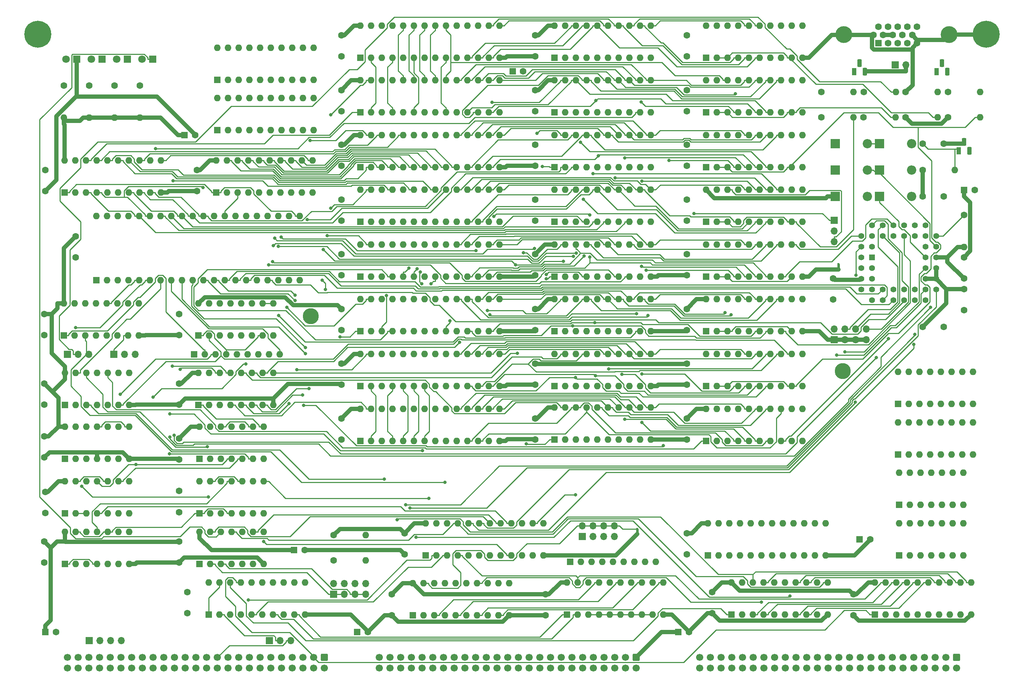
<source format=gbr>
%TF.GenerationSoftware,KiCad,Pcbnew,(6.0.11)*%
%TF.CreationDate,2024-01-15T09:12:28-05:00*%
%TF.ProjectId,input-output.GDC,696e7075-742d-46f7-9574-7075742e4744,rev?*%
%TF.SameCoordinates,Original*%
%TF.FileFunction,Copper,L1,Top*%
%TF.FilePolarity,Positive*%
%FSLAX46Y46*%
G04 Gerber Fmt 4.6, Leading zero omitted, Abs format (unit mm)*
G04 Created by KiCad (PCBNEW (6.0.11)) date 2024-01-15 09:12:28*
%MOMM*%
%LPD*%
G01*
G04 APERTURE LIST*
G04 Aperture macros list*
%AMRoundRect*
0 Rectangle with rounded corners*
0 $1 Rounding radius*
0 $2 $3 $4 $5 $6 $7 $8 $9 X,Y pos of 4 corners*
0 Add a 4 corners polygon primitive as box body*
4,1,4,$2,$3,$4,$5,$6,$7,$8,$9,$2,$3,0*
0 Add four circle primitives for the rounded corners*
1,1,$1+$1,$2,$3*
1,1,$1+$1,$4,$5*
1,1,$1+$1,$6,$7*
1,1,$1+$1,$8,$9*
0 Add four rect primitives between the rounded corners*
20,1,$1+$1,$2,$3,$4,$5,0*
20,1,$1+$1,$4,$5,$6,$7,0*
20,1,$1+$1,$6,$7,$8,$9,0*
20,1,$1+$1,$8,$9,$2,$3,0*%
G04 Aperture macros list end*
%TA.AperFunction,ComponentPad*%
%ADD10C,6.400000*%
%TD*%
%TA.AperFunction,ComponentPad*%
%ADD11RoundRect,0.250000X-0.600000X0.600000X-0.600000X-0.600000X0.600000X-0.600000X0.600000X0.600000X0*%
%TD*%
%TA.AperFunction,ComponentPad*%
%ADD12C,1.700000*%
%TD*%
%TA.AperFunction,ComponentPad*%
%ADD13R,1.700000X1.700000*%
%TD*%
%TA.AperFunction,ComponentPad*%
%ADD14O,1.700000X1.700000*%
%TD*%
%TA.AperFunction,ComponentPad*%
%ADD15C,1.600000*%
%TD*%
%TA.AperFunction,ComponentPad*%
%ADD16R,1.600000X1.600000*%
%TD*%
%TA.AperFunction,ComponentPad*%
%ADD17O,1.600000X1.600000*%
%TD*%
%TA.AperFunction,ComponentPad*%
%ADD18R,2.200000X2.200000*%
%TD*%
%TA.AperFunction,ComponentPad*%
%ADD19O,2.200000X2.200000*%
%TD*%
%TA.AperFunction,ComponentPad*%
%ADD20R,1.800000X1.800000*%
%TD*%
%TA.AperFunction,ComponentPad*%
%ADD21C,1.800000*%
%TD*%
%TA.AperFunction,ComponentPad*%
%ADD22C,4.000000*%
%TD*%
%TA.AperFunction,ComponentPad*%
%ADD23C,0.600000*%
%TD*%
%TA.AperFunction,ComponentPad*%
%ADD24C,3.800000*%
%TD*%
%TA.AperFunction,ComponentPad*%
%ADD25R,1.422400X1.422400*%
%TD*%
%TA.AperFunction,ComponentPad*%
%ADD26C,1.422400*%
%TD*%
%TA.AperFunction,ComponentPad*%
%ADD27R,1.100000X1.800000*%
%TD*%
%TA.AperFunction,ComponentPad*%
%ADD28RoundRect,0.275000X-0.275000X-0.625000X0.275000X-0.625000X0.275000X0.625000X-0.275000X0.625000X0*%
%TD*%
%TA.AperFunction,ViaPad*%
%ADD29C,0.800000*%
%TD*%
%TA.AperFunction,Conductor*%
%ADD30C,0.250000*%
%TD*%
%TA.AperFunction,Conductor*%
%ADD31C,1.000000*%
%TD*%
G04 APERTURE END LIST*
%TO.C,NT3*%
G36*
X230300000Y-130850000D02*
G01*
X229700000Y-130850000D01*
X229700000Y-129650000D01*
X230300000Y-129650000D01*
X230300000Y-130850000D01*
G37*
%TO.C,NT2*%
G36*
X182550000Y-193700000D02*
G01*
X181950000Y-193700000D01*
X181950000Y-192500000D01*
X182550000Y-192500000D01*
X182550000Y-193700000D01*
G37*
%TD*%
D10*
%TO.P,H2,1,1*%
%TO.N,GND*%
X265000000Y-75000000D03*
%TD*%
%TO.P,H1,1,1*%
%TO.N,GND*%
X40000000Y-75000000D03*
%TD*%
D11*
%TO.P,P2,1,Pin_1*%
%TO.N,VCC*%
X182000000Y-223000000D03*
D12*
%TO.P,P2,2,Pin_2*%
X182000000Y-225540000D03*
%TO.P,P2,3,Pin_3*%
%TO.N,/bus/A15*%
X179460000Y-223000000D03*
%TO.P,P2,4,Pin_4*%
%TO.N,/bus/A31*%
X179460000Y-225540000D03*
%TO.P,P2,5,Pin_5*%
%TO.N,/bus/A14*%
X176920000Y-223000000D03*
%TO.P,P2,6,Pin_6*%
%TO.N,/bus/A30*%
X176920000Y-225540000D03*
%TO.P,P2,7,Pin_7*%
%TO.N,/bus/A13*%
X174380000Y-223000000D03*
%TO.P,P2,8,Pin_8*%
%TO.N,/bus/A29*%
X174380000Y-225540000D03*
%TO.P,P2,9,Pin_9*%
%TO.N,/bus/A12*%
X171840000Y-223000000D03*
%TO.P,P2,10,Pin_10*%
%TO.N,/bus/A28*%
X171840000Y-225540000D03*
%TO.P,P2,11,Pin_11*%
%TO.N,/bus/A11*%
X169300000Y-223000000D03*
%TO.P,P2,12,Pin_12*%
%TO.N,/bus/A27*%
X169300000Y-225540000D03*
%TO.P,P2,13,Pin_13*%
%TO.N,/bus/A10*%
X166760000Y-223000000D03*
%TO.P,P2,14,Pin_14*%
%TO.N,/bus/A26*%
X166760000Y-225540000D03*
%TO.P,P2,15,Pin_15*%
%TO.N,/bus/A9*%
X164220000Y-223000000D03*
%TO.P,P2,16,Pin_16*%
%TO.N,/bus/A25*%
X164220000Y-225540000D03*
%TO.P,P2,17,Pin_17*%
%TO.N,/bus/A8*%
X161680000Y-223000000D03*
%TO.P,P2,18,Pin_18*%
%TO.N,/bus/A24*%
X161680000Y-225540000D03*
%TO.P,P2,19,Pin_19*%
%TO.N,+12V*%
X159140000Y-223000000D03*
%TO.P,P2,20,Pin_20*%
X159140000Y-225540000D03*
%TO.P,P2,21,Pin_21*%
%TO.N,A7*%
X156600000Y-223000000D03*
%TO.P,P2,22,Pin_22*%
%TO.N,/bus/A23*%
X156600000Y-225540000D03*
%TO.P,P2,23,Pin_23*%
%TO.N,A6*%
X154060000Y-223000000D03*
%TO.P,P2,24,Pin_24*%
%TO.N,/bus/A22*%
X154060000Y-225540000D03*
%TO.P,P2,25,Pin_25*%
%TO.N,A5*%
X151520000Y-223000000D03*
%TO.P,P2,26,Pin_26*%
%TO.N,/bus/A21*%
X151520000Y-225540000D03*
%TO.P,P2,27,Pin_27*%
%TO.N,A4*%
X148980000Y-223000000D03*
%TO.P,P2,28,Pin_28*%
%TO.N,/bus/A20*%
X148980000Y-225540000D03*
%TO.P,P2,29,Pin_29*%
%TO.N,A3*%
X146440000Y-223000000D03*
%TO.P,P2,30,Pin_30*%
%TO.N,/bus/A19*%
X146440000Y-225540000D03*
%TO.P,P2,31,Pin_31*%
%TO.N,A2*%
X143900000Y-223000000D03*
%TO.P,P2,32,Pin_32*%
%TO.N,/bus/A18*%
X143900000Y-225540000D03*
%TO.P,P2,33,Pin_33*%
%TO.N,A1*%
X141360000Y-223000000D03*
%TO.P,P2,34,Pin_34*%
%TO.N,/bus/A17*%
X141360000Y-225540000D03*
%TO.P,P2,35,Pin_35*%
%TO.N,A0*%
X138820000Y-223000000D03*
%TO.P,P2,36,Pin_36*%
%TO.N,/bus/A16*%
X138820000Y-225540000D03*
%TO.P,P2,37,Pin_37*%
%TO.N,-12V*%
X136280000Y-223000000D03*
%TO.P,P2,38,Pin_38*%
X136280000Y-225540000D03*
%TO.P,P2,39,Pin_39*%
%TO.N,/bus/IC3*%
X133740000Y-223000000D03*
%TO.P,P2,40,Pin_40*%
%TO.N,~{TEND1}*%
X133740000Y-225540000D03*
%TO.P,P2,41,Pin_41*%
%TO.N,/bus/IC2*%
X131200000Y-223000000D03*
%TO.P,P2,42,Pin_42*%
%TO.N,~{DREQ1}*%
X131200000Y-225540000D03*
%TO.P,P2,43,Pin_43*%
%TO.N,/bus/IC1*%
X128660000Y-223000000D03*
%TO.P,P2,44,Pin_44*%
%TO.N,~{TEND0}*%
X128660000Y-225540000D03*
%TO.P,P2,45,Pin_45*%
%TO.N,/bus/IC0*%
X126120000Y-223000000D03*
%TO.P,P2,46,Pin_46*%
%TO.N,~{DREQ0}*%
X126120000Y-225540000D03*
%TO.P,P2,47,Pin_47*%
%TO.N,/bus/AUXCLK1*%
X123580000Y-223000000D03*
%TO.P,P2,48,Pin_48*%
%TO.N,/bus/AUXCLK0*%
X123580000Y-225540000D03*
%TO.P,P2,49,Pin_49*%
%TO.N,GND*%
X121040000Y-223000000D03*
%TO.P,P2,50,Pin_50*%
X121040000Y-225540000D03*
%TD*%
D11*
%TO.P,P3,1,Pin_1*%
%TO.N,VCC*%
X258000000Y-223000000D03*
D12*
%TO.P,P3,2,Pin_2*%
X258000000Y-225540000D03*
%TO.P,P3,3,Pin_3*%
%TO.N,/bus/D15*%
X255460000Y-223000000D03*
%TO.P,P3,4,Pin_4*%
%TO.N,/bus/D31*%
X255460000Y-225540000D03*
%TO.P,P3,5,Pin_5*%
%TO.N,/bus/D14*%
X252920000Y-223000000D03*
%TO.P,P3,6,Pin_6*%
%TO.N,/bus/D30*%
X252920000Y-225540000D03*
%TO.P,P3,7,Pin_7*%
%TO.N,/bus/D13*%
X250380000Y-223000000D03*
%TO.P,P3,8,Pin_8*%
%TO.N,/bus/D29*%
X250380000Y-225540000D03*
%TO.P,P3,9,Pin_9*%
%TO.N,/bus/D12*%
X247840000Y-223000000D03*
%TO.P,P3,10,Pin_10*%
%TO.N,/bus/D28*%
X247840000Y-225540000D03*
%TO.P,P3,11,Pin_11*%
%TO.N,/bus/D11*%
X245300000Y-223000000D03*
%TO.P,P3,12,Pin_12*%
%TO.N,/bus/D27*%
X245300000Y-225540000D03*
%TO.P,P3,13,Pin_13*%
%TO.N,/bus/D10*%
X242760000Y-223000000D03*
%TO.P,P3,14,Pin_14*%
%TO.N,/bus/D26*%
X242760000Y-225540000D03*
%TO.P,P3,15,Pin_15*%
%TO.N,/bus/D9*%
X240220000Y-223000000D03*
%TO.P,P3,16,Pin_16*%
%TO.N,/bus/D25*%
X240220000Y-225540000D03*
%TO.P,P3,17,Pin_17*%
%TO.N,/bus/D8*%
X237680000Y-223000000D03*
%TO.P,P3,18,Pin_18*%
%TO.N,/bus/D24*%
X237680000Y-225540000D03*
%TO.P,P3,19,Pin_19*%
%TO.N,D7*%
X235140000Y-223000000D03*
%TO.P,P3,20,Pin_20*%
%TO.N,/bus/D23*%
X235140000Y-225540000D03*
%TO.P,P3,21,Pin_21*%
%TO.N,D6*%
X232600000Y-223000000D03*
%TO.P,P3,22,Pin_22*%
%TO.N,/bus/D22*%
X232600000Y-225540000D03*
%TO.P,P3,23,Pin_23*%
%TO.N,D5*%
X230060000Y-223000000D03*
%TO.P,P3,24,Pin_24*%
%TO.N,/bus/D21*%
X230060000Y-225540000D03*
%TO.P,P3,25,Pin_25*%
%TO.N,D4*%
X227520000Y-223000000D03*
%TO.P,P3,26,Pin_26*%
%TO.N,/bus/D20*%
X227520000Y-225540000D03*
%TO.P,P3,27,Pin_27*%
%TO.N,D3*%
X224980000Y-223000000D03*
%TO.P,P3,28,Pin_28*%
%TO.N,/bus/D19*%
X224980000Y-225540000D03*
%TO.P,P3,29,Pin_29*%
%TO.N,D2*%
X222440000Y-223000000D03*
%TO.P,P3,30,Pin_30*%
%TO.N,/bus/D18*%
X222440000Y-225540000D03*
%TO.P,P3,31,Pin_31*%
%TO.N,D1*%
X219900000Y-223000000D03*
%TO.P,P3,32,Pin_32*%
%TO.N,/bus/D17*%
X219900000Y-225540000D03*
%TO.P,P3,33,Pin_33*%
%TO.N,D0*%
X217360000Y-223000000D03*
%TO.P,P3,34,Pin_34*%
%TO.N,/bus/D16*%
X217360000Y-225540000D03*
%TO.P,P3,35,Pin_35*%
%TO.N,/bus/~{BUSERR}*%
X214820000Y-223000000D03*
%TO.P,P3,36,Pin_36*%
%TO.N,/bus/UDS*%
X214820000Y-225540000D03*
%TO.P,P3,37,Pin_37*%
%TO.N,/bus/~{VPA}*%
X212280000Y-223000000D03*
%TO.P,P3,38,Pin_38*%
%TO.N,/bus/LDS*%
X212280000Y-225540000D03*
%TO.P,P3,39,Pin_39*%
%TO.N,/bus/~{VMA}*%
X209740000Y-223000000D03*
%TO.P,P3,40,Pin_40*%
%TO.N,/bus/S2*%
X209740000Y-225540000D03*
%TO.P,P3,41,Pin_41*%
%TO.N,/bus/~{BHE}*%
X207200000Y-223000000D03*
%TO.P,P3,42,Pin_42*%
%TO.N,/bus/S1*%
X207200000Y-225540000D03*
%TO.P,P3,43,Pin_43*%
%TO.N,/bus/IPL2*%
X204660000Y-223000000D03*
%TO.P,P3,44,Pin_44*%
%TO.N,/bus/S0*%
X204660000Y-225540000D03*
%TO.P,P3,45,Pin_45*%
%TO.N,/bus/IPL1*%
X202120000Y-223000000D03*
%TO.P,P3,46,Pin_46*%
%TO.N,/bus/AUXCLK3*%
X202120000Y-225540000D03*
%TO.P,P3,47,Pin_47*%
%TO.N,/bus/IPL0*%
X199580000Y-223000000D03*
%TO.P,P3,48,Pin_48*%
%TO.N,/bus/AUXCLK2*%
X199580000Y-225540000D03*
%TO.P,P3,49,Pin_49*%
%TO.N,GND*%
X197040000Y-223000000D03*
%TO.P,P3,50,Pin_50*%
X197040000Y-225540000D03*
%TD*%
D11*
%TO.P,P1,1,Pin_1*%
%TO.N,VCC*%
X108000000Y-223000000D03*
D12*
%TO.P,P1,2,Pin_2*%
X108000000Y-225540000D03*
%TO.P,P1,3,Pin_3*%
%TO.N,~{RD}*%
X105460000Y-223000000D03*
%TO.P,P1,4,Pin_4*%
%TO.N,/bus/E*%
X105460000Y-225540000D03*
%TO.P,P1,5,Pin_5*%
%TO.N,~{WR}*%
X102920000Y-223000000D03*
%TO.P,P1,6,Pin_6*%
%TO.N,/bus/ST*%
X102920000Y-225540000D03*
%TO.P,P1,7,Pin_7*%
%TO.N,~{IORQ}*%
X100380000Y-223000000D03*
%TO.P,P1,8,Pin_8*%
%TO.N,/bus/PHI*%
X100380000Y-225540000D03*
%TO.P,P1,9,Pin_9*%
%TO.N,/bus/~{MREQ}*%
X97840000Y-223000000D03*
%TO.P,P1,10,Pin_10*%
%TO.N,/bus/~{INT2}*%
X97840000Y-225540000D03*
%TO.P,P1,11,Pin_11*%
%TO.N,~{M1}*%
X95300000Y-223000000D03*
%TO.P,P1,12,Pin_12*%
%TO.N,/bus/~{INT1}*%
X95300000Y-225540000D03*
%TO.P,P1,13,Pin_13*%
%TO.N,/bus/~{BUSACK}*%
X92760000Y-223000000D03*
%TO.P,P1,14,Pin_14*%
%TO.N,/bus/CRUCLK*%
X92760000Y-225540000D03*
%TO.P,P1,15,Pin_15*%
%TO.N,/bus/CLK*%
X90220000Y-223000000D03*
%TO.P,P1,16,Pin_16*%
%TO.N,/bus/CRUOUT*%
X90220000Y-225540000D03*
%TO.P,P1,17,Pin_17*%
%TO.N,/bus/~{INT0}*%
X87680000Y-223000000D03*
%TO.P,P1,18,Pin_18*%
%TO.N,/bus/CRUIN*%
X87680000Y-225540000D03*
%TO.P,P1,19,Pin_19*%
%TO.N,/bus/~{NMI}*%
X85140000Y-223000000D03*
%TO.P,P1,20,Pin_20*%
%TO.N,~{RES_IN}*%
X85140000Y-225540000D03*
%TO.P,P1,21,Pin_21*%
%TO.N,~{RES_OUT}*%
X82600000Y-223000000D03*
%TO.P,P1,22,Pin_22*%
%TO.N,/bus/USER8*%
X82600000Y-225540000D03*
%TO.P,P1,23,Pin_23*%
%TO.N,/bus/~{BUSRQ}*%
X80060000Y-223000000D03*
%TO.P,P1,24,Pin_24*%
%TO.N,/bus/USER7*%
X80060000Y-225540000D03*
%TO.P,P1,25,Pin_25*%
%TO.N,/bus/~{WAIT}*%
X77520000Y-223000000D03*
%TO.P,P1,26,Pin_26*%
%TO.N,/bus/USER6*%
X77520000Y-225540000D03*
%TO.P,P1,27,Pin_27*%
%TO.N,/bus/~{HALT}*%
X74980000Y-223000000D03*
%TO.P,P1,28,Pin_28*%
%TO.N,/bus/USER5*%
X74980000Y-225540000D03*
%TO.P,P1,29,Pin_29*%
%TO.N,/bus/~{RFSH}*%
X72440000Y-223000000D03*
%TO.P,P1,30,Pin_30*%
%TO.N,/bus/USER4*%
X72440000Y-225540000D03*
%TO.P,P1,31,Pin_31*%
%TO.N,/bus/~{EIRQ7}*%
X69900000Y-223000000D03*
%TO.P,P1,32,Pin_32*%
%TO.N,/bus/USER3*%
X69900000Y-225540000D03*
%TO.P,P1,33,Pin_33*%
%TO.N,/bus/~{EIRQ6}*%
X67360000Y-223000000D03*
%TO.P,P1,34,Pin_34*%
%TO.N,/bus/USER2*%
X67360000Y-225540000D03*
%TO.P,P1,35,Pin_35*%
%TO.N,/bus/~{EIRQ5}*%
X64820000Y-223000000D03*
%TO.P,P1,36,Pin_36*%
%TO.N,/bus/USER1*%
X64820000Y-225540000D03*
%TO.P,P1,37,Pin_37*%
%TO.N,/bus/~{EIRQ4}*%
X62280000Y-223000000D03*
%TO.P,P1,38,Pin_38*%
%TO.N,/bus/USER0*%
X62280000Y-225540000D03*
%TO.P,P1,39,Pin_39*%
%TO.N,/bus/~{EIRQ3}*%
X59740000Y-223000000D03*
%TO.P,P1,40,Pin_40*%
%TO.N,~{BAI}*%
X59740000Y-225540000D03*
%TO.P,P1,41,Pin_41*%
%TO.N,/bus/~{EIRQ2}*%
X57200000Y-223000000D03*
%TO.P,P1,42,Pin_42*%
%TO.N,~{BAO}*%
X57200000Y-225540000D03*
%TO.P,P1,43,Pin_43*%
%TO.N,/bus/~{EIRQ1}*%
X54660000Y-223000000D03*
%TO.P,P1,44,Pin_44*%
%TO.N,~{IEI}*%
X54660000Y-225540000D03*
%TO.P,P1,45,Pin_45*%
%TO.N,/bus/~{EIRQ0}*%
X52120000Y-223000000D03*
%TO.P,P1,46,Pin_46*%
%TO.N,~{IEO}*%
X52120000Y-225540000D03*
%TO.P,P1,47,Pin_47*%
%TO.N,/bus/I2C_SCL*%
X49580000Y-223000000D03*
%TO.P,P1,48,Pin_48*%
%TO.N,/bus/I2C_SDA*%
X49580000Y-225540000D03*
%TO.P,P1,49,Pin_49*%
%TO.N,GND*%
X47040000Y-223000000D03*
%TO.P,P1,50,Pin_50*%
X47040000Y-225540000D03*
%TD*%
D13*
%TO.P,JP1,1,Pin_1*%
%TO.N,H+VSYNC-*%
X229000000Y-119225000D03*
D14*
%TO.P,JP1,2,Pin_2*%
%TO.N,Net-(JP1-Pad2)*%
X229000000Y-121765000D03*
%TO.P,JP1,3,Pin_3*%
%TO.N,ZERO*%
X229000000Y-124305000D03*
%TD*%
D15*
%TO.P,C16,1*%
%TO.N,VCC*%
X73500000Y-171000000D03*
%TO.P,C16,2*%
%TO.N,GND*%
X73500000Y-176000000D03*
%TD*%
D16*
%TO.P,U32,1,S0*%
%TO.N,VSR-LD*%
X198575000Y-93570000D03*
D17*
%TO.P,U32,2,OE1*%
%TO.N,Net-(R3-Pad2)*%
X201115000Y-93570000D03*
%TO.P,U32,3,OE2*%
X203655000Y-93570000D03*
%TO.P,U32,4,IO6*%
%TO.N,/VSRAM/V2D14*%
X206195000Y-93570000D03*
%TO.P,U32,5,IO4*%
%TO.N,/VSRAM/V2D12*%
X208735000Y-93570000D03*
%TO.P,U32,6,IO2*%
%TO.N,/VSRAM/V2D10*%
X211275000Y-93570000D03*
%TO.P,U32,7,IO0*%
%TO.N,/VSRAM/V2D8*%
X213815000Y-93570000D03*
%TO.P,U32,8,Q0*%
%TO.N,Net-(U31-Pad18)*%
X216355000Y-93570000D03*
%TO.P,U32,9,Mr*%
%TO.N,Net-(R3-Pad2)*%
X218895000Y-93570000D03*
%TO.P,U32,10,GND*%
%TO.N,GND*%
X221435000Y-93570000D03*
%TO.P,U32,11,Ds0*%
%TO.N,unconnected-(U32-Pad11)*%
X221435000Y-85950000D03*
%TO.P,U32,12,Cp*%
%TO.N,PIX-CLK*%
X218895000Y-85950000D03*
%TO.P,U32,13,IO1*%
%TO.N,/VSRAM/V2D9*%
X216355000Y-85950000D03*
%TO.P,U32,14,IO3*%
%TO.N,/VSRAM/V2D11*%
X213815000Y-85950000D03*
%TO.P,U32,15,IO5*%
%TO.N,/VSRAM/V2D13*%
X211275000Y-85950000D03*
%TO.P,U32,16,IO7*%
%TO.N,/VSRAM/V2D15*%
X208735000Y-85950000D03*
%TO.P,U32,17,Q7*%
%TO.N,unconnected-(U32-Pad17)*%
X206195000Y-85950000D03*
%TO.P,U32,18,Ds7*%
%TO.N,ZERO*%
X203655000Y-85950000D03*
%TO.P,U32,19,S1*%
%TO.N,Net-(R3-Pad2)*%
X201115000Y-85950000D03*
%TO.P,U32,20,VCC*%
%TO.N,VCC*%
X198575000Y-85950000D03*
%TD*%
D15*
%TO.P,C58,1*%
%TO.N,VCC*%
X41800000Y-183750000D03*
%TO.P,C58,2*%
%TO.N,GND*%
X41800000Y-188750000D03*
%TD*%
D16*
%TO.P,U3,1,I0/CLK*%
%TO.N,unconnected-(U3-Pad1)*%
X132025000Y-198800000D03*
D17*
%TO.P,U3,2,I1*%
%TO.N,~{bRD}*%
X134565000Y-198800000D03*
%TO.P,U3,3,I2*%
%TO.N,~{bWR}*%
X137105000Y-198800000D03*
%TO.P,U3,4,I3*%
%TO.N,~{CS_BRD}*%
X139645000Y-198800000D03*
%TO.P,U3,5,I4*%
%TO.N,bA2*%
X142185000Y-198800000D03*
%TO.P,U3,6,I5*%
%TO.N,bA3*%
X144725000Y-198800000D03*
%TO.P,U3,7,I6*%
%TO.N,~{DBIN_GDC}*%
X147265000Y-198800000D03*
%TO.P,U3,8,I7*%
%TO.N,~{ALE2}*%
X149805000Y-198800000D03*
%TO.P,U3,9,I8*%
%TO.N,2xWCLK*%
X152345000Y-198800000D03*
%TO.P,U3,10,I9*%
%TO.N,HSYNC-*%
X154885000Y-198800000D03*
%TO.P,U3,11,I10*%
%TO.N,VSYNC-*%
X157425000Y-198800000D03*
%TO.P,U3,12,GND*%
%TO.N,GND*%
X159965000Y-198800000D03*
%TO.P,U3,13,I11*%
%TO.N,unconnected-(U3-Pad13)*%
X159965000Y-191180000D03*
%TO.P,U3,14,O9*%
%TO.N,H+VSYNC-*%
X157425000Y-191180000D03*
%TO.P,U3,15,O8*%
%TO.N,~{READ_VRAM}*%
X154885000Y-191180000D03*
%TO.P,U3,16,O7*%
%TO.N,~{DBIN}*%
X152345000Y-191180000D03*
%TO.P,U3,17,O6*%
%TO.N,~{CS_GDC}*%
X149805000Y-191180000D03*
%TO.P,U3,18,O5*%
%TO.N,~{CS_RAMDAC}*%
X147265000Y-191180000D03*
%TO.P,U3,19,O4*%
%TO.N,~{CS_RAMDAC_RD}*%
X144725000Y-191180000D03*
%TO.P,U3,20,O3*%
%TO.N,~{CS_RAMDAC_WR}*%
X142185000Y-191180000D03*
%TO.P,U3,21,O2*%
%TO.N,~{CS_LATCH}*%
X139645000Y-191180000D03*
%TO.P,U3,22,O1*%
%TO.N,~{CS_GDC_WR}*%
X137105000Y-191180000D03*
%TO.P,U3,23,O0*%
%TO.N,~{CS_GDC_RD}*%
X134565000Y-191180000D03*
%TO.P,U3,24,VCC*%
%TO.N,VCC*%
X132025000Y-191180000D03*
%TD*%
D15*
%TO.P,R5,1*%
%TO.N,VCC*%
X255940000Y-94750000D03*
D17*
%TO.P,R5,2*%
%TO.N,Net-(R5-Pad2)*%
X263560000Y-94750000D03*
%TD*%
D15*
%TO.P,C52,1*%
%TO.N,VCC*%
X250000000Y-144500000D03*
%TO.P,C52,2*%
%TO.N,GND*%
X255000000Y-144500000D03*
%TD*%
%TO.P,R2,1*%
%TO.N,VCC*%
X225940000Y-94750000D03*
D17*
%TO.P,R2,2*%
%TO.N,Net-(R2-Pad2)*%
X233560000Y-94750000D03*
%TD*%
D16*
%TO.P,U28,1,A14*%
%TO.N,/VSRAM/MA14*%
X116500000Y-93570000D03*
D17*
%TO.P,U28,2,A12*%
%TO.N,/VSRAM/MA12*%
X119040000Y-93570000D03*
%TO.P,U28,3,A7*%
%TO.N,/VSRAM/MA7*%
X121580000Y-93570000D03*
%TO.P,U28,4,A6*%
%TO.N,/VSRAM/MA6*%
X124120000Y-93570000D03*
%TO.P,U28,5,A5*%
%TO.N,/VSRAM/MA5*%
X126660000Y-93570000D03*
%TO.P,U28,6,A4*%
%TO.N,/VSRAM/MA4*%
X129200000Y-93570000D03*
%TO.P,U28,7,A3*%
%TO.N,/VSRAM/MA3*%
X131740000Y-93570000D03*
%TO.P,U28,8,A2*%
%TO.N,/VSRAM/MA2*%
X134280000Y-93570000D03*
%TO.P,U28,9,A1*%
%TO.N,/VSRAM/MA1*%
X136820000Y-93570000D03*
%TO.P,U28,10,A0*%
%TO.N,/VSRAM/MA0*%
X139360000Y-93570000D03*
%TO.P,U28,11,Q0*%
%TO.N,/VSRAM/V2D8*%
X141900000Y-93570000D03*
%TO.P,U28,12,Q1*%
%TO.N,/VSRAM/V2D9*%
X144440000Y-93570000D03*
%TO.P,U28,13,Q2*%
%TO.N,/VSRAM/V2D10*%
X146980000Y-93570000D03*
%TO.P,U28,14,GND*%
%TO.N,GND*%
X149520000Y-93570000D03*
%TO.P,U28,15,Q3*%
%TO.N,/VSRAM/V2D11*%
X149520000Y-85950000D03*
%TO.P,U28,16,Q4*%
%TO.N,/VSRAM/V2D12*%
X146980000Y-85950000D03*
%TO.P,U28,17,Q5*%
%TO.N,/VSRAM/V2D13*%
X144440000Y-85950000D03*
%TO.P,U28,18,Q6*%
%TO.N,/VSRAM/V2D14*%
X141900000Y-85950000D03*
%TO.P,U28,19,Q7*%
%TO.N,/VSRAM/V2D15*%
X139360000Y-85950000D03*
%TO.P,U28,20,~{CS}*%
%TO.N,ZERO*%
X136820000Y-85950000D03*
%TO.P,U28,21,A10*%
%TO.N,/VSRAM/MA10*%
X134280000Y-85950000D03*
%TO.P,U28,22,~{OE}*%
%TO.N,~{READ_VRAM}*%
X131740000Y-85950000D03*
%TO.P,U28,23,A11*%
%TO.N,/VSRAM/MA11*%
X129200000Y-85950000D03*
%TO.P,U28,24,A9*%
%TO.N,/VSRAM/MA9*%
X126660000Y-85950000D03*
%TO.P,U28,25,A8*%
%TO.N,/VSRAM/MA8*%
X124120000Y-85950000D03*
%TO.P,U28,26,A13*%
%TO.N,/VSRAM/MA13*%
X121580000Y-85950000D03*
%TO.P,U28,27,~{WE}*%
%TO.N,/VSRAM/~{WE2}*%
X119040000Y-85950000D03*
%TO.P,U28,28,VCC*%
%TO.N,VCC*%
X116500000Y-85950000D03*
%TD*%
D16*
%TO.P,U17,1*%
%TO.N,Net-(U17-Pad1)*%
X78375000Y-175800000D03*
D17*
%TO.P,U17,2*%
%TO.N,Net-(U17-Pad2)*%
X80915000Y-175800000D03*
%TO.P,U17,3*%
%TO.N,N/C*%
X83455000Y-175800000D03*
%TO.P,U17,4*%
%TO.N,/uPD7220/2xWCLK#*%
X85995000Y-175800000D03*
%TO.P,U17,5*%
%TO.N,Net-(U17-Pad5)*%
X88535000Y-175800000D03*
%TO.P,U17,6*%
%TO.N,/uPD7220/VSR-LD#*%
X91075000Y-175800000D03*
%TO.P,U17,7,GND*%
%TO.N,GND*%
X93615000Y-175800000D03*
%TO.P,U17,8*%
%TO.N,~{WE}*%
X93615000Y-168180000D03*
%TO.P,U17,9*%
%TO.N,/uPD7220/PU4.7K-K*%
X91075000Y-168180000D03*
%TO.P,U17,10*%
%TO.N,/uPD7220/2xWCLK#*%
X88535000Y-168180000D03*
%TO.P,U17,11*%
%TO.N,N/C*%
X85995000Y-168180000D03*
%TO.P,U17,12*%
%TO.N,/uPD7220/PU4.7K-K*%
X83455000Y-168180000D03*
%TO.P,U17,13*%
%TO.N,Net-(U17-Pad13)*%
X80915000Y-168180000D03*
%TO.P,U17,14,VCC*%
%TO.N,VCC*%
X78375000Y-168180000D03*
%TD*%
D16*
%TO.P,U4,1,2xWCLK*%
%TO.N,2xWCLK*%
X53875000Y-133395000D03*
D17*
%TO.P,U4,2,/DBIN*%
%TO.N,~{DBIN_GDC}*%
X56415000Y-133395000D03*
%TO.P,U4,3,HSYNC*%
%TO.N,Net-(U4-Pad3)*%
X58955000Y-133395000D03*
%TO.P,U4,4,V/EXT_SYNC*%
%TO.N,Net-(U4-Pad4)*%
X61495000Y-133395000D03*
%TO.P,U4,5,BLANK*%
%TO.N,Net-(U4-Pad5)*%
X64035000Y-133395000D03*
%TO.P,U4,6,ALE*%
%TO.N,ALE*%
X66575000Y-133395000D03*
%TO.P,U4,7,DRQ*%
%TO.N,Net-(U4-Pad7)*%
X69115000Y-133395000D03*
%TO.P,U4,8,/DACK*%
%TO.N,/uPD7220/TEND#*%
X71655000Y-133395000D03*
%TO.P,U4,9,/RD*%
%TO.N,~{CS_GDC_RD}*%
X74195000Y-133395000D03*
%TO.P,U4,10,/WR*%
%TO.N,~{CS_GDC_WR}*%
X76735000Y-133395000D03*
%TO.P,U4,11,A0*%
%TO.N,bA0*%
X79275000Y-133395000D03*
%TO.P,U4,12,DB0*%
%TO.N,bD0*%
X81815000Y-133395000D03*
%TO.P,U4,13,DB1*%
%TO.N,bD1*%
X84355000Y-133395000D03*
%TO.P,U4,14,DB2*%
%TO.N,bD2*%
X86895000Y-133395000D03*
%TO.P,U4,15,DB3*%
%TO.N,bD3*%
X89435000Y-133395000D03*
%TO.P,U4,16,DB4*%
%TO.N,bD4*%
X91975000Y-133395000D03*
%TO.P,U4,17,DB5*%
%TO.N,bD5*%
X94515000Y-133395000D03*
%TO.P,U4,18,DB6*%
%TO.N,bD6*%
X97055000Y-133395000D03*
%TO.P,U4,19,DB7*%
%TO.N,bD7*%
X99595000Y-133395000D03*
%TO.P,U4,20,GND*%
%TO.N,GND*%
X102135000Y-133395000D03*
%TO.P,U4,21,LPEN/DH*%
%TO.N,ZERO*%
X102135000Y-118155000D03*
%TO.P,U4,22,AD0*%
%TO.N,AD0*%
X99595000Y-118155000D03*
%TO.P,U4,23,AD1*%
%TO.N,AD1*%
X97055000Y-118155000D03*
%TO.P,U4,24,AD2*%
%TO.N,AD2*%
X94515000Y-118155000D03*
%TO.P,U4,25,AD3*%
%TO.N,AD3*%
X91975000Y-118155000D03*
%TO.P,U4,26,AD4*%
%TO.N,AD4*%
X89435000Y-118155000D03*
%TO.P,U4,27,AD5*%
%TO.N,AD5*%
X86895000Y-118155000D03*
%TO.P,U4,28,AD6*%
%TO.N,AD6*%
X84355000Y-118155000D03*
%TO.P,U4,29,AD7*%
%TO.N,AD7*%
X81815000Y-118155000D03*
%TO.P,U4,30,AD8*%
%TO.N,AD8*%
X79275000Y-118155000D03*
%TO.P,U4,31,AD9*%
%TO.N,AD9*%
X76735000Y-118155000D03*
%TO.P,U4,32,AD10*%
%TO.N,AD10*%
X74195000Y-118155000D03*
%TO.P,U4,33,AD11*%
%TO.N,AD11*%
X71655000Y-118155000D03*
%TO.P,U4,34,AD12*%
%TO.N,AD12*%
X69115000Y-118155000D03*
%TO.P,U4,35,AD13*%
%TO.N,AD13*%
X66575000Y-118155000D03*
%TO.P,U4,36,AD14*%
%TO.N,AD14*%
X64035000Y-118155000D03*
%TO.P,U4,37,AD15*%
%TO.N,AD15*%
X61495000Y-118155000D03*
%TO.P,U4,38,A16*%
%TO.N,AD16*%
X58955000Y-118155000D03*
%TO.P,U4,39,A17*%
%TO.N,AD17*%
X56415000Y-118155000D03*
%TO.P,U4,40,VCC*%
%TO.N,VCC*%
X53875000Y-118155000D03*
%TD*%
D16*
%TO.P,U31,1,S0*%
%TO.N,VSR-LD*%
X198575000Y-145570000D03*
D17*
%TO.P,U31,2,OE1*%
%TO.N,Net-(R3-Pad2)*%
X201115000Y-145570000D03*
%TO.P,U31,3,OE2*%
X203655000Y-145570000D03*
%TO.P,U31,4,IO6*%
%TO.N,/VSRAM/V2D6*%
X206195000Y-145570000D03*
%TO.P,U31,5,IO4*%
%TO.N,/VSRAM/V2D4*%
X208735000Y-145570000D03*
%TO.P,U31,6,IO2*%
%TO.N,/VSRAM/V2D2*%
X211275000Y-145570000D03*
%TO.P,U31,7,IO0*%
%TO.N,/VSRAM/V2D0*%
X213815000Y-145570000D03*
%TO.P,U31,8,Q0*%
%TO.N,COLOR2*%
X216355000Y-145570000D03*
%TO.P,U31,9,Mr*%
%TO.N,Net-(R3-Pad2)*%
X218895000Y-145570000D03*
%TO.P,U31,10,GND*%
%TO.N,GND*%
X221435000Y-145570000D03*
%TO.P,U31,11,Ds0*%
%TO.N,unconnected-(U31-Pad11)*%
X221435000Y-137950000D03*
%TO.P,U31,12,Cp*%
%TO.N,PIX-CLK*%
X218895000Y-137950000D03*
%TO.P,U31,13,IO1*%
%TO.N,/VSRAM/V2D1*%
X216355000Y-137950000D03*
%TO.P,U31,14,IO3*%
%TO.N,/VSRAM/V2D3*%
X213815000Y-137950000D03*
%TO.P,U31,15,IO5*%
%TO.N,/VSRAM/V2D5*%
X211275000Y-137950000D03*
%TO.P,U31,16,IO7*%
%TO.N,/VSRAM/V2D7*%
X208735000Y-137950000D03*
%TO.P,U31,17,Q7*%
%TO.N,unconnected-(U31-Pad17)*%
X206195000Y-137950000D03*
%TO.P,U31,18,Ds7*%
%TO.N,Net-(U31-Pad18)*%
X203655000Y-137950000D03*
%TO.P,U31,19,S1*%
%TO.N,Net-(R3-Pad2)*%
X201115000Y-137950000D03*
%TO.P,U31,20,VCC*%
%TO.N,VCC*%
X198575000Y-137950000D03*
%TD*%
D15*
%TO.P,C55,1*%
%TO.N,VCC*%
X194000000Y-101270000D03*
%TO.P,C55,2*%
%TO.N,GND*%
X194000000Y-106270000D03*
%TD*%
D16*
%TO.P,J2,1,Pin_1*%
%TO.N,unconnected-(J2-Pad1)*%
X244125000Y-162800000D03*
D17*
%TO.P,J2,2,Pin_2*%
%TO.N,unconnected-(J2-Pad2)*%
X246665000Y-162800000D03*
%TO.P,J2,3,Pin_3*%
%TO.N,unconnected-(J2-Pad3)*%
X249205000Y-162800000D03*
%TO.P,J2,4,Pin_4*%
%TO.N,unconnected-(J2-Pad4)*%
X251745000Y-162800000D03*
%TO.P,J2,5,Pin_5*%
%TO.N,unconnected-(J2-Pad5)*%
X254285000Y-162800000D03*
%TO.P,J2,6,Pin_6*%
%TO.N,unconnected-(J2-Pad6)*%
X256825000Y-162800000D03*
%TO.P,J2,7,Pin_7*%
%TO.N,unconnected-(J2-Pad7)*%
X259365000Y-162800000D03*
%TO.P,J2,8,Pin_8*%
%TO.N,unconnected-(J2-Pad8)*%
X261905000Y-162800000D03*
%TO.P,J2,9,Pin_9*%
%TO.N,unconnected-(J2-Pad9)*%
X261905000Y-155180000D03*
%TO.P,J2,10,Pin_10*%
%TO.N,unconnected-(J2-Pad10)*%
X259365000Y-155180000D03*
%TO.P,J2,11,Pin_11*%
%TO.N,unconnected-(J2-Pad11)*%
X256825000Y-155180000D03*
%TO.P,J2,12,Pin_12*%
%TO.N,unconnected-(J2-Pad12)*%
X254285000Y-155180000D03*
%TO.P,J2,13,Pin_13*%
%TO.N,unconnected-(J2-Pad13)*%
X251745000Y-155180000D03*
%TO.P,J2,14,Pin_14*%
%TO.N,unconnected-(J2-Pad14)*%
X249205000Y-155180000D03*
%TO.P,J2,15,Pin_15*%
%TO.N,unconnected-(J2-Pad15)*%
X246665000Y-155180000D03*
%TO.P,J2,16,Pin_16*%
%TO.N,unconnected-(J2-Pad16)*%
X244125000Y-155180000D03*
%TD*%
D16*
%TO.P,U7,1,I0/CLK*%
%TO.N,unconnected-(U7-Pad1)*%
X199000000Y-198800000D03*
D17*
%TO.P,U7,2,I1*%
%TO.N,unconnected-(U7-Pad2)*%
X201540000Y-198800000D03*
%TO.P,U7,3,I2*%
%TO.N,unconnected-(U7-Pad3)*%
X204080000Y-198800000D03*
%TO.P,U7,4,I3*%
%TO.N,unconnected-(U7-Pad4)*%
X206620000Y-198800000D03*
%TO.P,U7,5,I4*%
%TO.N,unconnected-(U7-Pad5)*%
X209160000Y-198800000D03*
%TO.P,U7,6,I5*%
%TO.N,unconnected-(U7-Pad6)*%
X211700000Y-198800000D03*
%TO.P,U7,7,I6*%
%TO.N,unconnected-(U7-Pad7)*%
X214240000Y-198800000D03*
%TO.P,U7,8,I7*%
%TO.N,unconnected-(U7-Pad8)*%
X216780000Y-198800000D03*
%TO.P,U7,9,I8*%
%TO.N,unconnected-(U7-Pad9)*%
X219320000Y-198800000D03*
%TO.P,U7,10,I9*%
%TO.N,unconnected-(U7-Pad10)*%
X221860000Y-198800000D03*
%TO.P,U7,11,I10*%
%TO.N,unconnected-(U7-Pad11)*%
X224400000Y-198800000D03*
%TO.P,U7,12,GND*%
%TO.N,GND*%
X226940000Y-198800000D03*
%TO.P,U7,13,I11*%
%TO.N,unconnected-(U7-Pad13)*%
X226940000Y-191180000D03*
%TO.P,U7,14,O9*%
%TO.N,unconnected-(U7-Pad14)*%
X224400000Y-191180000D03*
%TO.P,U7,15,O8*%
%TO.N,unconnected-(U7-Pad15)*%
X221860000Y-191180000D03*
%TO.P,U7,16,O7*%
%TO.N,unconnected-(U7-Pad16)*%
X219320000Y-191180000D03*
%TO.P,U7,17,O6*%
%TO.N,unconnected-(U7-Pad17)*%
X216780000Y-191180000D03*
%TO.P,U7,18,O5*%
%TO.N,unconnected-(U7-Pad18)*%
X214240000Y-191180000D03*
%TO.P,U7,19,O4*%
%TO.N,unconnected-(U7-Pad19)*%
X211700000Y-191180000D03*
%TO.P,U7,20,O3*%
%TO.N,unconnected-(U7-Pad20)*%
X209160000Y-191180000D03*
%TO.P,U7,21,O2*%
%TO.N,unconnected-(U7-Pad21)*%
X206620000Y-191180000D03*
%TO.P,U7,22,O1*%
%TO.N,unconnected-(U7-Pad22)*%
X204080000Y-191180000D03*
%TO.P,U7,23,O0*%
%TO.N,unconnected-(U7-Pad23)*%
X201540000Y-191180000D03*
%TO.P,U7,24,VCC*%
%TO.N,VCC*%
X199000000Y-191180000D03*
%TD*%
D18*
%TO.P,D9,1,K*%
%TO.N,VCC*%
X229190000Y-101000000D03*
D19*
%TO.P,D9,2,A*%
%TO.N,/RAMDAC/BLU*%
X236810000Y-101000000D03*
%TD*%
D15*
%TO.P,C43,1*%
%TO.N,VCC*%
X112000000Y-127270000D03*
%TO.P,C43,2*%
%TO.N,GND*%
X112000000Y-132270000D03*
%TD*%
D16*
%TO.P,C22,1*%
%TO.N,VCC*%
X115794900Y-217000000D03*
D15*
%TO.P,C22,2*%
%TO.N,GND*%
X118294900Y-217000000D03*
%TD*%
%TO.P,C10,1*%
%TO.N,VCC*%
X73500000Y-141500000D03*
%TO.P,C10,2*%
%TO.N,GND*%
X73500000Y-146500000D03*
%TD*%
%TO.P,C46,1*%
%TO.N,VCC*%
X194000000Y-153270000D03*
%TO.P,C46,2*%
%TO.N,GND*%
X194000000Y-158270000D03*
%TD*%
D16*
%TO.P,U29,1,S0*%
%TO.N,VSR-LD*%
X198575000Y-171570000D03*
D17*
%TO.P,U29,2,OE1*%
%TO.N,Net-(R2-Pad2)*%
X201115000Y-171570000D03*
%TO.P,U29,3,OE2*%
X203655000Y-171570000D03*
%TO.P,U29,4,IO6*%
%TO.N,/VSRAM/V0D6*%
X206195000Y-171570000D03*
%TO.P,U29,5,IO4*%
%TO.N,/VSRAM/V0D4*%
X208735000Y-171570000D03*
%TO.P,U29,6,IO2*%
%TO.N,/VSRAM/V0D2*%
X211275000Y-171570000D03*
%TO.P,U29,7,IO0*%
%TO.N,/VSRAM/V0D0*%
X213815000Y-171570000D03*
%TO.P,U29,8,Q0*%
%TO.N,COLOR0*%
X216355000Y-171570000D03*
%TO.P,U29,9,Mr*%
%TO.N,Net-(R2-Pad2)*%
X218895000Y-171570000D03*
%TO.P,U29,10,GND*%
%TO.N,GND*%
X221435000Y-171570000D03*
%TO.P,U29,11,Ds0*%
%TO.N,unconnected-(U29-Pad11)*%
X221435000Y-163950000D03*
%TO.P,U29,12,Cp*%
%TO.N,PIX-CLK*%
X218895000Y-163950000D03*
%TO.P,U29,13,IO1*%
%TO.N,/VSRAM/V0D1*%
X216355000Y-163950000D03*
%TO.P,U29,14,IO3*%
%TO.N,/VSRAM/V0D3*%
X213815000Y-163950000D03*
%TO.P,U29,15,IO5*%
%TO.N,/VSRAM/V0D5*%
X211275000Y-163950000D03*
%TO.P,U29,16,IO7*%
%TO.N,/VSRAM/V0D7*%
X208735000Y-163950000D03*
%TO.P,U29,17,Q7*%
%TO.N,unconnected-(U29-Pad17)*%
X206195000Y-163950000D03*
%TO.P,U29,18,Ds7*%
%TO.N,Net-(U29-Pad18)*%
X203655000Y-163950000D03*
%TO.P,U29,19,S1*%
%TO.N,Net-(R2-Pad2)*%
X201115000Y-163950000D03*
%TO.P,U29,20,VCC*%
%TO.N,VCC*%
X198575000Y-163950000D03*
%TD*%
D15*
%TO.P,C31,1*%
%TO.N,VCC*%
X259750000Y-135500000D03*
%TO.P,C31,2*%
%TO.N,GND*%
X259750000Y-140500000D03*
%TD*%
D20*
%TO.P,D1,1,K*%
%TO.N,GND*%
X49250000Y-80950000D03*
D21*
%TO.P,D1,2,A*%
%TO.N,Net-(D1-Pad2)*%
X46710000Y-80950000D03*
%TD*%
D16*
%TO.P,X4,1,Pin_1*%
%TO.N,unconnected-(X4-Pad1)*%
X46425000Y-175800000D03*
D17*
%TO.P,X4,2,Pin_2*%
%TO.N,unconnected-(X4-Pad2)*%
X48965000Y-175800000D03*
%TO.P,X4,3,Pin_3*%
%TO.N,unconnected-(X4-Pad3)*%
X51505000Y-175800000D03*
%TO.P,X4,4,Pin_4*%
%TO.N,GND*%
X54045000Y-175800000D03*
%TO.P,X4,5,Pin_5*%
%TO.N,unconnected-(X4-Pad5)*%
X56585000Y-175800000D03*
%TO.P,X4,6,Pin_6*%
%TO.N,unconnected-(X4-Pad6)*%
X59125000Y-175800000D03*
%TO.P,X4,7,Pin_7*%
%TO.N,GND*%
X61665000Y-175800000D03*
%TO.P,X4,8,Pin_8*%
%TO.N,/uPD7220/PIX-CLK#*%
X61665000Y-168180000D03*
%TO.P,X4,9,Pin_9*%
%TO.N,unconnected-(X4-Pad9)*%
X59125000Y-168180000D03*
%TO.P,X4,10,Pin_10*%
%TO.N,unconnected-(X4-Pad10)*%
X56585000Y-168180000D03*
%TO.P,X4,11,Pin_11*%
%TO.N,/uPD7220/PIX-CLK#*%
X54045000Y-168180000D03*
%TO.P,X4,12,Pin_12*%
%TO.N,unconnected-(X4-Pad12)*%
X51505000Y-168180000D03*
%TO.P,X4,13,Pin_13*%
%TO.N,unconnected-(X4-Pad13)*%
X48965000Y-168180000D03*
%TO.P,X4,14,Pin_14*%
%TO.N,VCC*%
X46425000Y-168180000D03*
%TD*%
D15*
%TO.P,C14,1*%
%TO.N,VCC*%
X160500000Y-208000000D03*
%TO.P,C14,2*%
%TO.N,GND*%
X160500000Y-213000000D03*
%TD*%
%TO.P,R10,1*%
%TO.N,Net-(Q1-Pad2)*%
X255940000Y-88750000D03*
D17*
%TO.P,R10,2*%
%TO.N,~{VSYNC}*%
X263560000Y-88750000D03*
%TD*%
D16*
%TO.P,U33,1,A->B*%
%TO.N,~{DBIN}*%
X162575000Y-158570000D03*
D17*
%TO.P,U33,2,A0*%
%TO.N,AD0*%
X165115000Y-158570000D03*
%TO.P,U33,3,A1*%
%TO.N,AD1*%
X167655000Y-158570000D03*
%TO.P,U33,4,A2*%
%TO.N,AD2*%
X170195000Y-158570000D03*
%TO.P,U33,5,A3*%
%TO.N,AD3*%
X172735000Y-158570000D03*
%TO.P,U33,6,A4*%
%TO.N,AD4*%
X175275000Y-158570000D03*
%TO.P,U33,7,A5*%
%TO.N,AD5*%
X177815000Y-158570000D03*
%TO.P,U33,8,A6*%
%TO.N,AD6*%
X180355000Y-158570000D03*
%TO.P,U33,9,A7*%
%TO.N,AD7*%
X182895000Y-158570000D03*
%TO.P,U33,10,GND*%
%TO.N,GND*%
X185435000Y-158570000D03*
%TO.P,U33,11,B7*%
%TO.N,/VSRAM/V1D7*%
X185435000Y-150950000D03*
%TO.P,U33,12,B6*%
%TO.N,/VSRAM/V1D6*%
X182895000Y-150950000D03*
%TO.P,U33,13,B5*%
%TO.N,/VSRAM/V1D5*%
X180355000Y-150950000D03*
%TO.P,U33,14,B4*%
%TO.N,/VSRAM/V1D4*%
X177815000Y-150950000D03*
%TO.P,U33,15,B3*%
%TO.N,/VSRAM/V1D3*%
X175275000Y-150950000D03*
%TO.P,U33,16,B2*%
%TO.N,/VSRAM/V1D2*%
X172735000Y-150950000D03*
%TO.P,U33,17,B1*%
%TO.N,/VSRAM/V1D1*%
X170195000Y-150950000D03*
%TO.P,U33,18,B0*%
%TO.N,/VSRAM/V1D0*%
X167655000Y-150950000D03*
%TO.P,U33,19,CE*%
%TO.N,/VSRAM/~{DEBL1}*%
X165115000Y-150950000D03*
%TO.P,U33,20,VCC*%
%TO.N,VCC*%
X162575000Y-150950000D03*
%TD*%
D16*
%TO.P,C20,1*%
%TO.N,VCC*%
X192000000Y-217000000D03*
D15*
%TO.P,C20,2*%
%TO.N,GND*%
X194500000Y-217000000D03*
%TD*%
%TO.P,C45,1*%
%TO.N,VCC*%
X194000000Y-166270000D03*
%TO.P,C45,2*%
%TO.N,GND*%
X194000000Y-171270000D03*
%TD*%
%TO.P,C7,1*%
%TO.N,VCC*%
X194000000Y-193500000D03*
%TO.P,C7,2*%
%TO.N,GND*%
X194000000Y-198500000D03*
%TD*%
D16*
%TO.P,C27,1*%
%TO.N,VCC*%
X235000000Y-195000000D03*
D15*
%TO.P,C27,2*%
%TO.N,GND*%
X237500000Y-195000000D03*
%TD*%
D16*
%TO.P,J5,1,Pin_1*%
%TO.N,unconnected-(J5-Pad1)*%
X244125000Y-174800000D03*
D17*
%TO.P,J5,2,Pin_2*%
%TO.N,unconnected-(J5-Pad2)*%
X246665000Y-174800000D03*
%TO.P,J5,3,Pin_3*%
%TO.N,unconnected-(J5-Pad3)*%
X249205000Y-174800000D03*
%TO.P,J5,4,Pin_4*%
%TO.N,unconnected-(J5-Pad4)*%
X251745000Y-174800000D03*
%TO.P,J5,5,Pin_5*%
%TO.N,unconnected-(J5-Pad5)*%
X254285000Y-174800000D03*
%TO.P,J5,6,Pin_6*%
%TO.N,unconnected-(J5-Pad6)*%
X256825000Y-174800000D03*
%TO.P,J5,7,Pin_7*%
%TO.N,unconnected-(J5-Pad7)*%
X259365000Y-174800000D03*
%TO.P,J5,8,Pin_8*%
%TO.N,unconnected-(J5-Pad8)*%
X261905000Y-174800000D03*
%TO.P,J5,9,Pin_9*%
%TO.N,unconnected-(J5-Pad9)*%
X261905000Y-167180000D03*
%TO.P,J5,10,Pin_10*%
%TO.N,unconnected-(J5-Pad10)*%
X259365000Y-167180000D03*
%TO.P,J5,11,Pin_11*%
%TO.N,unconnected-(J5-Pad11)*%
X256825000Y-167180000D03*
%TO.P,J5,12,Pin_12*%
%TO.N,unconnected-(J5-Pad12)*%
X254285000Y-167180000D03*
%TO.P,J5,13,Pin_13*%
%TO.N,unconnected-(J5-Pad13)*%
X251745000Y-167180000D03*
%TO.P,J5,14,Pin_14*%
%TO.N,unconnected-(J5-Pad14)*%
X249205000Y-167180000D03*
%TO.P,J5,15,Pin_15*%
%TO.N,unconnected-(J5-Pad15)*%
X246665000Y-167180000D03*
%TO.P,J5,16,Pin_16*%
%TO.N,unconnected-(J5-Pad16)*%
X244125000Y-167180000D03*
%TD*%
D15*
%TO.P,C37,1*%
%TO.N,VCC*%
X194000000Y-127270000D03*
%TO.P,C37,2*%
%TO.N,GND*%
X194000000Y-132270000D03*
%TD*%
%TO.P,R13,1*%
%TO.N,VCC*%
X110190000Y-194000000D03*
D17*
%TO.P,R13,2*%
%TO.N,/uPD7220/TEND#*%
X117810000Y-194000000D03*
%TD*%
D16*
%TO.P,U21,1,G*%
%TO.N,~{bIORQ}*%
X165575000Y-212800000D03*
D17*
%TO.P,U21,2,P0*%
%TO.N,~{bM1}*%
X168115000Y-212800000D03*
%TO.P,U21,3,R0*%
%TO.N,Net-(RN1-Pad9)*%
X170655000Y-212800000D03*
%TO.P,U21,4,P1*%
X173195000Y-212800000D03*
%TO.P,U21,5,R1*%
X175735000Y-212800000D03*
%TO.P,U21,6,P2*%
X178275000Y-212800000D03*
%TO.P,U21,7,R2*%
X180815000Y-212800000D03*
%TO.P,U21,8,P3*%
X183355000Y-212800000D03*
%TO.P,U21,9,R3*%
X185895000Y-212800000D03*
%TO.P,U21,10,GND*%
%TO.N,GND*%
X188435000Y-212800000D03*
%TO.P,U21,11,P4*%
%TO.N,bA4*%
X188435000Y-205180000D03*
%TO.P,U21,12,R4*%
%TO.N,Net-(RN1-Pad5)*%
X185895000Y-205180000D03*
%TO.P,U21,13,P5*%
%TO.N,bA5*%
X183355000Y-205180000D03*
%TO.P,U21,14,R5*%
%TO.N,Net-(RN1-Pad4)*%
X180815000Y-205180000D03*
%TO.P,U21,15,P6*%
%TO.N,bA6*%
X178275000Y-205180000D03*
%TO.P,U21,16,R6*%
%TO.N,Net-(RN1-Pad3)*%
X175735000Y-205180000D03*
%TO.P,U21,17,P7*%
%TO.N,bA7*%
X173195000Y-205180000D03*
%TO.P,U21,18,R7*%
%TO.N,Net-(RN1-Pad2)*%
X170655000Y-205180000D03*
%TO.P,U21,19,P=R*%
%TO.N,~{CS_BRD}*%
X168115000Y-205180000D03*
%TO.P,U21,20,VCC*%
%TO.N,VCC*%
X165575000Y-205180000D03*
%TD*%
D22*
%TO.P,P5,0*%
%TO.N,GND*%
X231265000Y-75100300D03*
X256265000Y-75100300D03*
D16*
%TO.P,P5,1*%
%TO.N,/RAMDAC/RED*%
X239450000Y-77150300D03*
D15*
%TO.P,P5,2*%
%TO.N,/RAMDAC/GRE*%
X241740000Y-77150300D03*
%TO.P,P5,3*%
%TO.N,/RAMDAC/BLU*%
X244030000Y-77150300D03*
%TO.P,P5,4*%
%TO.N,unconnected-(P5-Pad4)*%
X246320000Y-77150300D03*
%TO.P,P5,5*%
%TO.N,GND*%
X248610000Y-77150300D03*
%TO.P,P5,6*%
X238305000Y-75170300D03*
%TO.P,P5,7*%
X240595000Y-75170300D03*
%TO.P,P5,8*%
X242885000Y-75170300D03*
%TO.P,P5,9*%
%TO.N,/RAMDAC/VCC_VGA*%
X245175000Y-75170300D03*
%TO.P,P5,10*%
%TO.N,GND*%
X247465000Y-75170300D03*
%TO.P,P5,11*%
X239450000Y-73190300D03*
%TO.P,P5,12*%
%TO.N,unconnected-(P5-Pad12)*%
X241740000Y-73190300D03*
%TO.P,P5,13*%
%TO.N,/RAMDAC/H-Sync*%
X244030000Y-73190300D03*
%TO.P,P5,14*%
%TO.N,/RAMDAC/V-Sync*%
X246320000Y-73190300D03*
%TO.P,P5,15*%
%TO.N,unconnected-(P5-Pad15)*%
X248610000Y-73190300D03*
%TD*%
%TO.P,C18,1*%
%TO.N,VCC*%
X73500000Y-183500000D03*
%TO.P,C18,2*%
%TO.N,GND*%
X73500000Y-188500000D03*
%TD*%
%TO.P,C54,1*%
%TO.N,VCC*%
X158000000Y-153270000D03*
%TO.P,C54,2*%
%TO.N,GND*%
X158000000Y-158270000D03*
%TD*%
D23*
%TO.P,NT3,1,1*%
%TO.N,GND*%
X230000000Y-130850000D03*
%TO.P,NT3,2,2*%
%TO.N,/RAMDAC/GND_BT478*%
X230000000Y-129650000D03*
%TD*%
D18*
%TO.P,D6,1,K*%
%TO.N,/RAMDAC/RED*%
X239690000Y-113500000D03*
D19*
%TO.P,D6,2,A*%
%TO.N,GND*%
X247310000Y-113500000D03*
%TD*%
D15*
%TO.P,C9,1*%
%TO.N,VCC*%
X41550000Y-195500000D03*
%TO.P,C9,2*%
%TO.N,GND*%
X41550000Y-200500000D03*
%TD*%
%TO.P,C15,1*%
%TO.N,VCC*%
X49000000Y-123000000D03*
%TO.P,C15,2*%
%TO.N,GND*%
X49000000Y-128000000D03*
%TD*%
D24*
%TO.P,H4,1*%
%TO.N,N/C*%
X231000000Y-155000000D03*
%TD*%
D16*
%TO.P,U59,1,~{R}*%
%TO.N,/uPD7220/ALE#*%
X46425000Y-188800000D03*
D17*
%TO.P,U59,2,D*%
%TO.N,/uPD7220/PU4.7K-L*%
X48965000Y-188800000D03*
%TO.P,U59,3,C*%
X51505000Y-188800000D03*
%TO.P,U59,4,~{S}*%
%TO.N,~{DBIN}*%
X54045000Y-188800000D03*
%TO.P,U59,5,Q*%
%TO.N,/uPD7220/DEBL*%
X56585000Y-188800000D03*
%TO.P,U59,6,~{Q}*%
%TO.N,~{DEBL}*%
X59125000Y-188800000D03*
%TO.P,U59,7,GND*%
%TO.N,GND*%
X61665000Y-188800000D03*
%TO.P,U59,8,~{Q}*%
%TO.N,unconnected-(U59-Pad8)*%
X61665000Y-181180000D03*
%TO.P,U59,9,Q*%
%TO.N,Net-(U17-Pad5)*%
X59125000Y-181180000D03*
%TO.P,U59,10,~{S}*%
%TO.N,/uPD7220/PU4.7K-I*%
X56585000Y-181180000D03*
%TO.P,U59,11,C*%
%TO.N,/uPD7220/2xWCLK#*%
X54045000Y-181180000D03*
%TO.P,U59,12,D*%
%TO.N,/uPD7220/ALE#*%
X51505000Y-181180000D03*
%TO.P,U59,13,~{R}*%
%TO.N,/uPD7220/PU4.7K-I*%
X48965000Y-181180000D03*
%TO.P,U59,14,VCC*%
%TO.N,VCC*%
X46425000Y-181180000D03*
%TD*%
D16*
%TO.P,U5,1*%
%TO.N,/uPD7220/DREQ#*%
X78375000Y-200800000D03*
D17*
%TO.P,U5,2*%
%TO.N,Net-(J8-Pad1)*%
X80915000Y-200800000D03*
%TO.P,U5,3*%
%TO.N,Net-(J8-Pad5)*%
X83455000Y-200800000D03*
%TO.P,U5,4*%
%TO.N,/uPD7220/TEND#*%
X85995000Y-200800000D03*
%TO.P,U5,5*%
%TO.N,unconnected-(U5-Pad5)*%
X88535000Y-200800000D03*
%TO.P,U5,6*%
%TO.N,unconnected-(U5-Pad6)*%
X91075000Y-200800000D03*
%TO.P,U5,7,GND*%
%TO.N,GND*%
X93615000Y-200800000D03*
%TO.P,U5,8*%
%TO.N,Net-(D4-Pad1)*%
X93615000Y-193180000D03*
%TO.P,U5,9*%
%TO.N,~{CS_GDC}*%
X91075000Y-193180000D03*
%TO.P,U5,10*%
%TO.N,Net-(D5-Pad1)*%
X88535000Y-193180000D03*
%TO.P,U5,11*%
%TO.N,~{CS_LATCH}*%
X85995000Y-193180000D03*
%TO.P,U5,12*%
%TO.N,Net-(D3-Pad1)*%
X83455000Y-193180000D03*
%TO.P,U5,13*%
%TO.N,~{CS_RAMDAC}*%
X80915000Y-193180000D03*
%TO.P,U5,14,VCC*%
%TO.N,VCC*%
X78375000Y-193180000D03*
%TD*%
D13*
%TO.P,J9,1,Pin_1*%
%TO.N,~{RES_IN}*%
X94975000Y-219000000D03*
D14*
%TO.P,J9,2,Pin_2*%
%TO.N,Net-(J9-Pad2)*%
X97515000Y-219000000D03*
%TO.P,J9,3,Pin_3*%
%TO.N,~{RES_OUT}*%
X100055000Y-219000000D03*
%TD*%
D15*
%TO.P,R1,1*%
%TO.N,Net-(D1-Pad2)*%
X46210000Y-87190000D03*
D17*
%TO.P,R1,2*%
%TO.N,VCC*%
X46210000Y-94810000D03*
%TD*%
D15*
%TO.P,R7,1*%
%TO.N,Net-(R7-Pad1)*%
X259750000Y-117940000D03*
D17*
%TO.P,R7,2*%
%TO.N,GND*%
X259750000Y-125560000D03*
%TD*%
D25*
%TO.P,U51,1,NC*%
%TO.N,unconnected-(U51-Pad1)*%
X237900000Y-127980000D03*
D26*
%TO.P,U51,2,8/6*%
%TO.N,/RAMDAC/8-16*%
X235360000Y-130520000D03*
%TO.P,U51,3,GND*%
%TO.N,/RAMDAC/GND_BT478*%
X237900000Y-130520000D03*
%TO.P,U51,4,VAA*%
%TO.N,VCC*%
X235360000Y-133060000D03*
%TO.P,U51,5,SYNC*%
%TO.N,Net-(JP1-Pad2)*%
X237900000Y-133060000D03*
%TO.P,U51,6,RD*%
%TO.N,~{CS_RAMDAC_RD}*%
X235360000Y-135600000D03*
%TO.P,U51,7,BLANK*%
%TO.N,~{BLANK}*%
X237900000Y-138140000D03*
%TO.P,U51,8,D0*%
%TO.N,bD0*%
X237900000Y-135600000D03*
%TO.P,U51,9,D1*%
%TO.N,bD1*%
X240440000Y-138140000D03*
%TO.P,U51,10,D2*%
%TO.N,bD2*%
X240440000Y-135600000D03*
%TO.P,U51,11,D3*%
%TO.N,bD3*%
X242980000Y-138140000D03*
%TO.P,U51,12,D4*%
%TO.N,bD4*%
X242980000Y-135600000D03*
%TO.P,U51,13,D5*%
%TO.N,bD5*%
X245520000Y-138140000D03*
%TO.P,U51,14,D6*%
%TO.N,bD6*%
X245520000Y-135600000D03*
%TO.P,U51,15,D7*%
%TO.N,bD7*%
X248060000Y-138140000D03*
%TO.P,U51,16,WR*%
%TO.N,~{CS_RAMDAC_WR}*%
X248060000Y-135600000D03*
%TO.P,U51,17,RS0*%
%TO.N,bA0*%
X250600000Y-138140000D03*
%TO.P,U51,18,RS1*%
%TO.N,bA1*%
X253140000Y-135600000D03*
%TO.P,U51,19,RS2*%
%TO.N,bA2*%
X250600000Y-135600000D03*
%TO.P,U51,20,VAA*%
%TO.N,VCC*%
X253140000Y-133060000D03*
%TO.P,U51,21,VAA*%
X250600000Y-133060000D03*
%TO.P,U51,22,VAA*%
X253140000Y-130520000D03*
%TO.P,U51,23,SET*%
%TO.N,/RAMDAC/SETUP*%
X250600000Y-130520000D03*
%TO.P,U51,24,GND*%
%TO.N,GND*%
X253140000Y-127980000D03*
%TO.P,U51,25,RED*%
%TO.N,/RAMDAC/RED*%
X250600000Y-127980000D03*
%TO.P,U51,26,GRE*%
%TO.N,/RAMDAC/GRE*%
X253140000Y-125440000D03*
%TO.P,U51,27,BLU*%
%TO.N,/RAMDAC/BLU*%
X250600000Y-125440000D03*
%TO.P,U51,28,IREF*%
%TO.N,Net-(R7-Pad1)*%
X253140000Y-122900000D03*
%TO.P,U51,29,COMP*%
%TO.N,Net-(C28-Pad2)*%
X250600000Y-120360000D03*
%TO.P,U51,30,OPA*%
X250600000Y-122900000D03*
%TO.P,U51,31,VREF*%
%TO.N,Net-(C29-Pad1)*%
X248060000Y-120360000D03*
%TO.P,U51,32,P0*%
%TO.N,COLOR0*%
X248060000Y-122900000D03*
%TO.P,U51,33,P1*%
%TO.N,COLOR1*%
X245520000Y-120360000D03*
%TO.P,U51,34,P2*%
%TO.N,COLOR2*%
X245520000Y-122900000D03*
%TO.P,U51,35,P3*%
%TO.N,COLOR3*%
X242980000Y-120360000D03*
%TO.P,U51,36,P4*%
%TO.N,COLOR4*%
X242980000Y-122900000D03*
%TO.P,U51,37,P5*%
%TO.N,COLOR5*%
X240440000Y-120360000D03*
%TO.P,U51,38,P6*%
%TO.N,COLOR6*%
X240440000Y-122900000D03*
%TO.P,U51,39,P7*%
%TO.N,COLOR7*%
X237900000Y-120360000D03*
%TO.P,U51,40,PCLK*%
%TO.N,PIX-CLK*%
X235360000Y-122900000D03*
%TO.P,U51,41,OL0*%
%TO.N,/RAMDAC/OL0*%
X237900000Y-122900000D03*
%TO.P,U51,42,OL1*%
%TO.N,/RAMDAC/OL1*%
X235360000Y-125440000D03*
%TO.P,U51,43,OL2*%
%TO.N,/RAMDAC/OL2*%
X237900000Y-125440000D03*
%TO.P,U51,44,OL3*%
%TO.N,/RAMDAC/OL3*%
X235360000Y-127980000D03*
%TD*%
D16*
%TO.P,U27,1,A14*%
%TO.N,/VSRAM/MA14*%
X116500000Y-145570000D03*
D17*
%TO.P,U27,2,A12*%
%TO.N,/VSRAM/MA12*%
X119040000Y-145570000D03*
%TO.P,U27,3,A7*%
%TO.N,/VSRAM/MA7*%
X121580000Y-145570000D03*
%TO.P,U27,4,A6*%
%TO.N,/VSRAM/MA6*%
X124120000Y-145570000D03*
%TO.P,U27,5,A5*%
%TO.N,/VSRAM/MA5*%
X126660000Y-145570000D03*
%TO.P,U27,6,A4*%
%TO.N,/VSRAM/MA4*%
X129200000Y-145570000D03*
%TO.P,U27,7,A3*%
%TO.N,/VSRAM/MA3*%
X131740000Y-145570000D03*
%TO.P,U27,8,A2*%
%TO.N,/VSRAM/MA2*%
X134280000Y-145570000D03*
%TO.P,U27,9,A1*%
%TO.N,/VSRAM/MA1*%
X136820000Y-145570000D03*
%TO.P,U27,10,A0*%
%TO.N,/VSRAM/MA0*%
X139360000Y-145570000D03*
%TO.P,U27,11,Q0*%
%TO.N,/VSRAM/V2D0*%
X141900000Y-145570000D03*
%TO.P,U27,12,Q1*%
%TO.N,/VSRAM/V2D1*%
X144440000Y-145570000D03*
%TO.P,U27,13,Q2*%
%TO.N,/VSRAM/V2D2*%
X146980000Y-145570000D03*
%TO.P,U27,14,GND*%
%TO.N,GND*%
X149520000Y-145570000D03*
%TO.P,U27,15,Q3*%
%TO.N,/VSRAM/V2D3*%
X149520000Y-137950000D03*
%TO.P,U27,16,Q4*%
%TO.N,/VSRAM/V2D4*%
X146980000Y-137950000D03*
%TO.P,U27,17,Q5*%
%TO.N,/VSRAM/V2D5*%
X144440000Y-137950000D03*
%TO.P,U27,18,Q6*%
%TO.N,/VSRAM/V2D6*%
X141900000Y-137950000D03*
%TO.P,U27,19,Q7*%
%TO.N,/VSRAM/V2D7*%
X139360000Y-137950000D03*
%TO.P,U27,20,~{CS}*%
%TO.N,ZERO*%
X136820000Y-137950000D03*
%TO.P,U27,21,A10*%
%TO.N,/VSRAM/MA10*%
X134280000Y-137950000D03*
%TO.P,U27,22,~{OE}*%
%TO.N,~{READ_VRAM}*%
X131740000Y-137950000D03*
%TO.P,U27,23,A11*%
%TO.N,/VSRAM/MA11*%
X129200000Y-137950000D03*
%TO.P,U27,24,A9*%
%TO.N,/VSRAM/MA9*%
X126660000Y-137950000D03*
%TO.P,U27,25,A8*%
%TO.N,/VSRAM/MA8*%
X124120000Y-137950000D03*
%TO.P,U27,26,A13*%
%TO.N,/VSRAM/MA13*%
X121580000Y-137950000D03*
%TO.P,U27,27,~{WE}*%
%TO.N,/VSRAM/~{WE2}*%
X119040000Y-137950000D03*
%TO.P,U27,28,VCC*%
%TO.N,VCC*%
X116500000Y-137950000D03*
%TD*%
D15*
%TO.P,C38,1*%
%TO.N,VCC*%
X112000000Y-114270000D03*
%TO.P,C38,2*%
%TO.N,GND*%
X112000000Y-119270000D03*
%TD*%
%TO.P,R6,1*%
%TO.N,VCC*%
X110190000Y-200000000D03*
D17*
%TO.P,R6,2*%
%TO.N,Net-(J8-Pad1)*%
X117810000Y-200000000D03*
%TD*%
D15*
%TO.P,C32,1*%
%TO.N,VCC*%
X228750000Y-133000000D03*
%TO.P,C32,2*%
%TO.N,GND*%
X228750000Y-138000000D03*
%TD*%
D16*
%TO.P,U1,1,OE*%
%TO.N,ZERO*%
X82325000Y-112570000D03*
D17*
%TO.P,U1,2,D0*%
%TO.N,AD7*%
X84865000Y-112570000D03*
%TO.P,U1,3,D1*%
%TO.N,AD6*%
X87405000Y-112570000D03*
%TO.P,U1,4,D2*%
%TO.N,AD5*%
X89945000Y-112570000D03*
%TO.P,U1,5,D3*%
%TO.N,AD4*%
X92485000Y-112570000D03*
%TO.P,U1,6,D4*%
%TO.N,AD3*%
X95025000Y-112570000D03*
%TO.P,U1,7,D5*%
%TO.N,AD2*%
X97565000Y-112570000D03*
%TO.P,U1,8,D6*%
%TO.N,AD1*%
X100105000Y-112570000D03*
%TO.P,U1,9,D7*%
%TO.N,AD0*%
X102645000Y-112570000D03*
%TO.P,U1,10,GND*%
%TO.N,GND*%
X105185000Y-112570000D03*
%TO.P,U1,11,Load*%
%TO.N,ALE*%
X105185000Y-104950000D03*
%TO.P,U1,12,Q7*%
%TO.N,/VSRAM/MA0*%
X102645000Y-104950000D03*
%TO.P,U1,13,Q6*%
%TO.N,/VSRAM/MA1*%
X100105000Y-104950000D03*
%TO.P,U1,14,Q5*%
%TO.N,/VSRAM/MA2*%
X97565000Y-104950000D03*
%TO.P,U1,15,Q4*%
%TO.N,/VSRAM/MA3*%
X95025000Y-104950000D03*
%TO.P,U1,16,Q3*%
%TO.N,/VSRAM/MA4*%
X92485000Y-104950000D03*
%TO.P,U1,17,Q2*%
%TO.N,/VSRAM/MA5*%
X89945000Y-104950000D03*
%TO.P,U1,18,Q1*%
%TO.N,/VSRAM/MA6*%
X87405000Y-104950000D03*
%TO.P,U1,19,Q0*%
%TO.N,/VSRAM/MA7*%
X84865000Y-104950000D03*
%TO.P,U1,20,VCC*%
%TO.N,VCC*%
X82325000Y-104950000D03*
%TD*%
D20*
%TO.P,D5,1,K*%
%TO.N,Net-(D5-Pad1)*%
X61250000Y-80950000D03*
D21*
%TO.P,D5,2,A*%
%TO.N,Net-(D5-Pad2)*%
X58710000Y-80950000D03*
%TD*%
D16*
%TO.P,U14,1,A->B*%
%TO.N,~{RD}*%
X238575000Y-212800000D03*
D17*
%TO.P,U14,2,A0*%
%TO.N,D0*%
X241115000Y-212800000D03*
%TO.P,U14,3,A1*%
%TO.N,D1*%
X243655000Y-212800000D03*
%TO.P,U14,4,A2*%
%TO.N,D2*%
X246195000Y-212800000D03*
%TO.P,U14,5,A3*%
%TO.N,D3*%
X248735000Y-212800000D03*
%TO.P,U14,6,A4*%
%TO.N,D4*%
X251275000Y-212800000D03*
%TO.P,U14,7,A5*%
%TO.N,D5*%
X253815000Y-212800000D03*
%TO.P,U14,8,A6*%
%TO.N,D6*%
X256355000Y-212800000D03*
%TO.P,U14,9,A7*%
%TO.N,D7*%
X258895000Y-212800000D03*
%TO.P,U14,10,GND*%
%TO.N,GND*%
X261435000Y-212800000D03*
%TO.P,U14,11,B7*%
%TO.N,bD7*%
X261435000Y-205180000D03*
%TO.P,U14,12,B6*%
%TO.N,bD6*%
X258895000Y-205180000D03*
%TO.P,U14,13,B5*%
%TO.N,bD5*%
X256355000Y-205180000D03*
%TO.P,U14,14,B4*%
%TO.N,bD4*%
X253815000Y-205180000D03*
%TO.P,U14,15,B3*%
%TO.N,bD3*%
X251275000Y-205180000D03*
%TO.P,U14,16,B2*%
%TO.N,bD2*%
X248735000Y-205180000D03*
%TO.P,U14,17,B1*%
%TO.N,bD1*%
X246195000Y-205180000D03*
%TO.P,U14,18,B0*%
%TO.N,bD0*%
X243655000Y-205180000D03*
%TO.P,U14,19,CE*%
%TO.N,~{CS_BRD}*%
X241115000Y-205180000D03*
%TO.P,U14,20,VCC*%
%TO.N,VCC*%
X238575000Y-205180000D03*
%TD*%
D15*
%TO.P,C57,1*%
%TO.N,VCC*%
X194000000Y-75270000D03*
%TO.P,C57,2*%
%TO.N,GND*%
X194000000Y-80270000D03*
%TD*%
D16*
%TO.P,U24,1,A->B*%
%TO.N,~{DBIN}*%
X162575000Y-93570000D03*
D17*
%TO.P,U24,2,A0*%
%TO.N,AD8*%
X165115000Y-93570000D03*
%TO.P,U24,3,A1*%
%TO.N,AD9*%
X167655000Y-93570000D03*
%TO.P,U24,4,A2*%
%TO.N,AD10*%
X170195000Y-93570000D03*
%TO.P,U24,5,A3*%
%TO.N,AD11*%
X172735000Y-93570000D03*
%TO.P,U24,6,A4*%
%TO.N,AD12*%
X175275000Y-93570000D03*
%TO.P,U24,7,A5*%
%TO.N,AD13*%
X177815000Y-93570000D03*
%TO.P,U24,8,A6*%
%TO.N,AD14*%
X180355000Y-93570000D03*
%TO.P,U24,9,A7*%
%TO.N,AD15*%
X182895000Y-93570000D03*
%TO.P,U24,10,GND*%
%TO.N,GND*%
X185435000Y-93570000D03*
%TO.P,U24,11,B7*%
%TO.N,/VSRAM/V2D15*%
X185435000Y-85950000D03*
%TO.P,U24,12,B6*%
%TO.N,/VSRAM/V2D14*%
X182895000Y-85950000D03*
%TO.P,U24,13,B5*%
%TO.N,/VSRAM/V2D13*%
X180355000Y-85950000D03*
%TO.P,U24,14,B4*%
%TO.N,/VSRAM/V2D12*%
X177815000Y-85950000D03*
%TO.P,U24,15,B3*%
%TO.N,/VSRAM/V2D11*%
X175275000Y-85950000D03*
%TO.P,U24,16,B2*%
%TO.N,/VSRAM/V2D10*%
X172735000Y-85950000D03*
%TO.P,U24,17,B1*%
%TO.N,/VSRAM/V2D9*%
X170195000Y-85950000D03*
%TO.P,U24,18,B0*%
%TO.N,/VSRAM/V2D8*%
X167655000Y-85950000D03*
%TO.P,U24,19,CE*%
%TO.N,/VSRAM/~{DEBL2}*%
X165115000Y-85950000D03*
%TO.P,U24,20,VCC*%
%TO.N,VCC*%
X162575000Y-85950000D03*
%TD*%
D16*
%TO.P,U25,1,A14*%
%TO.N,/VSRAM/MA14*%
X116500000Y-171570000D03*
D17*
%TO.P,U25,2,A12*%
%TO.N,/VSRAM/MA12*%
X119040000Y-171570000D03*
%TO.P,U25,3,A7*%
%TO.N,/VSRAM/MA7*%
X121580000Y-171570000D03*
%TO.P,U25,4,A6*%
%TO.N,/VSRAM/MA6*%
X124120000Y-171570000D03*
%TO.P,U25,5,A5*%
%TO.N,/VSRAM/MA5*%
X126660000Y-171570000D03*
%TO.P,U25,6,A4*%
%TO.N,/VSRAM/MA4*%
X129200000Y-171570000D03*
%TO.P,U25,7,A3*%
%TO.N,/VSRAM/MA3*%
X131740000Y-171570000D03*
%TO.P,U25,8,A2*%
%TO.N,/VSRAM/MA2*%
X134280000Y-171570000D03*
%TO.P,U25,9,A1*%
%TO.N,/VSRAM/MA1*%
X136820000Y-171570000D03*
%TO.P,U25,10,A0*%
%TO.N,/VSRAM/MA0*%
X139360000Y-171570000D03*
%TO.P,U25,11,Q0*%
%TO.N,/VSRAM/V0D0*%
X141900000Y-171570000D03*
%TO.P,U25,12,Q1*%
%TO.N,/VSRAM/V0D1*%
X144440000Y-171570000D03*
%TO.P,U25,13,Q2*%
%TO.N,/VSRAM/V0D2*%
X146980000Y-171570000D03*
%TO.P,U25,14,GND*%
%TO.N,GND*%
X149520000Y-171570000D03*
%TO.P,U25,15,Q3*%
%TO.N,/VSRAM/V0D3*%
X149520000Y-163950000D03*
%TO.P,U25,16,Q4*%
%TO.N,/VSRAM/V0D4*%
X146980000Y-163950000D03*
%TO.P,U25,17,Q5*%
%TO.N,/VSRAM/V0D5*%
X144440000Y-163950000D03*
%TO.P,U25,18,Q6*%
%TO.N,/VSRAM/V0D6*%
X141900000Y-163950000D03*
%TO.P,U25,19,Q7*%
%TO.N,/VSRAM/V0D7*%
X139360000Y-163950000D03*
%TO.P,U25,20,~{CS}*%
%TO.N,ZERO*%
X136820000Y-163950000D03*
%TO.P,U25,21,A10*%
%TO.N,/VSRAM/MA10*%
X134280000Y-163950000D03*
%TO.P,U25,22,~{OE}*%
%TO.N,~{READ_VRAM}*%
X131740000Y-163950000D03*
%TO.P,U25,23,A11*%
%TO.N,/VSRAM/MA11*%
X129200000Y-163950000D03*
%TO.P,U25,24,A9*%
%TO.N,/VSRAM/MA9*%
X126660000Y-163950000D03*
%TO.P,U25,25,A8*%
%TO.N,/VSRAM/MA8*%
X124120000Y-163950000D03*
%TO.P,U25,26,A13*%
%TO.N,/VSRAM/MA13*%
X121580000Y-163950000D03*
%TO.P,U25,27,~{WE}*%
%TO.N,/VSRAM/~{WE0}*%
X119040000Y-163950000D03*
%TO.P,U25,28,VCC*%
%TO.N,VCC*%
X116500000Y-163950000D03*
%TD*%
D16*
%TO.P,C23,1*%
%TO.N,VCC*%
X259794900Y-112000000D03*
D15*
%TO.P,C23,2*%
%TO.N,GND*%
X262294900Y-112000000D03*
%TD*%
D18*
%TO.P,D7,1,K*%
%TO.N,VCC*%
X229190000Y-107250000D03*
D19*
%TO.P,D7,2,A*%
%TO.N,/RAMDAC/GRE*%
X236810000Y-107250000D03*
%TD*%
D16*
%TO.P,U47,1*%
%TO.N,ALE*%
X46425000Y-163070000D03*
D17*
%TO.P,U47,2*%
%TO.N,/uPD7220/ALE#*%
X48965000Y-163070000D03*
%TO.P,U47,3*%
%TO.N,~{DBIN_GDC}*%
X51505000Y-163070000D03*
%TO.P,U47,4*%
%TO.N,/uPD7220/DBIN*%
X54045000Y-163070000D03*
%TO.P,U47,5*%
%TO.N,/uPD7220/PIX-CLK#*%
X56585000Y-163070000D03*
%TO.P,U47,6*%
%TO.N,PIX-CLK*%
X59125000Y-163070000D03*
%TO.P,U47,7,GND*%
%TO.N,GND*%
X61665000Y-163070000D03*
%TO.P,U47,8*%
%TO.N,2xWCLK*%
X61665000Y-155450000D03*
%TO.P,U47,9*%
%TO.N,/uPD7220/2xWCLK#*%
X59125000Y-155450000D03*
%TO.P,U47,10*%
%TO.N,VSR-LD*%
X56585000Y-155450000D03*
%TO.P,U47,11*%
%TO.N,/uPD7220/VSR-LD#*%
X54045000Y-155450000D03*
%TO.P,U47,12*%
%TO.N,/uPD7220/DREQ#*%
X51505000Y-155450000D03*
%TO.P,U47,13*%
%TO.N,Net-(U4-Pad7)*%
X48965000Y-155450000D03*
%TO.P,U47,14,VCC*%
%TO.N,VCC*%
X46425000Y-155450000D03*
%TD*%
D15*
%TO.P,R9,1*%
%TO.N,Net-(Q2-Pad2)*%
X236000000Y-88750000D03*
D17*
%TO.P,R9,2*%
%TO.N,~{HSYNC}*%
X243620000Y-88750000D03*
%TD*%
D16*
%TO.P,U38,1,A14*%
%TO.N,/VSRAM/MA14*%
X116500000Y-158570000D03*
D17*
%TO.P,U38,2,A12*%
%TO.N,/VSRAM/MA12*%
X119040000Y-158570000D03*
%TO.P,U38,3,A7*%
%TO.N,/VSRAM/MA7*%
X121580000Y-158570000D03*
%TO.P,U38,4,A6*%
%TO.N,/VSRAM/MA6*%
X124120000Y-158570000D03*
%TO.P,U38,5,A5*%
%TO.N,/VSRAM/MA5*%
X126660000Y-158570000D03*
%TO.P,U38,6,A4*%
%TO.N,/VSRAM/MA4*%
X129200000Y-158570000D03*
%TO.P,U38,7,A3*%
%TO.N,/VSRAM/MA3*%
X131740000Y-158570000D03*
%TO.P,U38,8,A2*%
%TO.N,/VSRAM/MA2*%
X134280000Y-158570000D03*
%TO.P,U38,9,A1*%
%TO.N,/VSRAM/MA1*%
X136820000Y-158570000D03*
%TO.P,U38,10,A0*%
%TO.N,/VSRAM/MA0*%
X139360000Y-158570000D03*
%TO.P,U38,11,Q0*%
%TO.N,/VSRAM/V1D0*%
X141900000Y-158570000D03*
%TO.P,U38,12,Q1*%
%TO.N,/VSRAM/V1D1*%
X144440000Y-158570000D03*
%TO.P,U38,13,Q2*%
%TO.N,/VSRAM/V1D2*%
X146980000Y-158570000D03*
%TO.P,U38,14,GND*%
%TO.N,GND*%
X149520000Y-158570000D03*
%TO.P,U38,15,Q3*%
%TO.N,/VSRAM/V1D3*%
X149520000Y-150950000D03*
%TO.P,U38,16,Q4*%
%TO.N,/VSRAM/V1D4*%
X146980000Y-150950000D03*
%TO.P,U38,17,Q5*%
%TO.N,/VSRAM/V1D5*%
X144440000Y-150950000D03*
%TO.P,U38,18,Q6*%
%TO.N,/VSRAM/V1D6*%
X141900000Y-150950000D03*
%TO.P,U38,19,Q7*%
%TO.N,/VSRAM/V1D7*%
X139360000Y-150950000D03*
%TO.P,U38,20,~{CS}*%
%TO.N,ZERO*%
X136820000Y-150950000D03*
%TO.P,U38,21,A10*%
%TO.N,/VSRAM/MA10*%
X134280000Y-150950000D03*
%TO.P,U38,22,~{OE}*%
%TO.N,~{READ_VRAM}*%
X131740000Y-150950000D03*
%TO.P,U38,23,A11*%
%TO.N,/VSRAM/MA11*%
X129200000Y-150950000D03*
%TO.P,U38,24,A9*%
%TO.N,/VSRAM/MA9*%
X126660000Y-150950000D03*
%TO.P,U38,25,A8*%
%TO.N,/VSRAM/MA8*%
X124120000Y-150950000D03*
%TO.P,U38,26,A13*%
%TO.N,/VSRAM/MA13*%
X121580000Y-150950000D03*
%TO.P,U38,27,~{WE}*%
%TO.N,/VSRAM/~{WE1}*%
X119040000Y-150950000D03*
%TO.P,U38,28,VCC*%
%TO.N,VCC*%
X116500000Y-150950000D03*
%TD*%
D16*
%TO.P,U6,1,~{Mr}*%
%TO.N,/uPD7220/PU4.7K-H*%
X46175000Y-146570000D03*
D17*
%TO.P,U6,2,Q0*%
%TO.N,/uPD7220/HSYNC+*%
X48715000Y-146570000D03*
%TO.P,U6,3,~{Q0}*%
%TO.N,HSYNC-*%
X51255000Y-146570000D03*
%TO.P,U6,4,D0*%
%TO.N,Net-(U4-Pad3)*%
X53795000Y-146570000D03*
%TO.P,U6,5,D1*%
%TO.N,Net-(U4-Pad4)*%
X56335000Y-146570000D03*
%TO.P,U6,6,~{Q1}*%
%TO.N,VSYNC-*%
X58875000Y-146570000D03*
%TO.P,U6,7,Q1*%
%TO.N,/uPD7220/VSYNC+*%
X61415000Y-146570000D03*
%TO.P,U6,8,GND*%
%TO.N,GND*%
X63955000Y-146570000D03*
%TO.P,U6,9,Cp*%
%TO.N,/uPD7220/VSR-LD#*%
X63955000Y-138950000D03*
%TO.P,U6,10,Q2*%
%TO.N,unconnected-(U6-Pad10)*%
X61415000Y-138950000D03*
%TO.P,U6,11,~{Q2}*%
%TO.N,~{BLANK}*%
X58875000Y-138950000D03*
%TO.P,U6,12,D2*%
%TO.N,Net-(U4-Pad5)*%
X56335000Y-138950000D03*
%TO.P,U6,13,D3*%
%TO.N,unconnected-(U6-Pad13)*%
X53795000Y-138950000D03*
%TO.P,U6,14,~{Q3}*%
%TO.N,unconnected-(U6-Pad14)*%
X51255000Y-138950000D03*
%TO.P,U6,15,Q3*%
%TO.N,unconnected-(U6-Pad15)*%
X48715000Y-138950000D03*
%TO.P,U6,16,VCC*%
%TO.N,VCC*%
X46175000Y-138950000D03*
%TD*%
D15*
%TO.P,R16,1*%
%TO.N,Net-(D5-Pad2)*%
X58210000Y-87190000D03*
D17*
%TO.P,R16,2*%
%TO.N,VCC*%
X58210000Y-94810000D03*
%TD*%
D16*
%TO.P,U45,1,S0*%
%TO.N,VSR-LD*%
X198575000Y-158570000D03*
D17*
%TO.P,U45,2,OE1*%
%TO.N,Net-(R5-Pad2)*%
X201115000Y-158570000D03*
%TO.P,U45,3,OE2*%
X203655000Y-158570000D03*
%TO.P,U45,4,IO6*%
%TO.N,/VSRAM/V1D6*%
X206195000Y-158570000D03*
%TO.P,U45,5,IO4*%
%TO.N,/VSRAM/V1D4*%
X208735000Y-158570000D03*
%TO.P,U45,6,IO2*%
%TO.N,/VSRAM/V1D2*%
X211275000Y-158570000D03*
%TO.P,U45,7,IO0*%
%TO.N,/VSRAM/V1D0*%
X213815000Y-158570000D03*
%TO.P,U45,8,Q0*%
%TO.N,COLOR1*%
X216355000Y-158570000D03*
%TO.P,U45,9,Mr*%
%TO.N,Net-(R5-Pad2)*%
X218895000Y-158570000D03*
%TO.P,U45,10,GND*%
%TO.N,GND*%
X221435000Y-158570000D03*
%TO.P,U45,11,Ds0*%
%TO.N,unconnected-(U45-Pad11)*%
X221435000Y-150950000D03*
%TO.P,U45,12,Cp*%
%TO.N,PIX-CLK*%
X218895000Y-150950000D03*
%TO.P,U45,13,IO1*%
%TO.N,/VSRAM/V1D1*%
X216355000Y-150950000D03*
%TO.P,U45,14,IO3*%
%TO.N,/VSRAM/V1D3*%
X213815000Y-150950000D03*
%TO.P,U45,15,IO5*%
%TO.N,/VSRAM/V1D5*%
X211275000Y-150950000D03*
%TO.P,U45,16,IO7*%
%TO.N,/VSRAM/V1D7*%
X208735000Y-150950000D03*
%TO.P,U45,17,Q7*%
%TO.N,unconnected-(U45-Pad17)*%
X206195000Y-150950000D03*
%TO.P,U45,18,Ds7*%
%TO.N,Net-(U45-Pad18)*%
X203655000Y-150950000D03*
%TO.P,U45,19,S1*%
%TO.N,Net-(R5-Pad2)*%
X201115000Y-150950000D03*
%TO.P,U45,20,VCC*%
%TO.N,VCC*%
X198575000Y-150950000D03*
%TD*%
D15*
%TO.P,R4,1*%
%TO.N,VCC*%
X245940000Y-94750000D03*
D17*
%TO.P,R4,2*%
%TO.N,Net-(R4-Pad2)*%
X253560000Y-94750000D03*
%TD*%
D16*
%TO.P,RR1,1,common*%
%TO.N,VCC*%
X77075000Y-151020000D03*
D17*
%TO.P,RR1,2,R1*%
%TO.N,/uPD7220/PU4.7K-H*%
X79615000Y-151020000D03*
%TO.P,RR1,3,R2*%
%TO.N,/uPD7220/PU4.7K-I*%
X82155000Y-151020000D03*
%TO.P,RR1,4,R3*%
%TO.N,/uPD7220/PU4.7K-J*%
X84695000Y-151020000D03*
%TO.P,RR1,5,R4*%
%TO.N,/uPD7220/PU4.7K-K*%
X87235000Y-151020000D03*
%TO.P,RR1,6,R5*%
%TO.N,/uPD7220/PU4.7K-L*%
X89775000Y-151020000D03*
%TO.P,RR1,7,R6*%
%TO.N,/uPD7220/PU4.7K-M*%
X92315000Y-151020000D03*
%TO.P,RR1,8,R7*%
%TO.N,2xWCLK*%
X94855000Y-151020000D03*
%TO.P,RR1,9,R8*%
%TO.N,/uPD7220/TEND#*%
X97395000Y-151020000D03*
%TD*%
D16*
%TO.P,U26,1,A14*%
%TO.N,/VSRAM/MA14*%
X116500000Y-119570000D03*
D17*
%TO.P,U26,2,A12*%
%TO.N,/VSRAM/MA12*%
X119040000Y-119570000D03*
%TO.P,U26,3,A7*%
%TO.N,/VSRAM/MA7*%
X121580000Y-119570000D03*
%TO.P,U26,4,A6*%
%TO.N,/VSRAM/MA6*%
X124120000Y-119570000D03*
%TO.P,U26,5,A5*%
%TO.N,/VSRAM/MA5*%
X126660000Y-119570000D03*
%TO.P,U26,6,A4*%
%TO.N,/VSRAM/MA4*%
X129200000Y-119570000D03*
%TO.P,U26,7,A3*%
%TO.N,/VSRAM/MA3*%
X131740000Y-119570000D03*
%TO.P,U26,8,A2*%
%TO.N,/VSRAM/MA2*%
X134280000Y-119570000D03*
%TO.P,U26,9,A1*%
%TO.N,/VSRAM/MA1*%
X136820000Y-119570000D03*
%TO.P,U26,10,A0*%
%TO.N,/VSRAM/MA0*%
X139360000Y-119570000D03*
%TO.P,U26,11,Q0*%
%TO.N,/VSRAM/V0D8*%
X141900000Y-119570000D03*
%TO.P,U26,12,Q1*%
%TO.N,/VSRAM/V0D9*%
X144440000Y-119570000D03*
%TO.P,U26,13,Q2*%
%TO.N,/VSRAM/V0D10*%
X146980000Y-119570000D03*
%TO.P,U26,14,GND*%
%TO.N,GND*%
X149520000Y-119570000D03*
%TO.P,U26,15,Q3*%
%TO.N,/VSRAM/V0D11*%
X149520000Y-111950000D03*
%TO.P,U26,16,Q4*%
%TO.N,/VSRAM/V0D12*%
X146980000Y-111950000D03*
%TO.P,U26,17,Q5*%
%TO.N,/VSRAM/V0D13*%
X144440000Y-111950000D03*
%TO.P,U26,18,Q6*%
%TO.N,/VSRAM/V0D14*%
X141900000Y-111950000D03*
%TO.P,U26,19,Q7*%
%TO.N,/VSRAM/V0D15*%
X139360000Y-111950000D03*
%TO.P,U26,20,~{CS}*%
%TO.N,ZERO*%
X136820000Y-111950000D03*
%TO.P,U26,21,A10*%
%TO.N,/VSRAM/MA10*%
X134280000Y-111950000D03*
%TO.P,U26,22,~{OE}*%
%TO.N,~{READ_VRAM}*%
X131740000Y-111950000D03*
%TO.P,U26,23,A11*%
%TO.N,/VSRAM/MA11*%
X129200000Y-111950000D03*
%TO.P,U26,24,A9*%
%TO.N,/VSRAM/MA9*%
X126660000Y-111950000D03*
%TO.P,U26,25,A8*%
%TO.N,/VSRAM/MA8*%
X124120000Y-111950000D03*
%TO.P,U26,26,A13*%
%TO.N,/VSRAM/MA13*%
X121580000Y-111950000D03*
%TO.P,U26,27,~{WE}*%
%TO.N,/VSRAM/~{WE0}*%
X119040000Y-111950000D03*
%TO.P,U26,28,VCC*%
%TO.N,VCC*%
X116500000Y-111950000D03*
%TD*%
D18*
%TO.P,D8,1,K*%
%TO.N,/RAMDAC/GRE*%
X239690000Y-107250000D03*
D19*
%TO.P,D8,2,A*%
%TO.N,GND*%
X247310000Y-107250000D03*
%TD*%
D16*
%TO.P,U20,1,A->B*%
%TO.N,~{DBIN}*%
X162575000Y-171270000D03*
D17*
%TO.P,U20,2,A0*%
%TO.N,AD0*%
X165115000Y-171270000D03*
%TO.P,U20,3,A1*%
%TO.N,AD1*%
X167655000Y-171270000D03*
%TO.P,U20,4,A2*%
%TO.N,AD2*%
X170195000Y-171270000D03*
%TO.P,U20,5,A3*%
%TO.N,AD3*%
X172735000Y-171270000D03*
%TO.P,U20,6,A4*%
%TO.N,AD4*%
X175275000Y-171270000D03*
%TO.P,U20,7,A5*%
%TO.N,AD5*%
X177815000Y-171270000D03*
%TO.P,U20,8,A6*%
%TO.N,AD6*%
X180355000Y-171270000D03*
%TO.P,U20,9,A7*%
%TO.N,AD7*%
X182895000Y-171270000D03*
%TO.P,U20,10,GND*%
%TO.N,GND*%
X185435000Y-171270000D03*
%TO.P,U20,11,B7*%
%TO.N,/VSRAM/V0D7*%
X185435000Y-163650000D03*
%TO.P,U20,12,B6*%
%TO.N,/VSRAM/V0D6*%
X182895000Y-163650000D03*
%TO.P,U20,13,B5*%
%TO.N,/VSRAM/V0D5*%
X180355000Y-163650000D03*
%TO.P,U20,14,B4*%
%TO.N,/VSRAM/V0D4*%
X177815000Y-163650000D03*
%TO.P,U20,15,B3*%
%TO.N,/VSRAM/V0D3*%
X175275000Y-163650000D03*
%TO.P,U20,16,B2*%
%TO.N,/VSRAM/V0D2*%
X172735000Y-163650000D03*
%TO.P,U20,17,B1*%
%TO.N,/VSRAM/V0D1*%
X170195000Y-163650000D03*
%TO.P,U20,18,B0*%
%TO.N,/VSRAM/V0D0*%
X167655000Y-163650000D03*
%TO.P,U20,19,CE*%
%TO.N,/VSRAM/~{DEBL0}*%
X165115000Y-163650000D03*
%TO.P,U20,20,VCC*%
%TO.N,VCC*%
X162575000Y-163650000D03*
%TD*%
D16*
%TO.P,C21,1*%
%TO.N,VCC*%
X41794900Y-217000000D03*
D15*
%TO.P,C21,2*%
%TO.N,GND*%
X44294900Y-217000000D03*
%TD*%
%TO.P,C12,1*%
%TO.N,VCC*%
X124000000Y-208000000D03*
%TO.P,C12,2*%
%TO.N,GND*%
X124000000Y-213000000D03*
%TD*%
D16*
%TO.P,U36,1,A->B*%
%TO.N,~{DBIN}*%
X162575000Y-80570000D03*
D17*
%TO.P,U36,2,A0*%
%TO.N,AD8*%
X165115000Y-80570000D03*
%TO.P,U36,3,A1*%
%TO.N,AD9*%
X167655000Y-80570000D03*
%TO.P,U36,4,A2*%
%TO.N,AD10*%
X170195000Y-80570000D03*
%TO.P,U36,5,A3*%
%TO.N,AD11*%
X172735000Y-80570000D03*
%TO.P,U36,6,A4*%
%TO.N,AD12*%
X175275000Y-80570000D03*
%TO.P,U36,7,A5*%
%TO.N,AD13*%
X177815000Y-80570000D03*
%TO.P,U36,8,A6*%
%TO.N,AD14*%
X180355000Y-80570000D03*
%TO.P,U36,9,A7*%
%TO.N,AD15*%
X182895000Y-80570000D03*
%TO.P,U36,10,GND*%
%TO.N,GND*%
X185435000Y-80570000D03*
%TO.P,U36,11,B7*%
%TO.N,/VSRAM/V3D15*%
X185435000Y-72950000D03*
%TO.P,U36,12,B6*%
%TO.N,/VSRAM/V3D14*%
X182895000Y-72950000D03*
%TO.P,U36,13,B5*%
%TO.N,/VSRAM/V3D13*%
X180355000Y-72950000D03*
%TO.P,U36,14,B4*%
%TO.N,/VSRAM/V3D12*%
X177815000Y-72950000D03*
%TO.P,U36,15,B3*%
%TO.N,/VSRAM/V3D11*%
X175275000Y-72950000D03*
%TO.P,U36,16,B2*%
%TO.N,/VSRAM/V3D10*%
X172735000Y-72950000D03*
%TO.P,U36,17,B1*%
%TO.N,/VSRAM/V3D9*%
X170195000Y-72950000D03*
%TO.P,U36,18,B0*%
%TO.N,/VSRAM/V3D8*%
X167655000Y-72950000D03*
%TO.P,U36,19,CE*%
%TO.N,/VSRAM/~{DEBL3}*%
X165115000Y-72950000D03*
%TO.P,U36,20,VCC*%
%TO.N,VCC*%
X162575000Y-72950000D03*
%TD*%
D18*
%TO.P,D10,1,K*%
%TO.N,/RAMDAC/BLU*%
X239690000Y-101000000D03*
D19*
%TO.P,D10,2,A*%
%TO.N,GND*%
X247310000Y-101000000D03*
%TD*%
D15*
%TO.P,C19,1*%
%TO.N,VCC*%
X41550000Y-158000000D03*
%TO.P,C19,2*%
%TO.N,GND*%
X41550000Y-163000000D03*
%TD*%
%TO.P,C56,1*%
%TO.N,VCC*%
X112000000Y-88270000D03*
%TO.P,C56,2*%
%TO.N,GND*%
X112000000Y-93270000D03*
%TD*%
%TO.P,C51,1*%
%TO.N,VCC*%
X158000000Y-140270000D03*
%TO.P,C51,2*%
%TO.N,GND*%
X158000000Y-145270000D03*
%TD*%
D17*
%TO.P,U46,20,VCC*%
%TO.N,VCC*%
X198575000Y-98950000D03*
%TO.P,U46,19,S1*%
%TO.N,Net-(R5-Pad2)*%
X201115000Y-98950000D03*
%TO.P,U46,18,Ds7*%
%TO.N,ZERO*%
X203655000Y-98950000D03*
%TO.P,U46,17,Q7*%
%TO.N,unconnected-(U46-Pad17)*%
X206195000Y-98950000D03*
%TO.P,U46,16,IO7*%
%TO.N,/VSRAM/V1D15*%
X208735000Y-98950000D03*
%TO.P,U46,15,IO5*%
%TO.N,/VSRAM/V1D13*%
X211275000Y-98950000D03*
%TO.P,U46,14,IO3*%
%TO.N,/VSRAM/V1D11*%
X213815000Y-98950000D03*
%TO.P,U46,13,IO1*%
%TO.N,/VSRAM/V1D9*%
X216355000Y-98950000D03*
%TO.P,U46,12,Cp*%
%TO.N,PIX-CLK*%
X218895000Y-98950000D03*
%TO.P,U46,11,Ds0*%
%TO.N,unconnected-(U46-Pad11)*%
X221435000Y-98950000D03*
%TO.P,U46,10,GND*%
%TO.N,GND*%
X221435000Y-106570000D03*
%TO.P,U46,9,Mr*%
%TO.N,Net-(R5-Pad2)*%
X218895000Y-106570000D03*
%TO.P,U46,8,Q0*%
%TO.N,Net-(U45-Pad18)*%
X216355000Y-106570000D03*
%TO.P,U46,7,IO0*%
%TO.N,/VSRAM/V1D8*%
X213815000Y-106570000D03*
%TO.P,U46,6,IO2*%
%TO.N,/VSRAM/V1D10*%
X211275000Y-106570000D03*
%TO.P,U46,5,IO4*%
%TO.N,/VSRAM/V1D12*%
X208735000Y-106570000D03*
%TO.P,U46,4,IO6*%
%TO.N,/VSRAM/V1D14*%
X206195000Y-106570000D03*
%TO.P,U46,3,OE2*%
%TO.N,Net-(R5-Pad2)*%
X203655000Y-106570000D03*
%TO.P,U46,2,OE1*%
X201115000Y-106570000D03*
D16*
%TO.P,U46,1,S0*%
%TO.N,VSR-LD*%
X198575000Y-106570000D03*
%TD*%
%TO.P,U40,1,A14*%
%TO.N,/VSRAM/MA14*%
X116500000Y-106570000D03*
D17*
%TO.P,U40,2,A12*%
%TO.N,/VSRAM/MA12*%
X119040000Y-106570000D03*
%TO.P,U40,3,A7*%
%TO.N,/VSRAM/MA7*%
X121580000Y-106570000D03*
%TO.P,U40,4,A6*%
%TO.N,/VSRAM/MA6*%
X124120000Y-106570000D03*
%TO.P,U40,5,A5*%
%TO.N,/VSRAM/MA5*%
X126660000Y-106570000D03*
%TO.P,U40,6,A4*%
%TO.N,/VSRAM/MA4*%
X129200000Y-106570000D03*
%TO.P,U40,7,A3*%
%TO.N,/VSRAM/MA3*%
X131740000Y-106570000D03*
%TO.P,U40,8,A2*%
%TO.N,/VSRAM/MA2*%
X134280000Y-106570000D03*
%TO.P,U40,9,A1*%
%TO.N,/VSRAM/MA1*%
X136820000Y-106570000D03*
%TO.P,U40,10,A0*%
%TO.N,/VSRAM/MA0*%
X139360000Y-106570000D03*
%TO.P,U40,11,Q0*%
%TO.N,/VSRAM/V1D8*%
X141900000Y-106570000D03*
%TO.P,U40,12,Q1*%
%TO.N,/VSRAM/V1D9*%
X144440000Y-106570000D03*
%TO.P,U40,13,Q2*%
%TO.N,/VSRAM/V1D10*%
X146980000Y-106570000D03*
%TO.P,U40,14,GND*%
%TO.N,GND*%
X149520000Y-106570000D03*
%TO.P,U40,15,Q3*%
%TO.N,/VSRAM/V1D11*%
X149520000Y-98950000D03*
%TO.P,U40,16,Q4*%
%TO.N,/VSRAM/V1D12*%
X146980000Y-98950000D03*
%TO.P,U40,17,Q5*%
%TO.N,/VSRAM/V1D13*%
X144440000Y-98950000D03*
%TO.P,U40,18,Q6*%
%TO.N,/VSRAM/V1D14*%
X141900000Y-98950000D03*
%TO.P,U40,19,Q7*%
%TO.N,/VSRAM/V1D15*%
X139360000Y-98950000D03*
%TO.P,U40,20,~{CS}*%
%TO.N,ZERO*%
X136820000Y-98950000D03*
%TO.P,U40,21,A10*%
%TO.N,/VSRAM/MA10*%
X134280000Y-98950000D03*
%TO.P,U40,22,~{OE}*%
%TO.N,~{READ_VRAM}*%
X131740000Y-98950000D03*
%TO.P,U40,23,A11*%
%TO.N,/VSRAM/MA11*%
X129200000Y-98950000D03*
%TO.P,U40,24,A9*%
%TO.N,/VSRAM/MA9*%
X126660000Y-98950000D03*
%TO.P,U40,25,A8*%
%TO.N,/VSRAM/MA8*%
X124120000Y-98950000D03*
%TO.P,U40,26,A13*%
%TO.N,/VSRAM/MA13*%
X121580000Y-98950000D03*
%TO.P,U40,27,~{WE}*%
%TO.N,/VSRAM/~{WE1}*%
X119040000Y-98950000D03*
%TO.P,U40,28,VCC*%
%TO.N,VCC*%
X116500000Y-98950000D03*
%TD*%
D16*
%TO.P,C24,1*%
%TO.N,VCC*%
X74794900Y-99000000D03*
D15*
%TO.P,C24,2*%
%TO.N,GND*%
X77294900Y-99000000D03*
%TD*%
D16*
%TO.P,J3,1,Pin_1*%
%TO.N,unconnected-(J3-Pad1)*%
X82575000Y-97800000D03*
D17*
%TO.P,J3,2,Pin_2*%
%TO.N,unconnected-(J3-Pad2)*%
X85115000Y-97800000D03*
%TO.P,J3,3,Pin_3*%
%TO.N,unconnected-(J3-Pad3)*%
X87655000Y-97800000D03*
%TO.P,J3,4,Pin_4*%
%TO.N,unconnected-(J3-Pad4)*%
X90195000Y-97800000D03*
%TO.P,J3,5,Pin_5*%
%TO.N,unconnected-(J3-Pad5)*%
X92735000Y-97800000D03*
%TO.P,J3,6,Pin_6*%
%TO.N,unconnected-(J3-Pad6)*%
X95275000Y-97800000D03*
%TO.P,J3,7,Pin_7*%
%TO.N,unconnected-(J3-Pad7)*%
X97815000Y-97800000D03*
%TO.P,J3,8,Pin_8*%
%TO.N,unconnected-(J3-Pad8)*%
X100355000Y-97800000D03*
%TO.P,J3,9,Pin_9*%
%TO.N,unconnected-(J3-Pad9)*%
X102895000Y-97800000D03*
%TO.P,J3,10,Pin_10*%
%TO.N,unconnected-(J3-Pad10)*%
X105435000Y-97800000D03*
%TO.P,J3,11,Pin_11*%
%TO.N,unconnected-(J3-Pad11)*%
X105435000Y-90180000D03*
%TO.P,J3,12,Pin_12*%
%TO.N,unconnected-(J3-Pad12)*%
X102895000Y-90180000D03*
%TO.P,J3,13,Pin_13*%
%TO.N,unconnected-(J3-Pad13)*%
X100355000Y-90180000D03*
%TO.P,J3,14,Pin_14*%
%TO.N,unconnected-(J3-Pad14)*%
X97815000Y-90180000D03*
%TO.P,J3,15,Pin_15*%
%TO.N,unconnected-(J3-Pad15)*%
X95275000Y-90180000D03*
%TO.P,J3,16,Pin_16*%
%TO.N,unconnected-(J3-Pad16)*%
X92735000Y-90180000D03*
%TO.P,J3,17,Pin_17*%
%TO.N,unconnected-(J3-Pad17)*%
X90195000Y-90180000D03*
%TO.P,J3,18,Pin_18*%
%TO.N,unconnected-(J3-Pad18)*%
X87655000Y-90180000D03*
%TO.P,J3,19,Pin_19*%
%TO.N,unconnected-(J3-Pad19)*%
X85115000Y-90180000D03*
%TO.P,J3,20,Pin_20*%
%TO.N,unconnected-(J3-Pad20)*%
X82575000Y-90180000D03*
%TD*%
D13*
%TO.P,P4,1,Pin_1*%
%TO.N,~{IEO}*%
X52200000Y-219000000D03*
D14*
%TO.P,P4,2,Pin_2*%
%TO.N,~{IEI}*%
X54740000Y-219000000D03*
%TO.P,P4,3,Pin_3*%
%TO.N,~{BAO}*%
X57280000Y-219000000D03*
%TO.P,P4,4,Pin_4*%
%TO.N,~{BAI}*%
X59820000Y-219000000D03*
%TD*%
D16*
%TO.P,U34,1,A->B*%
%TO.N,~{DBIN}*%
X162575000Y-106570000D03*
D17*
%TO.P,U34,2,A0*%
%TO.N,AD8*%
X165115000Y-106570000D03*
%TO.P,U34,3,A1*%
%TO.N,AD9*%
X167655000Y-106570000D03*
%TO.P,U34,4,A2*%
%TO.N,AD10*%
X170195000Y-106570000D03*
%TO.P,U34,5,A3*%
%TO.N,AD11*%
X172735000Y-106570000D03*
%TO.P,U34,6,A4*%
%TO.N,AD12*%
X175275000Y-106570000D03*
%TO.P,U34,7,A5*%
%TO.N,AD13*%
X177815000Y-106570000D03*
%TO.P,U34,8,A6*%
%TO.N,AD14*%
X180355000Y-106570000D03*
%TO.P,U34,9,A7*%
%TO.N,AD15*%
X182895000Y-106570000D03*
%TO.P,U34,10,GND*%
%TO.N,GND*%
X185435000Y-106570000D03*
%TO.P,U34,11,B7*%
%TO.N,/VSRAM/V1D15*%
X185435000Y-98950000D03*
%TO.P,U34,12,B6*%
%TO.N,/VSRAM/V1D14*%
X182895000Y-98950000D03*
%TO.P,U34,13,B5*%
%TO.N,/VSRAM/V1D13*%
X180355000Y-98950000D03*
%TO.P,U34,14,B4*%
%TO.N,/VSRAM/V1D12*%
X177815000Y-98950000D03*
%TO.P,U34,15,B3*%
%TO.N,/VSRAM/V1D11*%
X175275000Y-98950000D03*
%TO.P,U34,16,B2*%
%TO.N,/VSRAM/V1D10*%
X172735000Y-98950000D03*
%TO.P,U34,17,B1*%
%TO.N,/VSRAM/V1D9*%
X170195000Y-98950000D03*
%TO.P,U34,18,B0*%
%TO.N,/VSRAM/V1D8*%
X167655000Y-98950000D03*
%TO.P,U34,19,CE*%
%TO.N,/VSRAM/~{DEBL1}*%
X165115000Y-98950000D03*
%TO.P,U34,20,VCC*%
%TO.N,VCC*%
X162575000Y-98950000D03*
%TD*%
D27*
%TO.P,D11,1,K*%
%TO.N,Net-(C29-Pad1)*%
X258500000Y-102650000D03*
D28*
%TO.P,D11,2,A*%
%TO.N,GND*%
X259770000Y-100580000D03*
%TO.P,D11,3*%
%TO.N,N/C*%
X261040000Y-102650000D03*
%TD*%
D16*
%TO.P,U30,1,S0*%
%TO.N,VSR-LD*%
X198575000Y-119570000D03*
D17*
%TO.P,U30,2,OE1*%
%TO.N,Net-(R2-Pad2)*%
X201115000Y-119570000D03*
%TO.P,U30,3,OE2*%
X203655000Y-119570000D03*
%TO.P,U30,4,IO6*%
%TO.N,/VSRAM/V0D14*%
X206195000Y-119570000D03*
%TO.P,U30,5,IO4*%
%TO.N,/VSRAM/V0D12*%
X208735000Y-119570000D03*
%TO.P,U30,6,IO2*%
%TO.N,/VSRAM/V0D10*%
X211275000Y-119570000D03*
%TO.P,U30,7,IO0*%
%TO.N,/VSRAM/V0D8*%
X213815000Y-119570000D03*
%TO.P,U30,8,Q0*%
%TO.N,Net-(U29-Pad18)*%
X216355000Y-119570000D03*
%TO.P,U30,9,Mr*%
%TO.N,Net-(R2-Pad2)*%
X218895000Y-119570000D03*
%TO.P,U30,10,GND*%
%TO.N,GND*%
X221435000Y-119570000D03*
%TO.P,U30,11,Ds0*%
%TO.N,unconnected-(U30-Pad11)*%
X221435000Y-111950000D03*
%TO.P,U30,12,Cp*%
%TO.N,PIX-CLK*%
X218895000Y-111950000D03*
%TO.P,U30,13,IO1*%
%TO.N,/VSRAM/V0D9*%
X216355000Y-111950000D03*
%TO.P,U30,14,IO3*%
%TO.N,/VSRAM/V0D11*%
X213815000Y-111950000D03*
%TO.P,U30,15,IO5*%
%TO.N,/VSRAM/V0D13*%
X211275000Y-111950000D03*
%TO.P,U30,16,IO7*%
%TO.N,/VSRAM/V0D15*%
X208735000Y-111950000D03*
%TO.P,U30,17,Q7*%
%TO.N,unconnected-(U30-Pad17)*%
X206195000Y-111950000D03*
%TO.P,U30,18,Ds7*%
%TO.N,ZERO*%
X203655000Y-111950000D03*
%TO.P,U30,19,S1*%
%TO.N,Net-(R2-Pad2)*%
X201115000Y-111950000D03*
%TO.P,U30,20,VCC*%
%TO.N,VCC*%
X198575000Y-111950000D03*
%TD*%
D16*
%TO.P,U43,1,S0*%
%TO.N,VSR-LD*%
X198575000Y-132570000D03*
D17*
%TO.P,U43,2,OE1*%
%TO.N,Net-(R4-Pad2)*%
X201115000Y-132570000D03*
%TO.P,U43,3,OE2*%
X203655000Y-132570000D03*
%TO.P,U43,4,IO6*%
%TO.N,/VSRAM/V3D6*%
X206195000Y-132570000D03*
%TO.P,U43,5,IO4*%
%TO.N,/VSRAM/V3D4*%
X208735000Y-132570000D03*
%TO.P,U43,6,IO2*%
%TO.N,/VSRAM/V3D2*%
X211275000Y-132570000D03*
%TO.P,U43,7,IO0*%
%TO.N,/VSRAM/V3D0*%
X213815000Y-132570000D03*
%TO.P,U43,8,Q0*%
%TO.N,COLOR3*%
X216355000Y-132570000D03*
%TO.P,U43,9,Mr*%
%TO.N,Net-(R4-Pad2)*%
X218895000Y-132570000D03*
%TO.P,U43,10,GND*%
%TO.N,GND*%
X221435000Y-132570000D03*
%TO.P,U43,11,Ds0*%
%TO.N,unconnected-(U43-Pad11)*%
X221435000Y-124950000D03*
%TO.P,U43,12,Cp*%
%TO.N,PIX-CLK*%
X218895000Y-124950000D03*
%TO.P,U43,13,IO1*%
%TO.N,/VSRAM/V3D1*%
X216355000Y-124950000D03*
%TO.P,U43,14,IO3*%
%TO.N,/VSRAM/V3D3*%
X213815000Y-124950000D03*
%TO.P,U43,15,IO5*%
%TO.N,/VSRAM/V3D5*%
X211275000Y-124950000D03*
%TO.P,U43,16,IO7*%
%TO.N,/VSRAM/V3D7*%
X208735000Y-124950000D03*
%TO.P,U43,17,Q7*%
%TO.N,unconnected-(U43-Pad17)*%
X206195000Y-124950000D03*
%TO.P,U43,18,Ds7*%
%TO.N,Net-(U43-Pad18)*%
X203655000Y-124950000D03*
%TO.P,U43,19,S1*%
%TO.N,Net-(R4-Pad2)*%
X201115000Y-124950000D03*
%TO.P,U43,20,VCC*%
%TO.N,VCC*%
X198575000Y-124950000D03*
%TD*%
D15*
%TO.P,R12,1*%
%TO.N,GND*%
X225940000Y-88750000D03*
D17*
%TO.P,R12,2*%
%TO.N,/RAMDAC/H-Sync*%
X233560000Y-88750000D03*
%TD*%
D16*
%TO.P,U9,1,~{MR}*%
%TO.N,/uPD7220/PU4.7K-J*%
X78125000Y-146570000D03*
D17*
%TO.P,U9,2,CP*%
%TO.N,PIX-CLK*%
X80665000Y-146570000D03*
%TO.P,U9,3,D0*%
%TO.N,unconnected-(U9-Pad3)*%
X83205000Y-146570000D03*
%TO.P,U9,4,D1*%
%TO.N,unconnected-(U9-Pad4)*%
X85745000Y-146570000D03*
%TO.P,U9,5,D2*%
%TO.N,unconnected-(U9-Pad5)*%
X88285000Y-146570000D03*
%TO.P,U9,6,D3*%
%TO.N,unconnected-(U9-Pad6)*%
X90825000Y-146570000D03*
%TO.P,U9,7,CEP*%
%TO.N,/uPD7220/PU4.7K-J*%
X93365000Y-146570000D03*
%TO.P,U9,8,GND*%
%TO.N,GND*%
X95905000Y-146570000D03*
%TO.P,U9,9,~{PE}*%
%TO.N,/uPD7220/PU4.7K-J*%
X95905000Y-138950000D03*
%TO.P,U9,10,CET*%
X93365000Y-138950000D03*
%TO.P,U9,11,Q3*%
%TO.N,unconnected-(U9-Pad11)*%
X90825000Y-138950000D03*
%TO.P,U9,12,Q2*%
%TO.N,/uPD7220/2xWCLK#*%
X88285000Y-138950000D03*
%TO.P,U9,13,Q1*%
%TO.N,Net-(U17-Pad2)*%
X85745000Y-138950000D03*
%TO.P,U9,14,Q0*%
%TO.N,Net-(U17-Pad1)*%
X83205000Y-138950000D03*
%TO.P,U9,15,TC*%
%TO.N,unconnected-(U9-Pad15)*%
X80665000Y-138950000D03*
%TO.P,U9,16,VCC*%
%TO.N,VCC*%
X78125000Y-138950000D03*
%TD*%
D13*
%TO.P,SW1,1,Pin_1*%
%TO.N,Net-(RN1-Pad2)*%
X169200000Y-194275000D03*
D14*
%TO.P,SW1,2,Pin_2*%
%TO.N,ZERO*%
X169200000Y-191735000D03*
%TO.P,SW1,3,Pin_3*%
%TO.N,Net-(RN1-Pad3)*%
X171740000Y-194275000D03*
%TO.P,SW1,4,Pin_4*%
%TO.N,ZERO*%
X171740000Y-191735000D03*
%TO.P,SW1,5,Pin_5*%
%TO.N,Net-(RN1-Pad4)*%
X174280000Y-194275000D03*
%TO.P,SW1,6,Pin_6*%
%TO.N,ZERO*%
X174280000Y-191735000D03*
%TO.P,SW1,7,Pin_7*%
%TO.N,Net-(RN1-Pad5)*%
X176820000Y-194275000D03*
%TO.P,SW1,8,Pin_8*%
%TO.N,ZERO*%
X176820000Y-191735000D03*
%TD*%
D15*
%TO.P,R8,1*%
%TO.N,VCC*%
X249940000Y-107250000D03*
D17*
%TO.P,R8,2*%
%TO.N,Net-(C29-Pad1)*%
X257560000Y-107250000D03*
%TD*%
D15*
%TO.P,C39,1*%
%TO.N,VCC*%
X158000000Y-101270000D03*
%TO.P,C39,2*%
%TO.N,GND*%
X158000000Y-106270000D03*
%TD*%
D16*
%TO.P,J1,1,Pin_1*%
%TO.N,unconnected-(J1-Pad1)*%
X244375000Y-186800000D03*
D17*
%TO.P,J1,2,Pin_2*%
%TO.N,unconnected-(J1-Pad2)*%
X246915000Y-186800000D03*
%TO.P,J1,3,Pin_3*%
%TO.N,unconnected-(J1-Pad3)*%
X249455000Y-186800000D03*
%TO.P,J1,4,Pin_4*%
%TO.N,unconnected-(J1-Pad4)*%
X251995000Y-186800000D03*
%TO.P,J1,5,Pin_5*%
%TO.N,unconnected-(J1-Pad5)*%
X254535000Y-186800000D03*
%TO.P,J1,6,Pin_6*%
%TO.N,unconnected-(J1-Pad6)*%
X257075000Y-186800000D03*
%TO.P,J1,7,Pin_7*%
%TO.N,unconnected-(J1-Pad7)*%
X259615000Y-186800000D03*
%TO.P,J1,8,Pin_8*%
%TO.N,unconnected-(J1-Pad8)*%
X259615000Y-179180000D03*
%TO.P,J1,9,Pin_9*%
%TO.N,unconnected-(J1-Pad9)*%
X257075000Y-179180000D03*
%TO.P,J1,10,Pin_10*%
%TO.N,unconnected-(J1-Pad10)*%
X254535000Y-179180000D03*
%TO.P,J1,11,Pin_11*%
%TO.N,unconnected-(J1-Pad11)*%
X251995000Y-179180000D03*
%TO.P,J1,12,Pin_12*%
%TO.N,unconnected-(J1-Pad12)*%
X249455000Y-179180000D03*
%TO.P,J1,13,Pin_13*%
%TO.N,unconnected-(J1-Pad13)*%
X246915000Y-179180000D03*
%TO.P,J1,14,Pin_14*%
%TO.N,unconnected-(J1-Pad14)*%
X244375000Y-179180000D03*
%TD*%
D15*
%TO.P,C53,1*%
%TO.N,VCC*%
X112000000Y-166270000D03*
%TO.P,C53,2*%
%TO.N,GND*%
X112000000Y-171270000D03*
%TD*%
D16*
%TO.P,U48,1,~{Mr}*%
%TO.N,~{bRESET}*%
X204575000Y-212800000D03*
D17*
%TO.P,U48,2,Q0*%
%TO.N,/RAMDAC/OL0*%
X207115000Y-212800000D03*
%TO.P,U48,3,D0*%
%TO.N,bD0*%
X209655000Y-212800000D03*
%TO.P,U48,4,D1*%
%TO.N,bD1*%
X212195000Y-212800000D03*
%TO.P,U48,5,Q1*%
%TO.N,/RAMDAC/OL1*%
X214735000Y-212800000D03*
%TO.P,U48,6,Q2*%
%TO.N,/RAMDAC/OL2*%
X217275000Y-212800000D03*
%TO.P,U48,7,D2*%
%TO.N,bD2*%
X219815000Y-212800000D03*
%TO.P,U48,8,D3*%
%TO.N,bD3*%
X222355000Y-212800000D03*
%TO.P,U48,9,Q3*%
%TO.N,/RAMDAC/OL3*%
X224895000Y-212800000D03*
%TO.P,U48,10,GND*%
%TO.N,GND*%
X227435000Y-212800000D03*
%TO.P,U48,11,Cp*%
%TO.N,~{CS_LATCH}*%
X227435000Y-205180000D03*
%TO.P,U48,12,Q4*%
%TO.N,unconnected-(U48-Pad12)*%
X224895000Y-205180000D03*
%TO.P,U48,13,D4*%
%TO.N,bD4*%
X222355000Y-205180000D03*
%TO.P,U48,14,D5*%
%TO.N,bD5*%
X219815000Y-205180000D03*
%TO.P,U48,15,Q5*%
%TO.N,unconnected-(U48-Pad15)*%
X217275000Y-205180000D03*
%TO.P,U48,16,Q6*%
%TO.N,/RAMDAC/SETUP*%
X214735000Y-205180000D03*
%TO.P,U48,17,D6*%
%TO.N,bD6*%
X212195000Y-205180000D03*
%TO.P,U48,18,D7*%
%TO.N,bD7*%
X209655000Y-205180000D03*
%TO.P,U48,19,Q7*%
%TO.N,/RAMDAC/8-16*%
X207115000Y-205180000D03*
%TO.P,U48,20,VCC*%
%TO.N,VCC*%
X204575000Y-205180000D03*
%TD*%
D15*
%TO.P,C50,1*%
%TO.N,VCC*%
X158000000Y-166270000D03*
%TO.P,C50,2*%
%TO.N,GND*%
X158000000Y-171270000D03*
%TD*%
D16*
%TO.P,C25,1*%
%TO.N,VCC*%
X100794900Y-197500000D03*
D15*
%TO.P,C25,2*%
%TO.N,GND*%
X103294900Y-197500000D03*
%TD*%
D16*
%TO.P,U44,1,S0*%
%TO.N,VSR-LD*%
X198575000Y-80570000D03*
D17*
%TO.P,U44,2,OE1*%
%TO.N,Net-(R4-Pad2)*%
X201115000Y-80570000D03*
%TO.P,U44,3,OE2*%
X203655000Y-80570000D03*
%TO.P,U44,4,IO6*%
%TO.N,/VSRAM/V3D14*%
X206195000Y-80570000D03*
%TO.P,U44,5,IO4*%
%TO.N,/VSRAM/V3D12*%
X208735000Y-80570000D03*
%TO.P,U44,6,IO2*%
%TO.N,/VSRAM/V3D10*%
X211275000Y-80570000D03*
%TO.P,U44,7,IO0*%
%TO.N,/VSRAM/V3D8*%
X213815000Y-80570000D03*
%TO.P,U44,8,Q0*%
%TO.N,Net-(U43-Pad18)*%
X216355000Y-80570000D03*
%TO.P,U44,9,Mr*%
%TO.N,Net-(R4-Pad2)*%
X218895000Y-80570000D03*
%TO.P,U44,10,GND*%
%TO.N,GND*%
X221435000Y-80570000D03*
%TO.P,U44,11,Ds0*%
%TO.N,unconnected-(U44-Pad11)*%
X221435000Y-72950000D03*
%TO.P,U44,12,Cp*%
%TO.N,PIX-CLK*%
X218895000Y-72950000D03*
%TO.P,U44,13,IO1*%
%TO.N,/VSRAM/V3D9*%
X216355000Y-72950000D03*
%TO.P,U44,14,IO3*%
%TO.N,/VSRAM/V3D11*%
X213815000Y-72950000D03*
%TO.P,U44,15,IO5*%
%TO.N,/VSRAM/V3D13*%
X211275000Y-72950000D03*
%TO.P,U44,16,IO7*%
%TO.N,/VSRAM/V3D15*%
X208735000Y-72950000D03*
%TO.P,U44,17,Q7*%
%TO.N,unconnected-(U44-Pad17)*%
X206195000Y-72950000D03*
%TO.P,U44,18,Ds7*%
%TO.N,ZERO*%
X203655000Y-72950000D03*
%TO.P,U44,19,S1*%
%TO.N,Net-(R4-Pad2)*%
X201115000Y-72950000D03*
%TO.P,U44,20,VCC*%
%TO.N,VCC*%
X198575000Y-72950000D03*
%TD*%
D15*
%TO.P,C40,1*%
%TO.N,VCC*%
X112000000Y-101270000D03*
%TO.P,C40,2*%
%TO.N,GND*%
X112000000Y-106270000D03*
%TD*%
D16*
%TO.P,U42,1,A14*%
%TO.N,/VSRAM/MA14*%
X116500000Y-80570000D03*
D17*
%TO.P,U42,2,A12*%
%TO.N,/VSRAM/MA12*%
X119040000Y-80570000D03*
%TO.P,U42,3,A7*%
%TO.N,/VSRAM/MA7*%
X121580000Y-80570000D03*
%TO.P,U42,4,A6*%
%TO.N,/VSRAM/MA6*%
X124120000Y-80570000D03*
%TO.P,U42,5,A5*%
%TO.N,/VSRAM/MA5*%
X126660000Y-80570000D03*
%TO.P,U42,6,A4*%
%TO.N,/VSRAM/MA4*%
X129200000Y-80570000D03*
%TO.P,U42,7,A3*%
%TO.N,/VSRAM/MA3*%
X131740000Y-80570000D03*
%TO.P,U42,8,A2*%
%TO.N,/VSRAM/MA2*%
X134280000Y-80570000D03*
%TO.P,U42,9,A1*%
%TO.N,/VSRAM/MA1*%
X136820000Y-80570000D03*
%TO.P,U42,10,A0*%
%TO.N,/VSRAM/MA0*%
X139360000Y-80570000D03*
%TO.P,U42,11,Q0*%
%TO.N,/VSRAM/V3D8*%
X141900000Y-80570000D03*
%TO.P,U42,12,Q1*%
%TO.N,/VSRAM/V3D9*%
X144440000Y-80570000D03*
%TO.P,U42,13,Q2*%
%TO.N,/VSRAM/V3D10*%
X146980000Y-80570000D03*
%TO.P,U42,14,GND*%
%TO.N,GND*%
X149520000Y-80570000D03*
%TO.P,U42,15,Q3*%
%TO.N,/VSRAM/V3D11*%
X149520000Y-72950000D03*
%TO.P,U42,16,Q4*%
%TO.N,/VSRAM/V3D12*%
X146980000Y-72950000D03*
%TO.P,U42,17,Q5*%
%TO.N,/VSRAM/V3D13*%
X144440000Y-72950000D03*
%TO.P,U42,18,Q6*%
%TO.N,/VSRAM/V3D14*%
X141900000Y-72950000D03*
%TO.P,U42,19,Q7*%
%TO.N,/VSRAM/V3D15*%
X139360000Y-72950000D03*
%TO.P,U42,20,~{CS}*%
%TO.N,ZERO*%
X136820000Y-72950000D03*
%TO.P,U42,21,A10*%
%TO.N,/VSRAM/MA10*%
X134280000Y-72950000D03*
%TO.P,U42,22,~{OE}*%
%TO.N,~{READ_VRAM}*%
X131740000Y-72950000D03*
%TO.P,U42,23,A11*%
%TO.N,/VSRAM/MA11*%
X129200000Y-72950000D03*
%TO.P,U42,24,A9*%
%TO.N,/VSRAM/MA9*%
X126660000Y-72950000D03*
%TO.P,U42,25,A8*%
%TO.N,/VSRAM/MA8*%
X124120000Y-72950000D03*
%TO.P,U42,26,A13*%
%TO.N,/VSRAM/MA13*%
X121580000Y-72950000D03*
%TO.P,U42,27,~{WE}*%
%TO.N,/VSRAM/~{WE3}*%
X119040000Y-72950000D03*
%TO.P,U42,28,VCC*%
%TO.N,VCC*%
X116500000Y-72950000D03*
%TD*%
D15*
%TO.P,C13,1*%
%TO.N,VCC*%
X41550000Y-141500000D03*
%TO.P,C13,2*%
%TO.N,GND*%
X41550000Y-146500000D03*
%TD*%
D16*
%TO.P,U41,1,A14*%
%TO.N,/VSRAM/MA14*%
X116500000Y-132570000D03*
D17*
%TO.P,U41,2,A12*%
%TO.N,/VSRAM/MA12*%
X119040000Y-132570000D03*
%TO.P,U41,3,A7*%
%TO.N,/VSRAM/MA7*%
X121580000Y-132570000D03*
%TO.P,U41,4,A6*%
%TO.N,/VSRAM/MA6*%
X124120000Y-132570000D03*
%TO.P,U41,5,A5*%
%TO.N,/VSRAM/MA5*%
X126660000Y-132570000D03*
%TO.P,U41,6,A4*%
%TO.N,/VSRAM/MA4*%
X129200000Y-132570000D03*
%TO.P,U41,7,A3*%
%TO.N,/VSRAM/MA3*%
X131740000Y-132570000D03*
%TO.P,U41,8,A2*%
%TO.N,/VSRAM/MA2*%
X134280000Y-132570000D03*
%TO.P,U41,9,A1*%
%TO.N,/VSRAM/MA1*%
X136820000Y-132570000D03*
%TO.P,U41,10,A0*%
%TO.N,/VSRAM/MA0*%
X139360000Y-132570000D03*
%TO.P,U41,11,Q0*%
%TO.N,/VSRAM/V3D0*%
X141900000Y-132570000D03*
%TO.P,U41,12,Q1*%
%TO.N,/VSRAM/V3D1*%
X144440000Y-132570000D03*
%TO.P,U41,13,Q2*%
%TO.N,/VSRAM/V3D2*%
X146980000Y-132570000D03*
%TO.P,U41,14,GND*%
%TO.N,GND*%
X149520000Y-132570000D03*
%TO.P,U41,15,Q3*%
%TO.N,/VSRAM/V3D3*%
X149520000Y-124950000D03*
%TO.P,U41,16,Q4*%
%TO.N,/VSRAM/V3D4*%
X146980000Y-124950000D03*
%TO.P,U41,17,Q5*%
%TO.N,/VSRAM/V3D5*%
X144440000Y-124950000D03*
%TO.P,U41,18,Q6*%
%TO.N,/VSRAM/V3D6*%
X141900000Y-124950000D03*
%TO.P,U41,19,Q7*%
%TO.N,/VSRAM/V3D7*%
X139360000Y-124950000D03*
%TO.P,U41,20,~{CS}*%
%TO.N,ZERO*%
X136820000Y-124950000D03*
%TO.P,U41,21,A10*%
%TO.N,/VSRAM/MA10*%
X134280000Y-124950000D03*
%TO.P,U41,22,~{OE}*%
%TO.N,~{READ_VRAM}*%
X131740000Y-124950000D03*
%TO.P,U41,23,A11*%
%TO.N,/VSRAM/MA11*%
X129200000Y-124950000D03*
%TO.P,U41,24,A9*%
%TO.N,/VSRAM/MA9*%
X126660000Y-124950000D03*
%TO.P,U41,25,A8*%
%TO.N,/VSRAM/MA8*%
X124120000Y-124950000D03*
%TO.P,U41,26,A13*%
%TO.N,/VSRAM/MA13*%
X121580000Y-124950000D03*
%TO.P,U41,27,~{WE}*%
%TO.N,/VSRAM/~{WE3}*%
X119040000Y-124950000D03*
%TO.P,U41,28,VCC*%
%TO.N,VCC*%
X116500000Y-124950000D03*
%TD*%
D15*
%TO.P,C29,1*%
%TO.N,Net-(C29-Pad1)*%
X250000000Y-101000000D03*
%TO.P,C29,2*%
%TO.N,GND*%
X255000000Y-101000000D03*
%TD*%
D16*
%TO.P,J6,1,Pin_1*%
%TO.N,unconnected-(J6-Pad1)*%
X82575000Y-85800000D03*
D17*
%TO.P,J6,2,Pin_2*%
%TO.N,unconnected-(J6-Pad2)*%
X85115000Y-85800000D03*
%TO.P,J6,3,Pin_3*%
%TO.N,unconnected-(J6-Pad3)*%
X87655000Y-85800000D03*
%TO.P,J6,4,Pin_4*%
%TO.N,unconnected-(J6-Pad4)*%
X90195000Y-85800000D03*
%TO.P,J6,5,Pin_5*%
%TO.N,unconnected-(J6-Pad5)*%
X92735000Y-85800000D03*
%TO.P,J6,6,Pin_6*%
%TO.N,unconnected-(J6-Pad6)*%
X95275000Y-85800000D03*
%TO.P,J6,7,Pin_7*%
%TO.N,unconnected-(J6-Pad7)*%
X97815000Y-85800000D03*
%TO.P,J6,8,Pin_8*%
%TO.N,unconnected-(J6-Pad8)*%
X100355000Y-85800000D03*
%TO.P,J6,9,Pin_9*%
%TO.N,unconnected-(J6-Pad9)*%
X102895000Y-85800000D03*
%TO.P,J6,10,Pin_10*%
%TO.N,unconnected-(J6-Pad10)*%
X105435000Y-85800000D03*
%TO.P,J6,11,Pin_11*%
%TO.N,unconnected-(J6-Pad11)*%
X105435000Y-78180000D03*
%TO.P,J6,12,Pin_12*%
%TO.N,unconnected-(J6-Pad12)*%
X102895000Y-78180000D03*
%TO.P,J6,13,Pin_13*%
%TO.N,unconnected-(J6-Pad13)*%
X100355000Y-78180000D03*
%TO.P,J6,14,Pin_14*%
%TO.N,unconnected-(J6-Pad14)*%
X97815000Y-78180000D03*
%TO.P,J6,15,Pin_15*%
%TO.N,unconnected-(J6-Pad15)*%
X95275000Y-78180000D03*
%TO.P,J6,16,Pin_16*%
%TO.N,unconnected-(J6-Pad16)*%
X92735000Y-78180000D03*
%TO.P,J6,17,Pin_17*%
%TO.N,unconnected-(J6-Pad17)*%
X90195000Y-78180000D03*
%TO.P,J6,18,Pin_18*%
%TO.N,unconnected-(J6-Pad18)*%
X87655000Y-78180000D03*
%TO.P,J6,19,Pin_19*%
%TO.N,unconnected-(J6-Pad19)*%
X85115000Y-78180000D03*
%TO.P,J6,20,Pin_20*%
%TO.N,unconnected-(J6-Pad20)*%
X82575000Y-78180000D03*
%TD*%
D16*
%TO.P,U79,1,~{R}*%
%TO.N,/uPD7220/PU4.7K-M*%
X78375000Y-188800000D03*
D17*
%TO.P,U79,2,D*%
%TO.N,ALE*%
X80915000Y-188800000D03*
%TO.P,U79,3,C*%
%TO.N,/uPD7220/2xWCLK#*%
X83455000Y-188800000D03*
%TO.P,U79,4,~{S}*%
%TO.N,/uPD7220/PU4.7K-M*%
X85995000Y-188800000D03*
%TO.P,U79,5,Q*%
%TO.N,Net-(U79-Pad12)*%
X88535000Y-188800000D03*
%TO.P,U79,6,~{Q}*%
%TO.N,unconnected-(U79-Pad6)*%
X91075000Y-188800000D03*
%TO.P,U79,7,GND*%
%TO.N,GND*%
X93615000Y-188800000D03*
%TO.P,U79,8,~{Q}*%
%TO.N,~{ALE2}*%
X93615000Y-181180000D03*
%TO.P,U79,9,Q*%
%TO.N,/uPD7220/ALE2*%
X91075000Y-181180000D03*
%TO.P,U79,10,~{S}*%
%TO.N,/uPD7220/PU4.7K-M*%
X88535000Y-181180000D03*
%TO.P,U79,11,C*%
%TO.N,2xWCLK*%
X85995000Y-181180000D03*
%TO.P,U79,12,D*%
%TO.N,Net-(U79-Pad12)*%
X83455000Y-181180000D03*
%TO.P,U79,13,~{R}*%
%TO.N,/uPD7220/PU4.7K-M*%
X80915000Y-181180000D03*
%TO.P,U79,14,VCC*%
%TO.N,VCC*%
X78375000Y-181180000D03*
%TD*%
D24*
%TO.P,H3,1*%
%TO.N,N/C*%
X104750000Y-142000000D03*
%TD*%
D15*
%TO.P,C3,1*%
%TO.N,VCC*%
X77750000Y-107270000D03*
%TO.P,C3,2*%
%TO.N,GND*%
X77750000Y-112270000D03*
%TD*%
%TO.P,C34,1*%
%TO.N,VCC*%
X194000000Y-88270000D03*
%TO.P,C34,2*%
%TO.N,GND*%
X194000000Y-93270000D03*
%TD*%
%TO.P,C49,1*%
%TO.N,VCC*%
X112000000Y-153270000D03*
%TO.P,C49,2*%
%TO.N,GND*%
X112000000Y-158270000D03*
%TD*%
D27*
%TO.P,Q2,1,E*%
%TO.N,/RAMDAC/H-Sync*%
X233730000Y-83920000D03*
D28*
%TO.P,Q2,2,B*%
%TO.N,Net-(Q2-Pad2)*%
X235000000Y-81850000D03*
%TO.P,Q2,3,C*%
%TO.N,VCC*%
X236270000Y-83920000D03*
%TD*%
D15*
%TO.P,C36,1*%
%TO.N,VCC*%
X194000000Y-114270000D03*
%TO.P,C36,2*%
%TO.N,GND*%
X194000000Y-119270000D03*
%TD*%
%TO.P,R3,1*%
%TO.N,VCC*%
X235940000Y-94750000D03*
D17*
%TO.P,R3,2*%
%TO.N,Net-(R3-Pad2)*%
X243560000Y-94750000D03*
%TD*%
D16*
%TO.P,J4,1,Pin_1*%
%TO.N,unconnected-(J4-Pad1)*%
X244375000Y-198800000D03*
D17*
%TO.P,J4,2,Pin_2*%
%TO.N,unconnected-(J4-Pad2)*%
X246915000Y-198800000D03*
%TO.P,J4,3,Pin_3*%
%TO.N,unconnected-(J4-Pad3)*%
X249455000Y-198800000D03*
%TO.P,J4,4,Pin_4*%
%TO.N,unconnected-(J4-Pad4)*%
X251995000Y-198800000D03*
%TO.P,J4,5,Pin_5*%
%TO.N,unconnected-(J4-Pad5)*%
X254535000Y-198800000D03*
%TO.P,J4,6,Pin_6*%
%TO.N,unconnected-(J4-Pad6)*%
X257075000Y-198800000D03*
%TO.P,J4,7,Pin_7*%
%TO.N,unconnected-(J4-Pad7)*%
X259615000Y-198800000D03*
%TO.P,J4,8,Pin_8*%
%TO.N,unconnected-(J4-Pad8)*%
X259615000Y-191180000D03*
%TO.P,J4,9,Pin_9*%
%TO.N,unconnected-(J4-Pad9)*%
X257075000Y-191180000D03*
%TO.P,J4,10,Pin_10*%
%TO.N,unconnected-(J4-Pad10)*%
X254535000Y-191180000D03*
%TO.P,J4,11,Pin_11*%
%TO.N,unconnected-(J4-Pad11)*%
X251995000Y-191180000D03*
%TO.P,J4,12,Pin_12*%
%TO.N,unconnected-(J4-Pad12)*%
X249455000Y-191180000D03*
%TO.P,J4,13,Pin_13*%
%TO.N,unconnected-(J4-Pad13)*%
X246915000Y-191180000D03*
%TO.P,J4,14,Pin_14*%
%TO.N,unconnected-(J4-Pad14)*%
X244375000Y-191180000D03*
%TD*%
D15*
%TO.P,C17,1*%
%TO.N,VCC*%
X75500000Y-207500000D03*
%TO.P,C17,2*%
%TO.N,GND*%
X75500000Y-212500000D03*
%TD*%
D16*
%TO.P,U2,1,OE*%
%TO.N,ZERO*%
X46375000Y-112570000D03*
D17*
%TO.P,U2,2,D0*%
%TO.N,AD15*%
X48915000Y-112570000D03*
%TO.P,U2,3,D1*%
%TO.N,AD14*%
X51455000Y-112570000D03*
%TO.P,U2,4,D2*%
%TO.N,AD13*%
X53995000Y-112570000D03*
%TO.P,U2,5,D3*%
%TO.N,AD12*%
X56535000Y-112570000D03*
%TO.P,U2,6,D4*%
%TO.N,AD11*%
X59075000Y-112570000D03*
%TO.P,U2,7,D5*%
%TO.N,AD10*%
X61615000Y-112570000D03*
%TO.P,U2,8,D6*%
%TO.N,AD9*%
X64155000Y-112570000D03*
%TO.P,U2,9,D7*%
%TO.N,AD8*%
X66695000Y-112570000D03*
%TO.P,U2,10,GND*%
%TO.N,GND*%
X69235000Y-112570000D03*
%TO.P,U2,11,Load*%
%TO.N,ALE*%
X69235000Y-104950000D03*
%TO.P,U2,12,Q7*%
%TO.N,/VSRAM/MA8*%
X66695000Y-104950000D03*
%TO.P,U2,13,Q6*%
%TO.N,/VSRAM/MA9*%
X64155000Y-104950000D03*
%TO.P,U2,14,Q5*%
%TO.N,/VSRAM/MA10*%
X61615000Y-104950000D03*
%TO.P,U2,15,Q4*%
%TO.N,/VSRAM/MA11*%
X59075000Y-104950000D03*
%TO.P,U2,16,Q3*%
%TO.N,/VSRAM/MA12*%
X56535000Y-104950000D03*
%TO.P,U2,17,Q2*%
%TO.N,/VSRAM/MA13*%
X53995000Y-104950000D03*
%TO.P,U2,18,Q1*%
%TO.N,/VSRAM/MA14*%
X51455000Y-104950000D03*
%TO.P,U2,19,Q0*%
%TO.N,/VSRAM/MA15*%
X48915000Y-104950000D03*
%TO.P,U2,20,VCC*%
%TO.N,VCC*%
X46375000Y-104950000D03*
%TD*%
D23*
%TO.P,NT2,1,1*%
%TO.N,GND*%
X182250000Y-193700000D03*
%TO.P,NT2,2,2*%
%TO.N,ZERO*%
X182250000Y-192500000D03*
%TD*%
D15*
%TO.P,C48,1*%
%TO.N,VCC*%
X112000000Y-75270000D03*
%TO.P,C48,2*%
%TO.N,GND*%
X112000000Y-80270000D03*
%TD*%
D20*
%TO.P,D4,1,K*%
%TO.N,Net-(D4-Pad1)*%
X55250000Y-80950000D03*
D21*
%TO.P,D4,2,A*%
%TO.N,Net-(D4-Pad2)*%
X52710000Y-80950000D03*
%TD*%
D16*
%TO.P,C26,1*%
%TO.N,VCC*%
X152657700Y-83792500D03*
D15*
%TO.P,C26,2*%
%TO.N,GND*%
X155157700Y-83792500D03*
%TD*%
D16*
%TO.P,U13,1,OEa*%
%TO.N,ZERO*%
X129000000Y-213000000D03*
D17*
%TO.P,U13,2,I0a*%
%TO.N,A0*%
X131540000Y-213000000D03*
%TO.P,U13,3,O3b*%
%TO.N,bA7*%
X134080000Y-213000000D03*
%TO.P,U13,4,I1a*%
%TO.N,A1*%
X136620000Y-213000000D03*
%TO.P,U13,5,O2b*%
%TO.N,bA6*%
X139160000Y-213000000D03*
%TO.P,U13,6,I2a*%
%TO.N,A2*%
X141700000Y-213000000D03*
%TO.P,U13,7,O1b*%
%TO.N,bA5*%
X144240000Y-213000000D03*
%TO.P,U13,8,I3a*%
%TO.N,A3*%
X146780000Y-213000000D03*
%TO.P,U13,9,O0b*%
%TO.N,bA4*%
X149320000Y-213000000D03*
%TO.P,U13,10,GND*%
%TO.N,GND*%
X151860000Y-213000000D03*
%TO.P,U13,11,I0b*%
%TO.N,A4*%
X151860000Y-205380000D03*
%TO.P,U13,12,O3a*%
%TO.N,bA3*%
X149320000Y-205380000D03*
%TO.P,U13,13,I1b*%
%TO.N,A5*%
X146780000Y-205380000D03*
%TO.P,U13,14,O2a*%
%TO.N,bA2*%
X144240000Y-205380000D03*
%TO.P,U13,15,I2b*%
%TO.N,A6*%
X141700000Y-205380000D03*
%TO.P,U13,16,O1a*%
%TO.N,bA1*%
X139160000Y-205380000D03*
%TO.P,U13,17,I3b*%
%TO.N,A7*%
X136620000Y-205380000D03*
%TO.P,U13,18,O0a*%
%TO.N,bA0*%
X134080000Y-205380000D03*
%TO.P,U13,19,OEb*%
%TO.N,ZERO*%
X131540000Y-205380000D03*
%TO.P,U13,20,VCC*%
%TO.N,VCC*%
X129000000Y-205380000D03*
%TD*%
D15*
%TO.P,C41,1*%
%TO.N,VCC*%
X158000000Y-127270000D03*
%TO.P,C41,2*%
%TO.N,GND*%
X158000000Y-132270000D03*
%TD*%
D13*
%TO.P,JP2,1,A*%
%TO.N,/RAMDAC/VCC_VGA*%
X243475000Y-82250000D03*
D14*
%TO.P,JP2,2,B*%
%TO.N,VCC*%
X246015000Y-82250000D03*
%TD*%
D16*
%TO.P,U18,1,~{R}*%
%TO.N,/uPD7220/PU4.7K-M*%
X46425000Y-200800000D03*
D17*
%TO.P,U18,2,D*%
%TO.N,/uPD7220/DBIN*%
X48965000Y-200800000D03*
%TO.P,U18,3,C*%
%TO.N,/uPD7220/2xWCLK#*%
X51505000Y-200800000D03*
%TO.P,U18,4,~{S}*%
%TO.N,/uPD7220/PU4.7K-M*%
X54045000Y-200800000D03*
%TO.P,U18,5,Q*%
%TO.N,Net-(U18-Pad12)*%
X56585000Y-200800000D03*
%TO.P,U18,6,~{Q}*%
%TO.N,unconnected-(U18-Pad6)*%
X59125000Y-200800000D03*
%TO.P,U18,7,GND*%
%TO.N,GND*%
X61665000Y-200800000D03*
%TO.P,U18,8,~{Q}*%
%TO.N,unconnected-(U18-Pad8)*%
X61665000Y-193180000D03*
%TO.P,U18,9,Q*%
%TO.N,Net-(U17-Pad13)*%
X59125000Y-193180000D03*
%TO.P,U18,10,~{S}*%
%TO.N,/uPD7220/PU4.7K-M*%
X56585000Y-193180000D03*
%TO.P,U18,11,C*%
%TO.N,2xWCLK*%
X54045000Y-193180000D03*
%TO.P,U18,12,D*%
%TO.N,Net-(U18-Pad12)*%
X51505000Y-193180000D03*
%TO.P,U18,13,~{R}*%
%TO.N,/uPD7220/PU4.7K-M*%
X48965000Y-193180000D03*
%TO.P,U18,14,VCC*%
%TO.N,VCC*%
X46425000Y-193180000D03*
%TD*%
D15*
%TO.P,C1,1*%
%TO.N,VCC*%
X127000000Y-193500000D03*
%TO.P,C1,2*%
%TO.N,GND*%
X127000000Y-198500000D03*
%TD*%
%TO.P,R11,1*%
%TO.N,GND*%
X245940000Y-88750000D03*
D17*
%TO.P,R11,2*%
%TO.N,/RAMDAC/V-Sync*%
X253560000Y-88750000D03*
%TD*%
D16*
%TO.P,U23,1,A->B*%
%TO.N,~{DBIN}*%
X162575000Y-145570000D03*
D17*
%TO.P,U23,2,A0*%
%TO.N,AD0*%
X165115000Y-145570000D03*
%TO.P,U23,3,A1*%
%TO.N,AD1*%
X167655000Y-145570000D03*
%TO.P,U23,4,A2*%
%TO.N,AD2*%
X170195000Y-145570000D03*
%TO.P,U23,5,A3*%
%TO.N,AD3*%
X172735000Y-145570000D03*
%TO.P,U23,6,A4*%
%TO.N,AD4*%
X175275000Y-145570000D03*
%TO.P,U23,7,A5*%
%TO.N,AD5*%
X177815000Y-145570000D03*
%TO.P,U23,8,A6*%
%TO.N,AD6*%
X180355000Y-145570000D03*
%TO.P,U23,9,A7*%
%TO.N,AD7*%
X182895000Y-145570000D03*
%TO.P,U23,10,GND*%
%TO.N,GND*%
X185435000Y-145570000D03*
%TO.P,U23,11,B7*%
%TO.N,/VSRAM/V2D7*%
X185435000Y-137950000D03*
%TO.P,U23,12,B6*%
%TO.N,/VSRAM/V2D6*%
X182895000Y-137950000D03*
%TO.P,U23,13,B5*%
%TO.N,/VSRAM/V2D5*%
X180355000Y-137950000D03*
%TO.P,U23,14,B4*%
%TO.N,/VSRAM/V2D4*%
X177815000Y-137950000D03*
%TO.P,U23,15,B3*%
%TO.N,/VSRAM/V2D3*%
X175275000Y-137950000D03*
%TO.P,U23,16,B2*%
%TO.N,/VSRAM/V2D2*%
X172735000Y-137950000D03*
%TO.P,U23,17,B1*%
%TO.N,/VSRAM/V2D1*%
X170195000Y-137950000D03*
%TO.P,U23,18,B0*%
%TO.N,/VSRAM/V2D0*%
X167655000Y-137950000D03*
%TO.P,U23,19,CE*%
%TO.N,/VSRAM/~{DEBL2}*%
X165115000Y-137950000D03*
%TO.P,U23,20,VCC*%
%TO.N,VCC*%
X162575000Y-137950000D03*
%TD*%
D13*
%TO.P,J8,1,Pin_1*%
%TO.N,Net-(J8-Pad1)*%
X110200000Y-208000000D03*
D14*
%TO.P,J8,2,Pin_2*%
%TO.N,~{DREQ0}*%
X110200000Y-205460000D03*
%TO.P,J8,3,Pin_3*%
%TO.N,Net-(J8-Pad1)*%
X112740000Y-208000000D03*
%TO.P,J8,4,Pin_4*%
%TO.N,~{DREQ1}*%
X112740000Y-205460000D03*
%TO.P,J8,5,Pin_5*%
%TO.N,Net-(J8-Pad5)*%
X115280000Y-208000000D03*
%TO.P,J8,6,Pin_6*%
%TO.N,~{TEND0}*%
X115280000Y-205460000D03*
%TO.P,J8,7,Pin_7*%
%TO.N,Net-(J8-Pad5)*%
X117820000Y-208000000D03*
%TO.P,J8,8,Pin_8*%
%TO.N,~{TEND1}*%
X117820000Y-205460000D03*
%TD*%
D13*
%TO.P,JP13,1,Pin_1*%
%TO.N,/uPD7220/VSYNC+*%
X58025000Y-151020000D03*
D14*
%TO.P,JP13,2,Pin_2*%
%TO.N,~{VSYNC}*%
X60565000Y-151020000D03*
%TO.P,JP13,3,Pin_3*%
%TO.N,VSYNC-*%
X63105000Y-151020000D03*
%TD*%
D15*
%TO.P,C4,1*%
%TO.N,VCC*%
X73500000Y-195500000D03*
%TO.P,C4,2*%
%TO.N,GND*%
X73500000Y-200500000D03*
%TD*%
%TO.P,C33,1*%
%TO.N,VCC*%
X194000000Y-140270000D03*
%TO.P,C33,2*%
%TO.N,GND*%
X194000000Y-145270000D03*
%TD*%
%TO.P,C2,1*%
%TO.N,VCC*%
X41800000Y-107270000D03*
%TO.P,C2,2*%
%TO.N,GND*%
X41800000Y-112270000D03*
%TD*%
D20*
%TO.P,D3,1,K*%
%TO.N,Net-(D3-Pad1)*%
X67250000Y-80950000D03*
D21*
%TO.P,D3,2,A*%
%TO.N,Net-(D3-Pad2)*%
X64710000Y-80950000D03*
%TD*%
D16*
%TO.P,U37,1,E*%
%TO.N,~{WE}*%
X78125000Y-163020000D03*
D17*
%TO.P,U37,2,A0*%
%TO.N,AD16*%
X80665000Y-163020000D03*
%TO.P,U37,3,A1*%
%TO.N,AD17*%
X83205000Y-163020000D03*
%TO.P,U37,4,O0*%
%TO.N,/VSRAM/~{WE0}*%
X85745000Y-163020000D03*
%TO.P,U37,5,O1*%
%TO.N,/VSRAM/~{WE1}*%
X88285000Y-163020000D03*
%TO.P,U37,6,O2*%
%TO.N,/VSRAM/~{WE2}*%
X90825000Y-163020000D03*
%TO.P,U37,7,O3*%
%TO.N,/VSRAM/~{WE3}*%
X93365000Y-163020000D03*
%TO.P,U37,8,GND*%
%TO.N,GND*%
X95905000Y-163020000D03*
%TO.P,U37,9,O3*%
%TO.N,/VSRAM/~{DEBL3}*%
X95905000Y-155400000D03*
%TO.P,U37,10,O2*%
%TO.N,/VSRAM/~{DEBL2}*%
X93365000Y-155400000D03*
%TO.P,U37,11,O1*%
%TO.N,/VSRAM/~{DEBL1}*%
X90825000Y-155400000D03*
%TO.P,U37,12,O0*%
%TO.N,/VSRAM/~{DEBL0}*%
X88285000Y-155400000D03*
%TO.P,U37,13,A1*%
%TO.N,AD17*%
X85745000Y-155400000D03*
%TO.P,U37,14,A0*%
%TO.N,AD16*%
X83205000Y-155400000D03*
%TO.P,U37,15,E*%
%TO.N,~{DEBL}*%
X80665000Y-155400000D03*
%TO.P,U37,16,VCC*%
%TO.N,VCC*%
X78125000Y-155400000D03*
%TD*%
D16*
%TO.P,U35,1,A->B*%
%TO.N,~{DBIN}*%
X162575000Y-132570000D03*
D17*
%TO.P,U35,2,A0*%
%TO.N,AD0*%
X165115000Y-132570000D03*
%TO.P,U35,3,A1*%
%TO.N,AD1*%
X167655000Y-132570000D03*
%TO.P,U35,4,A2*%
%TO.N,AD2*%
X170195000Y-132570000D03*
%TO.P,U35,5,A3*%
%TO.N,AD3*%
X172735000Y-132570000D03*
%TO.P,U35,6,A4*%
%TO.N,AD4*%
X175275000Y-132570000D03*
%TO.P,U35,7,A5*%
%TO.N,AD5*%
X177815000Y-132570000D03*
%TO.P,U35,8,A6*%
%TO.N,AD6*%
X180355000Y-132570000D03*
%TO.P,U35,9,A7*%
%TO.N,AD7*%
X182895000Y-132570000D03*
%TO.P,U35,10,GND*%
%TO.N,GND*%
X185435000Y-132570000D03*
%TO.P,U35,11,B7*%
%TO.N,/VSRAM/V3D7*%
X185435000Y-124950000D03*
%TO.P,U35,12,B6*%
%TO.N,/VSRAM/V3D6*%
X182895000Y-124950000D03*
%TO.P,U35,13,B5*%
%TO.N,/VSRAM/V3D5*%
X180355000Y-124950000D03*
%TO.P,U35,14,B4*%
%TO.N,/VSRAM/V3D4*%
X177815000Y-124950000D03*
%TO.P,U35,15,B3*%
%TO.N,/VSRAM/V3D3*%
X175275000Y-124950000D03*
%TO.P,U35,16,B2*%
%TO.N,/VSRAM/V3D2*%
X172735000Y-124950000D03*
%TO.P,U35,17,B1*%
%TO.N,/VSRAM/V3D1*%
X170195000Y-124950000D03*
%TO.P,U35,18,B0*%
%TO.N,/VSRAM/V3D0*%
X167655000Y-124950000D03*
%TO.P,U35,19,CE*%
%TO.N,/VSRAM/~{DEBL3}*%
X165115000Y-124950000D03*
%TO.P,U35,20,VCC*%
%TO.N,VCC*%
X162575000Y-124950000D03*
%TD*%
D16*
%TO.P,U15,1,OEa*%
%TO.N,ZERO*%
X80575000Y-212800000D03*
D17*
%TO.P,U15,2,I0a*%
%TO.N,Net-(J9-Pad2)*%
X83115000Y-212800000D03*
%TO.P,U15,3,O3b*%
%TO.N,~{bRD}*%
X85655000Y-212800000D03*
%TO.P,U15,4,I1a*%
%TO.N,unconnected-(U15-Pad4)*%
X88195000Y-212800000D03*
%TO.P,U15,5,O2b*%
%TO.N,~{bWR}*%
X90735000Y-212800000D03*
%TO.P,U15,6,I2a*%
%TO.N,unconnected-(U15-Pad6)*%
X93275000Y-212800000D03*
%TO.P,U15,7,O1b*%
%TO.N,~{bM1}*%
X95815000Y-212800000D03*
%TO.P,U15,8,I3a*%
%TO.N,unconnected-(U15-Pad8)*%
X98355000Y-212800000D03*
%TO.P,U15,9,O0b*%
%TO.N,~{bIORQ}*%
X100895000Y-212800000D03*
%TO.P,U15,10,GND*%
%TO.N,GND*%
X103435000Y-212800000D03*
%TO.P,U15,11,I0b*%
%TO.N,~{IORQ}*%
X103435000Y-205180000D03*
%TO.P,U15,12,O3a*%
%TO.N,unconnected-(U15-Pad12)*%
X100895000Y-205180000D03*
%TO.P,U15,13,I1b*%
%TO.N,~{M1}*%
X98355000Y-205180000D03*
%TO.P,U15,14,O2a*%
%TO.N,unconnected-(U15-Pad14)*%
X95815000Y-205180000D03*
%TO.P,U15,15,I2b*%
%TO.N,~{WR}*%
X93275000Y-205180000D03*
%TO.P,U15,16,O1a*%
%TO.N,unconnected-(U15-Pad16)*%
X90735000Y-205180000D03*
%TO.P,U15,17,I3b*%
%TO.N,~{RD}*%
X88195000Y-205180000D03*
%TO.P,U15,18,O0a*%
%TO.N,~{bRESET}*%
X85655000Y-205180000D03*
%TO.P,U15,19,OEb*%
%TO.N,ZERO*%
X83115000Y-205180000D03*
%TO.P,U15,20,VCC*%
%TO.N,VCC*%
X80575000Y-205180000D03*
%TD*%
D15*
%TO.P,C5,1*%
%TO.N,VCC*%
X233500000Y-208000000D03*
%TO.P,C5,2*%
%TO.N,GND*%
X233500000Y-213000000D03*
%TD*%
D16*
%TO.P,U22,1,A->B*%
%TO.N,~{DBIN}*%
X162575000Y-119570000D03*
D17*
%TO.P,U22,2,A0*%
%TO.N,AD8*%
X165115000Y-119570000D03*
%TO.P,U22,3,A1*%
%TO.N,AD9*%
X167655000Y-119570000D03*
%TO.P,U22,4,A2*%
%TO.N,AD10*%
X170195000Y-119570000D03*
%TO.P,U22,5,A3*%
%TO.N,AD11*%
X172735000Y-119570000D03*
%TO.P,U22,6,A4*%
%TO.N,AD12*%
X175275000Y-119570000D03*
%TO.P,U22,7,A5*%
%TO.N,AD13*%
X177815000Y-119570000D03*
%TO.P,U22,8,A6*%
%TO.N,AD14*%
X180355000Y-119570000D03*
%TO.P,U22,9,A7*%
%TO.N,AD15*%
X182895000Y-119570000D03*
%TO.P,U22,10,GND*%
%TO.N,GND*%
X185435000Y-119570000D03*
%TO.P,U22,11,B7*%
%TO.N,/VSRAM/V0D15*%
X185435000Y-111950000D03*
%TO.P,U22,12,B6*%
%TO.N,/VSRAM/V0D14*%
X182895000Y-111950000D03*
%TO.P,U22,13,B5*%
%TO.N,/VSRAM/V0D13*%
X180355000Y-111950000D03*
%TO.P,U22,14,B4*%
%TO.N,/VSRAM/V0D12*%
X177815000Y-111950000D03*
%TO.P,U22,15,B3*%
%TO.N,/VSRAM/V0D11*%
X175275000Y-111950000D03*
%TO.P,U22,16,B2*%
%TO.N,/VSRAM/V0D10*%
X172735000Y-111950000D03*
%TO.P,U22,17,B1*%
%TO.N,/VSRAM/V0D9*%
X170195000Y-111950000D03*
%TO.P,U22,18,B0*%
%TO.N,/VSRAM/V0D8*%
X167655000Y-111950000D03*
%TO.P,U22,19,CE*%
%TO.N,/VSRAM/~{DEBL0}*%
X165115000Y-111950000D03*
%TO.P,U22,20,VCC*%
%TO.N,VCC*%
X162575000Y-111950000D03*
%TD*%
D15*
%TO.P,R14,1*%
%TO.N,Net-(D3-Pad2)*%
X64210000Y-87190000D03*
D17*
%TO.P,R14,2*%
%TO.N,VCC*%
X64210000Y-94810000D03*
%TD*%
D15*
%TO.P,R15,1*%
%TO.N,Net-(D4-Pad2)*%
X52210000Y-87190000D03*
D17*
%TO.P,R15,2*%
%TO.N,VCC*%
X52210000Y-94810000D03*
%TD*%
D13*
%TO.P,JP3,1,Pin_1*%
%TO.N,GND*%
X228950000Y-147525000D03*
D14*
%TO.P,JP3,2,Pin_2*%
%TO.N,COLOR4*%
X228950000Y-144985000D03*
%TO.P,JP3,3,Pin_3*%
%TO.N,GND*%
X231490000Y-147525000D03*
%TO.P,JP3,4,Pin_4*%
%TO.N,COLOR5*%
X231490000Y-144985000D03*
%TO.P,JP3,5,Pin_5*%
%TO.N,GND*%
X234030000Y-147525000D03*
%TO.P,JP3,6,Pin_6*%
%TO.N,COLOR6*%
X234030000Y-144985000D03*
%TO.P,JP3,7,Pin_7*%
%TO.N,GND*%
X236570000Y-147525000D03*
%TO.P,JP3,8,Pin_8*%
%TO.N,COLOR7*%
X236570000Y-144985000D03*
%TD*%
D15*
%TO.P,C28,1*%
%TO.N,VCC*%
X250000000Y-113500000D03*
%TO.P,C28,2*%
%TO.N,Net-(C28-Pad2)*%
X255000000Y-113500000D03*
%TD*%
%TO.P,C35,1*%
%TO.N,VCC*%
X158000000Y-88270000D03*
%TO.P,C35,2*%
%TO.N,GND*%
X158000000Y-93270000D03*
%TD*%
%TO.P,C6,1*%
%TO.N,VCC*%
X73500000Y-158000000D03*
%TO.P,C6,2*%
%TO.N,GND*%
X73500000Y-163000000D03*
%TD*%
%TO.P,C47,1*%
%TO.N,VCC*%
X158000000Y-114270000D03*
%TO.P,C47,2*%
%TO.N,GND*%
X158000000Y-119270000D03*
%TD*%
D16*
%TO.P,RN1,1,common*%
%TO.N,VCC*%
X166295000Y-200305000D03*
D17*
%TO.P,RN1,2,R1*%
%TO.N,Net-(RN1-Pad2)*%
X168835000Y-200305000D03*
%TO.P,RN1,3,R2*%
%TO.N,Net-(RN1-Pad3)*%
X171375000Y-200305000D03*
%TO.P,RN1,4,R3*%
%TO.N,Net-(RN1-Pad4)*%
X173915000Y-200305000D03*
%TO.P,RN1,5,R4*%
%TO.N,Net-(RN1-Pad5)*%
X176455000Y-200305000D03*
%TO.P,RN1,6,R5*%
%TO.N,unconnected-(RN1-Pad6)*%
X178995000Y-200305000D03*
%TO.P,RN1,7,R6*%
%TO.N,unconnected-(RN1-Pad7)*%
X181535000Y-200305000D03*
%TO.P,RN1,8,R7*%
%TO.N,unconnected-(RN1-Pad8)*%
X184075000Y-200305000D03*
%TO.P,RN1,9,R8*%
%TO.N,Net-(RN1-Pad9)*%
X186615000Y-200305000D03*
%TD*%
D18*
%TO.P,D2,1,K*%
%TO.N,VCC*%
X229190000Y-113500000D03*
D19*
%TO.P,D2,2,A*%
%TO.N,/RAMDAC/RED*%
X236810000Y-113500000D03*
%TD*%
D15*
%TO.P,C44,1*%
%TO.N,VCC*%
X112000000Y-140270000D03*
%TO.P,C44,2*%
%TO.N,GND*%
X112000000Y-145270000D03*
%TD*%
%TO.P,C8,1*%
%TO.N,VCC*%
X200000000Y-207500000D03*
%TO.P,C8,2*%
%TO.N,GND*%
X200000000Y-212500000D03*
%TD*%
%TO.P,C30,1*%
%TO.N,VCC*%
X259750000Y-128000000D03*
%TO.P,C30,2*%
%TO.N,GND*%
X259750000Y-133000000D03*
%TD*%
%TO.P,C42,1*%
%TO.N,VCC*%
X158000000Y-75270000D03*
%TO.P,C42,2*%
%TO.N,GND*%
X158000000Y-80270000D03*
%TD*%
%TO.P,C11,1*%
%TO.N,VCC*%
X41550000Y-170500000D03*
%TO.P,C11,2*%
%TO.N,GND*%
X41550000Y-175500000D03*
%TD*%
D13*
%TO.P,JP12,1,Pin_1*%
%TO.N,/uPD7220/HSYNC+*%
X47025000Y-151020000D03*
D14*
%TO.P,JP12,2,Pin_2*%
%TO.N,~{HSYNC}*%
X49565000Y-151020000D03*
%TO.P,JP12,3,Pin_3*%
%TO.N,HSYNC-*%
X52105000Y-151020000D03*
%TD*%
D27*
%TO.P,Q1,1,E*%
%TO.N,/RAMDAC/V-Sync*%
X253230000Y-83920000D03*
D28*
%TO.P,Q1,2,B*%
%TO.N,Net-(Q1-Pad2)*%
X254500000Y-81850000D03*
%TO.P,Q1,3,C*%
%TO.N,VCC*%
X255770000Y-83920000D03*
%TD*%
D29*
%TO.N,/RAMDAC/SETUP*%
X231499200Y-150403400D03*
%TO.N,/RAMDAC/OL1*%
X234138300Y-132235100D03*
%TO.N,/VSRAM/~{WE3}*%
X108688300Y-122861500D03*
X104346800Y-159162000D03*
%TO.N,/VSRAM/V3D1*%
X169609600Y-127692300D03*
%TO.N,/VSRAM/V3D2*%
X170989100Y-127950300D03*
%TO.N,/VSRAM/V3D4*%
X183261600Y-130130500D03*
%TO.N,/VSRAM/V3D5*%
X170931700Y-117907400D03*
X148156000Y-118299900D03*
%TO.N,/VSRAM/V3D6*%
X184321000Y-131080300D03*
%TO.N,/VSRAM/V1D8*%
X168737500Y-100632100D03*
%TO.N,/VSRAM/V1D10*%
X172972500Y-103899400D03*
%TO.N,/VSRAM/V1D12*%
X179287100Y-104350200D03*
%TO.N,/VSRAM/V1D14*%
X189783800Y-104994800D03*
%TO.N,/VSRAM/~{WE1}*%
X99585100Y-162729500D03*
X101489000Y-154646200D03*
X104627600Y-100227100D03*
%TO.N,/VSRAM/V1D0*%
X167544800Y-156503300D03*
%TO.N,/VSRAM/V1D2*%
X172300700Y-156123200D03*
%TO.N,/VSRAM/V1D3*%
X175455300Y-154466200D03*
%TO.N,/VSRAM/V1D4*%
X178625900Y-155805100D03*
%TO.N,/VSRAM/V1D6*%
X183330100Y-155684400D03*
%TO.N,COLOR0*%
X241870000Y-147287700D03*
%TO.N,/VSRAM/~{DEBL3}*%
X155231800Y-126876000D03*
X153773600Y-150738300D03*
%TO.N,/VSRAM/~{DEBL1}*%
X158404100Y-98575000D03*
%TO.N,/VSRAM/V2D10*%
X172449600Y-90745100D03*
%TO.N,/VSRAM/V2D12*%
X205534300Y-89123900D03*
%TO.N,/VSRAM/V2D14*%
X183202200Y-91077500D03*
%TO.N,/VSRAM/~{WE2}*%
X99081900Y-139875300D03*
X109493800Y-94101800D03*
X102806500Y-160703600D03*
%TO.N,/VSRAM/V2D0*%
X166904800Y-144284100D03*
%TO.N,/VSRAM/V2D1*%
X147270500Y-141614200D03*
%TO.N,/VSRAM/V2D2*%
X172158300Y-143525100D03*
%TO.N,/VSRAM/V2D4*%
X204476700Y-141659600D03*
%TO.N,/VSRAM/V2D6*%
X203048200Y-141151700D03*
X182029400Y-141392800D03*
%TO.N,/VSRAM/V2D7*%
X184774200Y-141843100D03*
%TO.N,/VSRAM/V0D8*%
X169450900Y-114222100D03*
%TO.N,/VSRAM/V0D9*%
X171731400Y-108145700D03*
%TO.N,/VSRAM/V0D11*%
X177015900Y-109111800D03*
%TO.N,/VSRAM/V0D13*%
X183313000Y-109902300D03*
%TO.N,/VSRAM/~{WE0}*%
X109492000Y-116319500D03*
X107509000Y-133438000D03*
X108221100Y-135638700D03*
%TO.N,/VSRAM/V0D4*%
X179281800Y-166470100D03*
%TO.N,/VSRAM/V0D6*%
X183322700Y-167195500D03*
%TO.N,~{DBIN}*%
X159682400Y-106436100D03*
X155932900Y-172245300D03*
X160680000Y-133064200D03*
%TO.N,/VSRAM/~{DEBL2}*%
X146655800Y-140604900D03*
X147745300Y-91168900D03*
X140096800Y-148178600D03*
%TO.N,/uPD7220/2xWCLK#*%
X63313500Y-177165400D03*
%TO.N,~{BLANK}*%
X72296700Y-170221300D03*
X238938400Y-151807500D03*
%TO.N,/uPD7220/VSR-LD#*%
X71231100Y-174684900D03*
%TO.N,AD17*%
X71944700Y-153821100D03*
%TO.N,AD16*%
X73781500Y-154549600D03*
%TO.N,/VSRAM/MA14*%
X111703300Y-146865000D03*
%TO.N,/VSRAM/MA8*%
X72046200Y-109840600D03*
%TO.N,AD13*%
X79197600Y-111436800D03*
%TO.N,AD15*%
X67888600Y-102160300D03*
%TO.N,/VSRAM/MA7*%
X122719800Y-137075600D03*
%TO.N,/VSRAM/MA5*%
X128001700Y-130531600D03*
%TO.N,/VSRAM/MA4*%
X129950600Y-130694100D03*
%TO.N,/VSRAM/MA2*%
X133277500Y-134252400D03*
%TO.N,/VSRAM/MA1*%
X137741200Y-143102100D03*
%TO.N,ALE*%
X49003200Y-144689900D03*
X50380300Y-182391000D03*
X80492500Y-184924500D03*
%TO.N,AD0*%
X153325100Y-129786100D03*
X107737200Y-126116900D03*
X164664700Y-128901500D03*
%TO.N,AD1*%
X143961900Y-126389600D03*
X97710900Y-123138000D03*
%TO.N,AD2*%
X160636200Y-132060000D03*
X157858400Y-125852100D03*
X96171700Y-123468200D03*
%TO.N,AD3*%
X167042200Y-127721100D03*
X97087200Y-125391500D03*
%TO.N,AD4*%
X167748500Y-126963400D03*
X95869600Y-125214200D03*
%TO.N,AD5*%
X95709400Y-129007000D03*
%TO.N,AD6*%
X94760400Y-129765900D03*
%TO.N,AD7*%
X97142300Y-141800900D03*
%TO.N,/uPD7220/PU4.7K-L*%
X89319600Y-153307600D03*
X67319500Y-161168800D03*
%TO.N,/uPD7220/PU4.7K-I*%
X59533500Y-160510200D03*
%TO.N,VSYNC-*%
X71276400Y-165177100D03*
X131232600Y-173918800D03*
%TO.N,~{VSYNC}*%
X71348200Y-170699500D03*
X251847400Y-139856000D03*
%TO.N,~{CS_GDC_RD}*%
X103454200Y-150835800D03*
%TO.N,~{CS_GDC_WR}*%
X103447300Y-149457600D03*
%TO.N,~{CS_RAMDAC_WR}*%
X247824300Y-148665400D03*
%TO.N,~{CS_RAMDAC_RD}*%
X233940800Y-162342700D03*
%TO.N,~{READ_VRAM}*%
X130791500Y-131479000D03*
X131064900Y-134310600D03*
%TO.N,~{ALE2}*%
X132745000Y-185223300D03*
%TO.N,~{DBIN_GDC}*%
X122176400Y-180691200D03*
%TO.N,2xWCLK*%
X93596400Y-195484100D03*
%TO.N,H+VSYNC-*%
X167583700Y-184370600D03*
X195663400Y-117580900D03*
%TO.N,HSYNC-*%
X136590900Y-181416500D03*
%TO.N,bA2*%
X211734400Y-209853000D03*
X229526600Y-151204900D03*
%TO.N,bA1*%
X128305500Y-187485300D03*
%TO.N,bD7*%
X125239400Y-190288300D03*
%TO.N,bA0*%
X127311800Y-186721500D03*
X248141800Y-146290000D03*
X101035500Y-138284200D03*
%TO.N,~{bRD}*%
X89923600Y-209375400D03*
%TO.N,bD0*%
X101025900Y-136947000D03*
%TO.N,bD4*%
X218445000Y-208395600D03*
X129767100Y-194506700D03*
%TO.N,bD6*%
X188411200Y-172705900D03*
X103046100Y-163144000D03*
%TO.N,ZERO*%
X103911200Y-119048000D03*
%TO.N,/uPD7220/DREQ#*%
X80167100Y-172998000D03*
%TO.N,GND*%
X100944400Y-158043600D03*
%TD*%
D30*
%TO.N,/RAMDAC/SETUP*%
X236104000Y-150403400D02*
X231499200Y-150403400D01*
X242291400Y-144216000D02*
X236104000Y-150403400D01*
X243474900Y-144216000D02*
X242291400Y-144216000D01*
X249096500Y-138594400D02*
X243474900Y-144216000D01*
X249096500Y-132023400D02*
X249096500Y-138594400D01*
X249096600Y-132023400D02*
X249096500Y-132023400D01*
X250600000Y-130520000D02*
X249096600Y-132023400D01*
%TO.N,/RAMDAC/OL1*%
X234138300Y-126661700D02*
X235360000Y-125440000D01*
X234138300Y-132235100D02*
X234138300Y-126661700D01*
%TO.N,/uPD7220/PIX-CLK#*%
X61665000Y-168180000D02*
X60539700Y-168180000D01*
X54045000Y-168180000D02*
X55170300Y-168180000D01*
X60539700Y-167898600D02*
X60539700Y-168180000D01*
X59695800Y-167054700D02*
X60539700Y-167898600D01*
X56014300Y-167054700D02*
X59695800Y-167054700D01*
X55170300Y-167898700D02*
X56014300Y-167054700D01*
X55170300Y-168180000D02*
X55170300Y-167898700D01*
%TO.N,COLOR3*%
X216355000Y-132570000D02*
X217480300Y-132570000D01*
X241492600Y-118872600D02*
X242980000Y-120360000D01*
X237860100Y-118872600D02*
X241492600Y-118872600D01*
X236414800Y-120317900D02*
X237860100Y-118872600D01*
X236414800Y-123334600D02*
X236414800Y-120317900D01*
X235660800Y-124088600D02*
X236414800Y-123334600D01*
X233306900Y-124088600D02*
X235660800Y-124088600D01*
X228370900Y-129024600D02*
X233306900Y-124088600D01*
X220744400Y-129024600D02*
X228370900Y-129024600D01*
X217480300Y-132288700D02*
X220744400Y-129024600D01*
X217480300Y-132570000D02*
X217480300Y-132288700D01*
%TO.N,/VSRAM/V3D8*%
X166529700Y-73231300D02*
X166529700Y-72950000D01*
X162625000Y-77136000D02*
X166529700Y-73231300D01*
X146178000Y-77136000D02*
X162625000Y-77136000D01*
X143025300Y-80288700D02*
X146178000Y-77136000D01*
X143025300Y-80570000D02*
X143025300Y-80288700D01*
X141900000Y-80570000D02*
X143025300Y-80570000D01*
X167655000Y-72950000D02*
X166529700Y-72950000D01*
%TO.N,/VSRAM/V3D9*%
X144440000Y-80570000D02*
X145565300Y-80570000D01*
X170195000Y-72950000D02*
X169069700Y-72950000D01*
X145565300Y-80377500D02*
X145565300Y-80570000D01*
X148264800Y-77678000D02*
X145565300Y-80377500D01*
X164546200Y-77678000D02*
X148264800Y-77678000D01*
X169069700Y-73154500D02*
X164546200Y-77678000D01*
X169069700Y-72950000D02*
X169069700Y-73154500D01*
%TO.N,/VSRAM/V3D10*%
X211275000Y-80570000D02*
X210149700Y-80570000D01*
X171609700Y-73231300D02*
X171609700Y-72950000D01*
X166270500Y-78570500D02*
X171609700Y-73231300D01*
X149823500Y-78570500D02*
X166270500Y-78570500D01*
X148105300Y-80288700D02*
X149823500Y-78570500D01*
X148105300Y-80570000D02*
X148105300Y-80288700D01*
X146980000Y-80570000D02*
X148105300Y-80570000D01*
X172735000Y-72950000D02*
X171609700Y-72950000D01*
X210149700Y-80851300D02*
X210149700Y-80570000D01*
X208318700Y-82682300D02*
X210149700Y-80851300D01*
X191650800Y-82682300D02*
X208318700Y-82682300D01*
X187153600Y-78185100D02*
X191650800Y-82682300D01*
X177970100Y-78185100D02*
X187153600Y-78185100D01*
X172735000Y-72950000D02*
X177970100Y-78185100D01*
%TO.N,/VSRAM/V3D11*%
X175275000Y-72950000D02*
X174149700Y-72950000D01*
X149520000Y-72950000D02*
X150645300Y-72950000D01*
X151770600Y-71824700D02*
X150645300Y-72950000D01*
X173305800Y-71824700D02*
X151770600Y-71824700D01*
X174149700Y-72668600D02*
X173305800Y-71824700D01*
X174149700Y-72950000D02*
X174149700Y-72668600D01*
%TO.N,/VSRAM/V3D12*%
X208735000Y-80570000D02*
X207609700Y-80570000D01*
X177815000Y-72950000D02*
X178940300Y-72950000D01*
X176689700Y-72668700D02*
X176689700Y-72950000D01*
X175380300Y-71359300D02*
X176689700Y-72668700D01*
X149414700Y-71359300D02*
X175380300Y-71359300D01*
X148105300Y-72668700D02*
X149414700Y-71359300D01*
X148105300Y-72950000D02*
X148105300Y-72668700D01*
X146980000Y-72950000D02*
X148105300Y-72950000D01*
X177815000Y-72950000D02*
X176689700Y-72950000D01*
X207609700Y-80851300D02*
X207609700Y-80570000D01*
X206256700Y-82204300D02*
X207609700Y-80851300D01*
X192851000Y-82204300D02*
X206256700Y-82204300D01*
X188367000Y-77720300D02*
X192851000Y-82204300D01*
X183450000Y-77720300D02*
X188367000Y-77720300D01*
X178940300Y-73210600D02*
X183450000Y-77720300D01*
X178940300Y-72950000D02*
X178940300Y-73210600D01*
%TO.N,/VSRAM/V3D13*%
X210149700Y-72668700D02*
X210149700Y-72950000D01*
X208840300Y-71359300D02*
X210149700Y-72668700D01*
X182789700Y-71359300D02*
X208840300Y-71359300D01*
X181480300Y-72668700D02*
X182789700Y-71359300D01*
X181480300Y-72950000D02*
X181480300Y-72668700D01*
X180355000Y-72950000D02*
X181480300Y-72950000D01*
X211275000Y-72950000D02*
X210149700Y-72950000D01*
%TO.N,/VSRAM/V3D14*%
X205069700Y-80851400D02*
X205069700Y-80570000D01*
X204225800Y-81695300D02*
X205069700Y-80851400D01*
X192978900Y-81695300D02*
X204225800Y-81695300D01*
X188328500Y-77044900D02*
X192978900Y-81695300D01*
X187878300Y-77044900D02*
X188328500Y-77044900D01*
X184020300Y-73186900D02*
X187878300Y-77044900D01*
X184020300Y-72950000D02*
X184020300Y-73186900D01*
X182895000Y-72950000D02*
X184020300Y-72950000D01*
X206195000Y-80570000D02*
X205069700Y-80570000D01*
%TO.N,/VSRAM/V3D15*%
X207609700Y-72668600D02*
X207609700Y-72950000D01*
X206765800Y-71824700D02*
X207609700Y-72668600D01*
X187685600Y-71824700D02*
X206765800Y-71824700D01*
X186560300Y-72950000D02*
X187685600Y-71824700D01*
X185435000Y-72950000D02*
X186560300Y-72950000D01*
X208735000Y-72950000D02*
X207609700Y-72950000D01*
%TO.N,/VSRAM/~{WE3}*%
X119040000Y-124950000D02*
X117914700Y-124950000D01*
X116107500Y-122861500D02*
X108688300Y-122861500D01*
X117914700Y-124668700D02*
X116107500Y-122861500D01*
X117914700Y-124950000D02*
X117914700Y-124668700D01*
X93365000Y-163020000D02*
X94490300Y-163020000D01*
X101384900Y-159162000D02*
X104346800Y-159162000D01*
X96372600Y-164174300D02*
X101384900Y-159162000D01*
X95363300Y-164174300D02*
X96372600Y-164174300D01*
X94490300Y-163301300D02*
X95363300Y-164174300D01*
X94490300Y-163020000D02*
X94490300Y-163301300D01*
%TO.N,/VSRAM/V3D0*%
X213815000Y-132570000D02*
X212689700Y-132570000D01*
X167655000Y-124950000D02*
X167655000Y-126075300D01*
X141900000Y-132570000D02*
X143025300Y-132570000D01*
X168707000Y-126896100D02*
X168707000Y-126949000D01*
X167886200Y-126075300D02*
X168707000Y-126896100D01*
X167655000Y-126075300D02*
X167886200Y-126075300D01*
X143025300Y-132288700D02*
X143025300Y-132570000D01*
X144819700Y-130494300D02*
X143025300Y-132288700D01*
X152759600Y-130494300D02*
X144819700Y-130494300D01*
X152825000Y-130559700D02*
X152759600Y-130494300D01*
X153852600Y-130559700D02*
X152825000Y-130559700D01*
X154175700Y-130236600D02*
X153852600Y-130559700D01*
X159523200Y-130236600D02*
X154175700Y-130236600D01*
X160133000Y-129626800D02*
X159523200Y-130236600D01*
X166188500Y-129626800D02*
X160133000Y-129626800D01*
X168707000Y-127108300D02*
X166188500Y-129626800D01*
X168707000Y-126949000D02*
X168707000Y-127108300D01*
X171013600Y-126949000D02*
X168707000Y-126949000D01*
X172623500Y-128558900D02*
X171013600Y-126949000D01*
X185795300Y-128558900D02*
X172623500Y-128558900D01*
X186543100Y-129306700D02*
X185795300Y-128558900D01*
X209707700Y-129306700D02*
X186543100Y-129306700D01*
X212689700Y-132288700D02*
X209707700Y-129306700D01*
X212689700Y-132570000D02*
X212689700Y-132288700D01*
%TO.N,/VSRAM/V3D1*%
X170195000Y-124950000D02*
X171320300Y-124950000D01*
X216355000Y-124950000D02*
X215229700Y-124950000D01*
X144440000Y-132570000D02*
X145565300Y-132570000D01*
X167224800Y-130077100D02*
X169609600Y-127692300D01*
X160319600Y-130077100D02*
X167224800Y-130077100D01*
X159709800Y-130686900D02*
X160319600Y-130077100D01*
X154362300Y-130686900D02*
X159709800Y-130686900D01*
X154025200Y-131024000D02*
X154362300Y-130686900D01*
X152427100Y-131024000D02*
X154025200Y-131024000D01*
X152356800Y-130953700D02*
X152427100Y-131024000D01*
X146977100Y-130953700D02*
X152356800Y-130953700D01*
X145565300Y-132365500D02*
X146977100Y-130953700D01*
X145565300Y-132570000D02*
X145565300Y-132365500D01*
X171320300Y-125231300D02*
X171320300Y-124950000D01*
X174197500Y-128108500D02*
X171320300Y-125231300D01*
X187711300Y-128108500D02*
X174197500Y-128108500D01*
X188457700Y-128854900D02*
X187711300Y-128108500D01*
X211606100Y-128854900D02*
X188457700Y-128854900D01*
X215229700Y-125231300D02*
X211606100Y-128854900D01*
X215229700Y-124950000D02*
X215229700Y-125231300D01*
%TO.N,/VSRAM/V3D2*%
X146980000Y-132570000D02*
X148105300Y-132570000D01*
X211275000Y-132570000D02*
X210149700Y-132570000D01*
X170989100Y-129280000D02*
X170989100Y-127950300D01*
X169741700Y-130527400D02*
X170989100Y-129280000D01*
X160506200Y-130527400D02*
X169741700Y-130527400D01*
X159896400Y-131137200D02*
X160506200Y-130527400D01*
X157197800Y-131137200D02*
X159896400Y-131137200D01*
X156830100Y-131504900D02*
X157197800Y-131137200D01*
X152271100Y-131504900D02*
X156830100Y-131504900D01*
X152210900Y-131444700D02*
X152271100Y-131504900D01*
X148949200Y-131444700D02*
X152210900Y-131444700D01*
X148105300Y-132288600D02*
X148949200Y-131444700D01*
X148105300Y-132570000D02*
X148105300Y-132288600D01*
X185337900Y-129280000D02*
X170989100Y-129280000D01*
X185815000Y-129757100D02*
X185337900Y-129280000D01*
X207618100Y-129757100D02*
X185815000Y-129757100D01*
X210149700Y-132288700D02*
X207618100Y-129757100D01*
X210149700Y-132570000D02*
X210149700Y-132288700D01*
%TO.N,/VSRAM/V3D3*%
X213815000Y-124950000D02*
X212689700Y-124950000D01*
X153701500Y-124950000D02*
X149520000Y-124950000D01*
X154846000Y-123805500D02*
X153701500Y-124950000D01*
X173286500Y-123805500D02*
X154846000Y-123805500D01*
X174149700Y-124668700D02*
X173286500Y-123805500D01*
X174149700Y-124950000D02*
X174149700Y-124668700D01*
X175275000Y-124950000D02*
X174149700Y-124950000D01*
X177616600Y-127291600D02*
X175275000Y-124950000D01*
X187531300Y-127291600D02*
X177616600Y-127291600D01*
X188643100Y-128403400D02*
X187531300Y-127291600D01*
X209517600Y-128403400D02*
X188643100Y-128403400D01*
X212689700Y-125231300D02*
X209517600Y-128403400D01*
X212689700Y-124950000D02*
X212689700Y-125231300D01*
%TO.N,/VSRAM/V3D4*%
X177815000Y-124950000D02*
X176689700Y-124950000D01*
X146980000Y-124950000D02*
X148105300Y-124950000D01*
X176689700Y-124668700D02*
X176689700Y-124950000D01*
X175375700Y-123354700D02*
X176689700Y-124668700D01*
X154656800Y-123354700D02*
X175375700Y-123354700D01*
X154186800Y-123824700D02*
X154656800Y-123354700D01*
X148949200Y-123824700D02*
X154186800Y-123824700D01*
X148105300Y-124668600D02*
X148949200Y-123824700D01*
X148105300Y-124950000D02*
X148105300Y-124668600D01*
X207609700Y-132288700D02*
X207609700Y-132570000D01*
X205645500Y-130324500D02*
X207609700Y-132288700D01*
X183455600Y-130324500D02*
X205645500Y-130324500D01*
X183261600Y-130130500D02*
X183455600Y-130324500D01*
X208735000Y-132570000D02*
X207609700Y-132570000D01*
%TO.N,/VSRAM/V3D5*%
X210149700Y-125231400D02*
X210149700Y-124950000D01*
X209305800Y-126075300D02*
X210149700Y-125231400D01*
X182324300Y-126075300D02*
X209305800Y-126075300D01*
X181480300Y-125231300D02*
X182324300Y-126075300D01*
X181480300Y-124950000D02*
X181480300Y-125231300D01*
X180355000Y-124950000D02*
X181480300Y-124950000D01*
X211275000Y-124950000D02*
X210149700Y-124950000D01*
X148808100Y-117647800D02*
X148156000Y-118299900D01*
X170672100Y-117647800D02*
X148808100Y-117647800D01*
X170931700Y-117907400D02*
X170672100Y-117647800D01*
%TO.N,/VSRAM/V3D6*%
X143025300Y-124668700D02*
X143025300Y-124950000D01*
X144691800Y-123002200D02*
X143025300Y-124668700D01*
X152975400Y-123002200D02*
X144691800Y-123002200D01*
X153073300Y-122904300D02*
X152975400Y-123002200D01*
X180849300Y-122904300D02*
X153073300Y-122904300D01*
X182895000Y-124950000D02*
X180849300Y-122904300D01*
X141900000Y-124950000D02*
X143025300Y-124950000D01*
X206195000Y-132570000D02*
X205069700Y-132570000D01*
X203861300Y-131080300D02*
X184321000Y-131080300D01*
X205069700Y-132288700D02*
X203861300Y-131080300D01*
X205069700Y-132570000D02*
X205069700Y-132288700D01*
%TO.N,/VSRAM/V3D7*%
X185435000Y-124950000D02*
X184309700Y-124950000D01*
X139360000Y-124950000D02*
X140485300Y-124950000D01*
X208735000Y-124950000D02*
X207609700Y-124950000D01*
X185435000Y-124950000D02*
X186560300Y-124950000D01*
X207609700Y-124668600D02*
X207609700Y-124950000D01*
X206765800Y-123824700D02*
X207609700Y-124668600D01*
X187685600Y-123824700D02*
X206765800Y-123824700D01*
X186560300Y-124950000D02*
X187685600Y-123824700D01*
X184309700Y-124668600D02*
X184309700Y-124950000D01*
X182090300Y-122449200D02*
X184309700Y-124668600D01*
X151043900Y-122449200D02*
X182090300Y-122449200D01*
X150970800Y-122522300D02*
X151043900Y-122449200D01*
X142631700Y-122522300D02*
X150970800Y-122522300D01*
X140485300Y-124668700D02*
X142631700Y-122522300D01*
X140485300Y-124950000D02*
X140485300Y-124668700D01*
%TO.N,/VSRAM/V1D8*%
X143025300Y-106288700D02*
X143025300Y-106570000D01*
X149238700Y-100075300D02*
X143025300Y-106288700D01*
X165685800Y-100075300D02*
X149238700Y-100075300D01*
X166529700Y-99231400D02*
X165685800Y-100075300D01*
X166529700Y-98950000D02*
X166529700Y-99231400D01*
X167655000Y-98950000D02*
X166529700Y-98950000D01*
X141900000Y-106570000D02*
X143025300Y-106570000D01*
X212689700Y-106288700D02*
X212689700Y-106570000D01*
X209250700Y-102849700D02*
X212689700Y-106288700D01*
X170955100Y-102849700D02*
X209250700Y-102849700D01*
X168737500Y-100632100D02*
X170955100Y-102849700D01*
X213815000Y-106570000D02*
X212689700Y-106570000D01*
%TO.N,/VSRAM/V1D9*%
X216355000Y-98950000D02*
X215229700Y-98950000D01*
X171320300Y-99231300D02*
X171320300Y-98950000D01*
X174488300Y-102399300D02*
X171320300Y-99231300D01*
X212061700Y-102399300D02*
X174488300Y-102399300D01*
X215229700Y-99231300D02*
X212061700Y-102399300D01*
X215229700Y-98950000D02*
X215229700Y-99231300D01*
X170594700Y-98950000D02*
X171320300Y-98950000D01*
X170594700Y-98950000D02*
X170195000Y-98950000D01*
X170195000Y-98950000D02*
X169069700Y-98950000D01*
X144440000Y-106570000D02*
X145565300Y-106570000D01*
X169069700Y-99133300D02*
X169069700Y-98950000D01*
X164246000Y-103957000D02*
X169069700Y-99133300D01*
X147973700Y-103957000D02*
X164246000Y-103957000D01*
X145565300Y-106365400D02*
X147973700Y-103957000D01*
X145565300Y-106570000D02*
X145565300Y-106365400D01*
%TO.N,/VSRAM/V1D10*%
X146980000Y-106570000D02*
X148105300Y-106570000D01*
X172171300Y-104700600D02*
X172972500Y-103899400D01*
X149693400Y-104700600D02*
X172171300Y-104700600D01*
X148105300Y-106288700D02*
X149693400Y-104700600D01*
X148105300Y-106570000D02*
X148105300Y-106288700D01*
X211275000Y-106570000D02*
X210149700Y-106570000D01*
X210149700Y-106365700D02*
X210149700Y-106570000D01*
X207385200Y-103601200D02*
X210149700Y-106365700D01*
X173270700Y-103601200D02*
X207385200Y-103601200D01*
X172972500Y-103899400D02*
X173270700Y-103601200D01*
%TO.N,/VSRAM/V1D11*%
X213815000Y-98950000D02*
X212689700Y-98950000D01*
X176400300Y-99231300D02*
X176400300Y-98950000D01*
X177711500Y-100542500D02*
X176400300Y-99231300D01*
X193136100Y-100542500D02*
X177711500Y-100542500D01*
X193533900Y-100144700D02*
X193136100Y-100542500D01*
X194466200Y-100144700D02*
X193533900Y-100144700D01*
X194888400Y-100566900D02*
X194466200Y-100144700D01*
X211354100Y-100566900D02*
X194888400Y-100566900D01*
X212689700Y-99231300D02*
X211354100Y-100566900D01*
X212689700Y-98950000D02*
X212689700Y-99231300D01*
X175275000Y-98950000D02*
X174149700Y-98950000D01*
X175275000Y-98950000D02*
X176400300Y-98950000D01*
X149520000Y-98950000D02*
X150645300Y-98950000D01*
X174149700Y-98668700D02*
X174149700Y-98950000D01*
X172854400Y-97373400D02*
X174149700Y-98668700D01*
X152221900Y-97373400D02*
X172854400Y-97373400D01*
X150645300Y-98950000D02*
X152221900Y-97373400D01*
%TO.N,/VSRAM/V1D12*%
X208735000Y-106570000D02*
X207609700Y-106570000D01*
X148105300Y-98668700D02*
X148105300Y-98950000D01*
X149873200Y-96900800D02*
X148105300Y-98668700D01*
X175765800Y-96900800D02*
X149873200Y-96900800D01*
X177815000Y-98950000D02*
X175765800Y-96900800D01*
X146980000Y-98950000D02*
X148105300Y-98950000D01*
X207609700Y-106365700D02*
X207609700Y-106570000D01*
X205508300Y-104264300D02*
X207609700Y-106365700D01*
X179373000Y-104264300D02*
X205508300Y-104264300D01*
X179287100Y-104350200D02*
X179373000Y-104264300D01*
%TO.N,/VSRAM/V1D13*%
X144440000Y-98950000D02*
X145565300Y-98950000D01*
X211275000Y-98950000D02*
X210149700Y-98950000D01*
X180355000Y-98950000D02*
X179229700Y-98950000D01*
X181480300Y-100075300D02*
X180355000Y-98950000D01*
X192966400Y-100075300D02*
X181480300Y-100075300D01*
X193347300Y-99694400D02*
X192966400Y-100075300D01*
X194652800Y-99694400D02*
X193347300Y-99694400D01*
X195033700Y-100075300D02*
X194652800Y-99694400D01*
X209305800Y-100075300D02*
X195033700Y-100075300D01*
X210149700Y-99231400D02*
X209305800Y-100075300D01*
X210149700Y-98950000D02*
X210149700Y-99231400D01*
X145565300Y-98745500D02*
X145565300Y-98950000D01*
X147860400Y-96450400D02*
X145565300Y-98745500D01*
X177011400Y-96450400D02*
X147860400Y-96450400D01*
X179229700Y-98668700D02*
X177011400Y-96450400D01*
X179229700Y-98950000D02*
X179229700Y-98668700D01*
%TO.N,/VSRAM/V1D14*%
X206195000Y-106570000D02*
X205069700Y-106570000D01*
X205069700Y-106288700D02*
X205069700Y-106570000D01*
X203775800Y-104994800D02*
X205069700Y-106288700D01*
X189783800Y-104994800D02*
X203775800Y-104994800D01*
X182895000Y-98950000D02*
X181769700Y-98950000D01*
X141900000Y-98950000D02*
X143025300Y-98950000D01*
X143025300Y-98668700D02*
X143025300Y-98950000D01*
X145693900Y-96000100D02*
X143025300Y-98668700D01*
X179101100Y-96000100D02*
X145693900Y-96000100D01*
X181769700Y-98668700D02*
X179101100Y-96000100D01*
X181769700Y-98950000D02*
X181769700Y-98668700D01*
%TO.N,/VSRAM/V1D15*%
X185435000Y-98950000D02*
X184309700Y-98950000D01*
X139360000Y-98950000D02*
X140485300Y-98950000D01*
X208735000Y-98950000D02*
X207609700Y-98950000D01*
X185435000Y-98950000D02*
X186560300Y-98950000D01*
X207609700Y-98668600D02*
X207609700Y-98950000D01*
X206765800Y-97824700D02*
X207609700Y-98668600D01*
X187685600Y-97824700D02*
X206765800Y-97824700D01*
X186560300Y-98950000D02*
X187685600Y-97824700D01*
X140485300Y-98745500D02*
X140485300Y-98950000D01*
X143681000Y-95549800D02*
X140485300Y-98745500D01*
X181190800Y-95549800D02*
X143681000Y-95549800D01*
X184309700Y-98668700D02*
X181190800Y-95549800D01*
X184309700Y-98950000D02*
X184309700Y-98668700D01*
%TO.N,/VSRAM/~{WE1}*%
X119040000Y-150950000D02*
X117914700Y-150950000D01*
X114499800Y-154646200D02*
X101489000Y-154646200D01*
X117914700Y-151231300D02*
X114499800Y-154646200D01*
X117914700Y-150950000D02*
X117914700Y-151231300D01*
X88285000Y-163020000D02*
X89410300Y-163020000D01*
X117914700Y-98668600D02*
X117914700Y-98950000D01*
X117070800Y-97824700D02*
X117914700Y-98668600D01*
X113053300Y-97824700D02*
X117070800Y-97824700D01*
X110650900Y-100227100D02*
X113053300Y-97824700D01*
X104627600Y-100227100D02*
X110650900Y-100227100D01*
X119040000Y-98950000D02*
X117914700Y-98950000D01*
X97206300Y-165108300D02*
X99585100Y-162729500D01*
X91217300Y-165108300D02*
X97206300Y-165108300D01*
X89410300Y-163301300D02*
X91217300Y-165108300D01*
X89410300Y-163020000D02*
X89410300Y-163301300D01*
%TO.N,/VSRAM/V1D0*%
X213815000Y-158570000D02*
X212689700Y-158570000D01*
X161382800Y-156503300D02*
X167544800Y-156503300D01*
X158190700Y-159695400D02*
X161382800Y-156503300D01*
X143869400Y-159695400D02*
X158190700Y-159695400D01*
X143025300Y-158851300D02*
X143869400Y-159695400D01*
X143025300Y-158570000D02*
X143025300Y-158851300D01*
X141900000Y-158570000D02*
X143025300Y-158570000D01*
X167890000Y-156848500D02*
X167544800Y-156503300D01*
X172682500Y-156848500D02*
X167890000Y-156848500D01*
X174005000Y-158171000D02*
X172682500Y-156848500D01*
X174005000Y-158897500D02*
X174005000Y-158171000D01*
X174886500Y-159779000D02*
X174005000Y-158897500D01*
X177872800Y-159779000D02*
X174886500Y-159779000D01*
X178332100Y-160238300D02*
X177872800Y-159779000D01*
X182671500Y-160238300D02*
X178332100Y-160238300D01*
X183558200Y-161125000D02*
X182671500Y-160238300D01*
X210416000Y-161125000D02*
X183558200Y-161125000D01*
X212689700Y-158851300D02*
X210416000Y-161125000D01*
X212689700Y-158570000D02*
X212689700Y-158851300D01*
%TO.N,/VSRAM/V1D1*%
X170195000Y-150950000D02*
X169069700Y-150950000D01*
X144440000Y-158570000D02*
X145565300Y-158570000D01*
X216355000Y-150950000D02*
X215229700Y-150950000D01*
X156359000Y-153282100D02*
X156359100Y-153282100D01*
X152549600Y-153282100D02*
X156359000Y-153282100D01*
X148387000Y-157444700D02*
X152549600Y-153282100D01*
X146409200Y-157444700D02*
X148387000Y-157444700D01*
X145565300Y-158288600D02*
X146409200Y-157444700D01*
X145565300Y-158570000D02*
X145565300Y-158288600D01*
X158268500Y-155191600D02*
X156359100Y-153282100D01*
X176853200Y-155191600D02*
X158268500Y-155191600D01*
X176965000Y-155079800D02*
X176853200Y-155191600D01*
X182613200Y-155079800D02*
X176965000Y-155079800D01*
X182814700Y-154878300D02*
X182613200Y-155079800D01*
X211582700Y-154878300D02*
X182814700Y-154878300D01*
X215229700Y-151231300D02*
X211582700Y-154878300D01*
X215229700Y-150950000D02*
X215229700Y-151231300D01*
X169069700Y-151231400D02*
X169069700Y-150950000D01*
X167775400Y-152525700D02*
X169069700Y-151231400D01*
X159374700Y-152525700D02*
X167775400Y-152525700D01*
X158951400Y-152102400D02*
X159374700Y-152525700D01*
X157538800Y-152102400D02*
X158951400Y-152102400D01*
X156359100Y-153282100D02*
X157538800Y-152102400D01*
%TO.N,/VSRAM/V1D2*%
X146980000Y-158570000D02*
X148105300Y-158570000D01*
X211275000Y-158570000D02*
X210149700Y-158570000D01*
X171947500Y-155770000D02*
X172300700Y-156123200D01*
X150698600Y-155770000D02*
X171947500Y-155770000D01*
X148105300Y-158363300D02*
X150698600Y-155770000D01*
X148105300Y-158570000D02*
X148105300Y-158363300D01*
X210149700Y-158796300D02*
X210149700Y-158570000D01*
X208277400Y-160668600D02*
X210149700Y-158796300D01*
X184797900Y-160668600D02*
X208277400Y-160668600D01*
X183897800Y-159768500D02*
X184797900Y-160668600D01*
X179901000Y-159768500D02*
X183897800Y-159768500D01*
X178988400Y-158855900D02*
X179901000Y-159768500D01*
X178988400Y-158150200D02*
X178988400Y-158855900D01*
X176961400Y-156123200D02*
X178988400Y-158150200D01*
X172300700Y-156123200D02*
X176961400Y-156123200D01*
%TO.N,/VSRAM/V1D3*%
X175275000Y-150950000D02*
X174149700Y-150950000D01*
X149520000Y-150950000D02*
X150645300Y-150950000D01*
X213815000Y-150950000D02*
X212689700Y-150950000D01*
X175508100Y-154413400D02*
X175455300Y-154466200D01*
X209459200Y-154413400D02*
X175508100Y-154413400D01*
X212689700Y-151182900D02*
X209459200Y-154413400D01*
X212689700Y-150950000D02*
X212689700Y-151182900D01*
X174149700Y-150668600D02*
X174149700Y-150950000D01*
X173305800Y-149824700D02*
X174149700Y-150668600D01*
X151928500Y-149824700D02*
X173305800Y-149824700D01*
X150803200Y-150950000D02*
X151928500Y-149824700D01*
X150645300Y-150950000D02*
X150803200Y-150950000D01*
%TO.N,/VSRAM/V1D4*%
X208735000Y-158570000D02*
X207609700Y-158570000D01*
X207609700Y-158851400D02*
X207609700Y-158570000D01*
X206283900Y-160177200D02*
X207609700Y-158851400D01*
X185389700Y-160177200D02*
X206283900Y-160177200D01*
X184165000Y-158952500D02*
X185389700Y-160177200D01*
X184165000Y-158209400D02*
X184165000Y-158952500D01*
X181760700Y-155805100D02*
X184165000Y-158209400D01*
X178625900Y-155805100D02*
X181760700Y-155805100D01*
X177815000Y-150950000D02*
X176689700Y-150950000D01*
X146980000Y-150950000D02*
X148105300Y-150950000D01*
X176689700Y-150668700D02*
X176689700Y-150950000D01*
X175395300Y-149374300D02*
X176689700Y-150668700D01*
X151742000Y-149374300D02*
X175395300Y-149374300D01*
X151291600Y-149824700D02*
X151742000Y-149374300D01*
X148949200Y-149824700D02*
X151291600Y-149824700D01*
X148105300Y-150668600D02*
X148949200Y-149824700D01*
X148105300Y-150950000D02*
X148105300Y-150668600D01*
%TO.N,/VSRAM/V1D5*%
X180355000Y-150950000D02*
X179229700Y-150950000D01*
X144440000Y-150950000D02*
X145565300Y-150950000D01*
X181480400Y-152075400D02*
X180355000Y-150950000D01*
X209305600Y-152075400D02*
X181480400Y-152075400D01*
X210149700Y-151231300D02*
X209305600Y-152075400D01*
X210149700Y-150950000D02*
X210149700Y-151231300D01*
X211275000Y-150950000D02*
X210149700Y-150950000D01*
X179229700Y-150760900D02*
X179229700Y-150950000D01*
X177385800Y-148917000D02*
X179229700Y-150760900D01*
X151562400Y-148917000D02*
X177385800Y-148917000D01*
X151112100Y-149367300D02*
X151562400Y-148917000D01*
X146866700Y-149367300D02*
X151112100Y-149367300D01*
X145565300Y-150668700D02*
X146866700Y-149367300D01*
X145565300Y-150950000D02*
X145565300Y-150668700D01*
%TO.N,/VSRAM/V1D6*%
X141900000Y-150950000D02*
X143025300Y-150950000D01*
X182895000Y-150950000D02*
X181769700Y-150950000D01*
X181769700Y-150668700D02*
X181769700Y-150950000D01*
X179567700Y-148466700D02*
X181769700Y-150668700D01*
X151375800Y-148466700D02*
X179567700Y-148466700D01*
X150953700Y-148888800D02*
X151375800Y-148466700D01*
X144893700Y-148888800D02*
X150953700Y-148888800D01*
X143025300Y-150757200D02*
X144893700Y-148888800D01*
X143025300Y-150950000D02*
X143025300Y-150757200D01*
X206195000Y-158570000D02*
X205069700Y-158570000D01*
X205069700Y-158851300D02*
X205069700Y-158570000D01*
X204194200Y-159726800D02*
X205069700Y-158851300D01*
X197511700Y-159726800D02*
X204194200Y-159726800D01*
X193469300Y-155684400D02*
X197511700Y-159726800D01*
X183330100Y-155684400D02*
X193469300Y-155684400D01*
%TO.N,/VSRAM/V1D7*%
X185435000Y-150950000D02*
X184309700Y-150950000D01*
X139360000Y-150950000D02*
X140485300Y-150950000D01*
X187685600Y-149824700D02*
X186560300Y-150950000D01*
X206765700Y-149824700D02*
X187685600Y-149824700D01*
X207609700Y-150668700D02*
X206765700Y-149824700D01*
X207609700Y-150950000D02*
X207609700Y-150668700D01*
X208735000Y-150950000D02*
X207609700Y-150950000D01*
X185435000Y-150950000D02*
X186560300Y-150950000D01*
X184309700Y-150668700D02*
X184309700Y-150950000D01*
X181657400Y-148016400D02*
X184309700Y-150668700D01*
X151189200Y-148016400D02*
X181657400Y-148016400D01*
X150767100Y-148438500D02*
X151189200Y-148016400D01*
X142773700Y-148438500D02*
X150767100Y-148438500D01*
X140485300Y-150726900D02*
X142773700Y-148438500D01*
X140485300Y-150950000D02*
X140485300Y-150726900D01*
%TO.N,COLOR2*%
X216355000Y-145570000D02*
X217480300Y-145570000D01*
X217480300Y-145851300D02*
X217480300Y-145570000D01*
X220341500Y-148712500D02*
X217480300Y-145851300D01*
X237083700Y-148712500D02*
X220341500Y-148712500D01*
X247018100Y-138778100D02*
X237083700Y-148712500D01*
X247018100Y-128841200D02*
X247018100Y-138778100D01*
X245520000Y-127343100D02*
X247018100Y-128841200D01*
X245520000Y-122900000D02*
X245520000Y-127343100D01*
%TO.N,COLOR0*%
X216355000Y-171570000D02*
X217480300Y-171570000D01*
X217480300Y-171288600D02*
X217480300Y-171570000D01*
X218324200Y-170444700D02*
X217480300Y-171288600D01*
X218713000Y-170444700D02*
X218324200Y-170444700D01*
X241870000Y-147287700D02*
X218713000Y-170444700D01*
%TO.N,VSR-LD*%
X198575000Y-171570000D02*
X197449700Y-171570000D01*
X56585000Y-155450000D02*
X56585000Y-156575300D01*
X57710300Y-157700600D02*
X56585000Y-156575300D01*
X57710300Y-163291200D02*
X57710300Y-157700600D01*
X58614500Y-164195400D02*
X57710300Y-163291200D01*
X78522000Y-164195400D02*
X58614500Y-164195400D01*
X82185000Y-167858400D02*
X78522000Y-164195400D01*
X82185000Y-168522900D02*
X82185000Y-167858400D01*
X82986100Y-169324000D02*
X82185000Y-168522900D01*
X108462300Y-169324000D02*
X82986100Y-169324000D01*
X112331800Y-173193500D02*
X108462300Y-169324000D01*
X131900200Y-173193500D02*
X112331800Y-173193500D01*
X132140500Y-173433800D02*
X131900200Y-173193500D01*
X195585900Y-173433800D02*
X132140500Y-173433800D01*
X197449700Y-171570000D02*
X195585900Y-173433800D01*
%TO.N,/VSRAM/~{DEBL3}*%
X165115000Y-124950000D02*
X163989700Y-124950000D01*
X155999200Y-126876000D02*
X155231800Y-126876000D01*
X157558400Y-128435200D02*
X155999200Y-126876000D01*
X158527000Y-128435200D02*
X157558400Y-128435200D01*
X160886900Y-126075300D02*
X158527000Y-128435200D01*
X163145800Y-126075300D02*
X160886900Y-126075300D01*
X163989700Y-125231400D02*
X163145800Y-126075300D01*
X163989700Y-124950000D02*
X163989700Y-125231400D01*
X95905000Y-155400000D02*
X97030300Y-155400000D01*
X147485800Y-155400000D02*
X97030300Y-155400000D01*
X152147500Y-150738300D02*
X147485800Y-155400000D01*
X153773600Y-150738300D02*
X152147500Y-150738300D01*
%TO.N,/VSRAM/~{DEBL1}*%
X165115000Y-98950000D02*
X163989700Y-98950000D01*
X159154400Y-97824700D02*
X158404100Y-98575000D01*
X163145800Y-97824700D02*
X159154400Y-97824700D01*
X163989700Y-98668600D02*
X163145800Y-97824700D01*
X163989700Y-98950000D02*
X163989700Y-98668600D01*
X163989700Y-151231400D02*
X163989700Y-150950000D01*
X163145800Y-152075300D02*
X163989700Y-151231400D01*
X159906800Y-152075300D02*
X163145800Y-152075300D01*
X159483500Y-151652000D02*
X159906800Y-152075300D01*
X152481500Y-151652000D02*
X159483500Y-151652000D01*
X147596200Y-156537300D02*
X152481500Y-151652000D01*
X92806300Y-156537300D02*
X147596200Y-156537300D01*
X91950300Y-155681300D02*
X92806300Y-156537300D01*
X91950300Y-155400000D02*
X91950300Y-155681300D01*
X90825000Y-155400000D02*
X91950300Y-155400000D01*
X165115000Y-150950000D02*
X163989700Y-150950000D01*
%TO.N,/VSRAM/V2D8*%
X212689700Y-93288700D02*
X212689700Y-93570000D01*
X210187400Y-90786400D02*
X212689700Y-93288700D01*
X190644300Y-90786400D02*
X210187400Y-90786400D01*
X189111600Y-89253700D02*
X190644300Y-90786400D01*
X170958700Y-89253700D02*
X189111600Y-89253700D01*
X167655000Y-85950000D02*
X170958700Y-89253700D01*
X213815000Y-93570000D02*
X212689700Y-93570000D01*
X167655000Y-85950000D02*
X166529700Y-85950000D01*
X143025400Y-92444600D02*
X141900000Y-93570000D01*
X147722900Y-92444600D02*
X143025400Y-92444600D01*
X148487100Y-91680400D02*
X147722900Y-92444600D01*
X161080600Y-91680400D02*
X148487100Y-91680400D01*
X166529700Y-86231300D02*
X161080600Y-91680400D01*
X166529700Y-85950000D02*
X166529700Y-86231300D01*
%TO.N,/VSRAM/V2D9*%
X144440000Y-93570000D02*
X143314700Y-93570000D01*
X143314700Y-93851400D02*
X143314700Y-93570000D01*
X142470800Y-94695300D02*
X143314700Y-93851400D01*
X141420800Y-94695300D02*
X142470800Y-94695300D01*
X140728900Y-94003400D02*
X141420800Y-94695300D01*
X140728900Y-93120800D02*
X140728900Y-94003400D01*
X146774300Y-87075400D02*
X140728900Y-93120800D01*
X158782000Y-87075400D02*
X146774300Y-87075400D01*
X161062300Y-84795100D02*
X158782000Y-87075400D01*
X168196100Y-84795100D02*
X161062300Y-84795100D01*
X169069700Y-85668700D02*
X168196100Y-84795100D01*
X169069700Y-85950000D02*
X169069700Y-85668700D01*
X169641700Y-85950000D02*
X169069700Y-85950000D01*
X216355000Y-85950000D02*
X215229700Y-85950000D01*
X169641700Y-85950000D02*
X170195000Y-85950000D01*
X170195000Y-85950000D02*
X171320300Y-85950000D01*
X171320300Y-86231300D02*
X171320300Y-85950000D01*
X173584700Y-88495700D02*
X171320300Y-86231300D01*
X190913900Y-88495700D02*
X173584700Y-88495700D01*
X192726500Y-90308300D02*
X190913900Y-88495700D01*
X211152700Y-90308300D02*
X192726500Y-90308300D01*
X215229700Y-86231300D02*
X211152700Y-90308300D01*
X215229700Y-85950000D02*
X215229700Y-86231300D01*
%TO.N,/VSRAM/V2D10*%
X146980000Y-93570000D02*
X148105300Y-93570000D01*
X171063900Y-92130800D02*
X172449600Y-90745100D01*
X149351700Y-92130800D02*
X171063900Y-92130800D01*
X148105300Y-93377200D02*
X149351700Y-92130800D01*
X148105300Y-93570000D02*
X148105300Y-93377200D01*
X210149700Y-93288700D02*
X210149700Y-93570000D01*
X208379900Y-91518900D02*
X210149700Y-93288700D01*
X189008400Y-91518900D02*
X208379900Y-91518900D01*
X187796400Y-90306900D02*
X189008400Y-91518900D01*
X172887800Y-90306900D02*
X187796400Y-90306900D01*
X172449600Y-90745100D02*
X172887800Y-90306900D01*
X211275000Y-93570000D02*
X210149700Y-93570000D01*
%TO.N,/VSRAM/V2D11*%
X213815000Y-85950000D02*
X212689700Y-85950000D01*
X177370400Y-88045400D02*
X175275000Y-85950000D01*
X191100500Y-88045400D02*
X177370400Y-88045400D01*
X192913100Y-89858000D02*
X191100500Y-88045400D01*
X209063000Y-89858000D02*
X192913100Y-89858000D01*
X212689700Y-86231300D02*
X209063000Y-89858000D01*
X212689700Y-85950000D02*
X212689700Y-86231300D01*
X158092000Y-85950000D02*
X149520000Y-85950000D01*
X159708200Y-84333800D02*
X158092000Y-85950000D01*
X172814800Y-84333800D02*
X159708200Y-84333800D01*
X174149700Y-85668700D02*
X172814800Y-84333800D01*
X174149700Y-85950000D02*
X174149700Y-85668700D01*
X175275000Y-85950000D02*
X174149700Y-85950000D01*
%TO.N,/VSRAM/V2D12*%
X148105300Y-85735900D02*
X148105300Y-85950000D01*
X149059200Y-84782000D02*
X148105300Y-85735900D01*
X150222500Y-84782000D02*
X149059200Y-84782000D01*
X150827700Y-85387200D02*
X150222500Y-84782000D01*
X156388700Y-85387200D02*
X150827700Y-85387200D01*
X157892500Y-83883400D02*
X156388700Y-85387200D01*
X174904400Y-83883400D02*
X157892500Y-83883400D01*
X176689700Y-85668700D02*
X174904400Y-83883400D01*
X176689700Y-85950000D02*
X176689700Y-85668700D01*
X177815000Y-85950000D02*
X176689700Y-85950000D01*
X146980000Y-85950000D02*
X148105300Y-85950000D01*
X205250500Y-89407700D02*
X205534300Y-89123900D01*
X193325000Y-89407700D02*
X205250500Y-89407700D01*
X191512400Y-87595100D02*
X193325000Y-89407700D01*
X179460100Y-87595100D02*
X191512400Y-87595100D01*
X177815000Y-85950000D02*
X179460100Y-87595100D01*
%TO.N,/VSRAM/V2D13*%
X145565300Y-85668700D02*
X145565300Y-85950000D01*
X146902300Y-84331700D02*
X145565300Y-85668700D01*
X150447600Y-84331700D02*
X146902300Y-84331700D01*
X151033800Y-84917900D02*
X150447600Y-84331700D01*
X155837800Y-84917900D02*
X151033800Y-84917900D01*
X157334000Y-83421700D02*
X155837800Y-84917900D01*
X176982700Y-83421700D02*
X157334000Y-83421700D01*
X179229700Y-85668700D02*
X176982700Y-83421700D01*
X179229700Y-85950000D02*
X179229700Y-85668700D01*
X181549700Y-87144700D02*
X180355000Y-85950000D01*
X194466200Y-87144700D02*
X181549700Y-87144700D01*
X194878100Y-87556600D02*
X194466200Y-87144700D01*
X208755900Y-87556600D02*
X194878100Y-87556600D01*
X210149700Y-86162800D02*
X208755900Y-87556600D01*
X210149700Y-85950000D02*
X210149700Y-86162800D01*
X211275000Y-85950000D02*
X210149700Y-85950000D01*
X180355000Y-85950000D02*
X179229700Y-85950000D01*
X144440000Y-85950000D02*
X145565300Y-85950000D01*
%TO.N,/VSRAM/V2D14*%
X181769700Y-85668700D02*
X181769700Y-85950000D01*
X178768100Y-82667100D02*
X181769700Y-85668700D01*
X146103700Y-82667100D02*
X178768100Y-82667100D01*
X143025300Y-85745500D02*
X146103700Y-82667100D01*
X143025300Y-85950000D02*
X143025300Y-85745500D01*
X141900000Y-85950000D02*
X143025300Y-85950000D01*
X182895000Y-85950000D02*
X181769700Y-85950000D01*
X206195000Y-93570000D02*
X205069700Y-93570000D01*
X205069700Y-93288700D02*
X205069700Y-93570000D01*
X203860800Y-92079800D02*
X205069700Y-93288700D01*
X184204500Y-92079800D02*
X203860800Y-92079800D01*
X183202200Y-91077500D02*
X184204500Y-92079800D01*
%TO.N,/VSRAM/V2D15*%
X193908400Y-85950000D02*
X186560300Y-85950000D01*
X195033700Y-87075300D02*
X193908400Y-85950000D01*
X206765800Y-87075300D02*
X195033700Y-87075300D01*
X207609700Y-86231400D02*
X206765800Y-87075300D01*
X207609700Y-85950000D02*
X207609700Y-86231400D01*
X185435000Y-85950000D02*
X184309700Y-85950000D01*
X139360000Y-85950000D02*
X140485300Y-85950000D01*
X184309700Y-85668700D02*
X184309700Y-85950000D01*
X180831400Y-82190400D02*
X184309700Y-85668700D01*
X143963600Y-82190400D02*
X180831400Y-82190400D01*
X140485300Y-85668700D02*
X143963600Y-82190400D01*
X140485300Y-85950000D02*
X140485300Y-85668700D01*
X185435000Y-85950000D02*
X186560300Y-85950000D01*
X208735000Y-85950000D02*
X207609700Y-85950000D01*
%TO.N,/VSRAM/~{WE2}*%
X119040000Y-137950000D02*
X117914700Y-137950000D01*
X119040000Y-85950000D02*
X117914700Y-85950000D01*
X117914700Y-86231400D02*
X117914700Y-85950000D01*
X117070800Y-87075300D02*
X117914700Y-86231400D01*
X116520300Y-87075300D02*
X117070800Y-87075300D01*
X109493800Y-94101800D02*
X116520300Y-87075300D01*
X90825000Y-163020000D02*
X91950300Y-163020000D01*
X91950300Y-163301300D02*
X91950300Y-163020000D01*
X93273700Y-164624700D02*
X91950300Y-163301300D01*
X96559200Y-164624700D02*
X93273700Y-164624700D01*
X100480300Y-160703600D02*
X96559200Y-164624700D01*
X102806500Y-160703600D02*
X100480300Y-160703600D01*
X117914700Y-138231400D02*
X117914700Y-137950000D01*
X117070800Y-139075300D02*
X117914700Y-138231400D01*
X115413800Y-139075300D02*
X117070800Y-139075300D01*
X110251000Y-144238100D02*
X115413800Y-139075300D01*
X103444700Y-144238100D02*
X110251000Y-144238100D01*
X99081900Y-139875300D02*
X103444700Y-144238100D01*
%TO.N,/VSRAM/V2D0*%
X141900000Y-145570000D02*
X143025300Y-145570000D01*
X213815000Y-145570000D02*
X212689700Y-145570000D01*
X161712500Y-144284100D02*
X166904800Y-144284100D01*
X159421400Y-146575200D02*
X161712500Y-144284100D01*
X150516000Y-146575200D02*
X159421400Y-146575200D01*
X150395900Y-146695300D02*
X150516000Y-146575200D01*
X143869200Y-146695300D02*
X150395900Y-146695300D01*
X143025300Y-145851400D02*
X143869200Y-146695300D01*
X143025300Y-145570000D02*
X143025300Y-145851400D01*
X212689700Y-145851300D02*
X212689700Y-145570000D01*
X211381500Y-147159500D02*
X212689700Y-145851300D01*
X196311600Y-147159500D02*
X211381500Y-147159500D01*
X195861300Y-146709200D02*
X196311600Y-147159500D01*
X184975300Y-146709200D02*
X195861300Y-146709200D01*
X184165000Y-145898900D02*
X184975300Y-146709200D01*
X184165000Y-145248400D02*
X184165000Y-145898900D01*
X183200700Y-144284100D02*
X184165000Y-145248400D01*
X166904800Y-144284100D02*
X183200700Y-144284100D01*
%TO.N,/VSRAM/V2D1*%
X170195000Y-137950000D02*
X171320300Y-137950000D01*
X216355000Y-137950000D02*
X215229700Y-137950000D01*
X170195000Y-137950000D02*
X169069700Y-137950000D01*
X147510700Y-141854400D02*
X147270500Y-141614200D01*
X165365600Y-141854400D02*
X147510700Y-141854400D01*
X169069700Y-138150300D02*
X165365600Y-141854400D01*
X169069700Y-137950000D02*
X169069700Y-138150300D01*
X171320300Y-138231300D02*
X171320300Y-137950000D01*
X173703900Y-140614900D02*
X171320300Y-138231300D01*
X190136400Y-140614900D02*
X173703900Y-140614900D01*
X192418000Y-142896500D02*
X190136400Y-140614900D01*
X210564600Y-142896500D02*
X192418000Y-142896500D01*
X215229700Y-138231400D02*
X210564600Y-142896500D01*
X215229700Y-137950000D02*
X215229700Y-138231400D01*
%TO.N,/VSRAM/V2D2*%
X146980000Y-145570000D02*
X148105300Y-145570000D01*
X166638000Y-143525100D02*
X172158300Y-143525100D01*
X166402900Y-143760200D02*
X166638000Y-143525100D01*
X149633800Y-143760200D02*
X166402900Y-143760200D01*
X148105300Y-145288700D02*
X149633800Y-143760200D01*
X148105300Y-145570000D02*
X148105300Y-145288700D01*
X210149700Y-145769700D02*
X210149700Y-145570000D01*
X209210200Y-146709200D02*
X210149700Y-145769700D01*
X197079600Y-146709200D02*
X209210200Y-146709200D01*
X194280100Y-143909700D02*
X197079600Y-146709200D01*
X183463200Y-143909700D02*
X194280100Y-143909700D01*
X183078600Y-143525100D02*
X183463200Y-143909700D01*
X172158300Y-143525100D02*
X183078600Y-143525100D01*
X211275000Y-145570000D02*
X210149700Y-145570000D01*
%TO.N,/VSRAM/V2D3*%
X149520000Y-137950000D02*
X150645300Y-137950000D01*
X174149700Y-137668600D02*
X174149700Y-137950000D01*
X173305800Y-136824700D02*
X174149700Y-137668600D01*
X160440100Y-136824700D02*
X173305800Y-136824700D01*
X159314800Y-137950000D02*
X160440100Y-136824700D01*
X150645300Y-137950000D02*
X159314800Y-137950000D01*
X175275000Y-137950000D02*
X174149700Y-137950000D01*
X213815000Y-137950000D02*
X212689700Y-137950000D01*
X177489500Y-140164500D02*
X175275000Y-137950000D01*
X190322900Y-140164500D02*
X177489500Y-140164500D01*
X192558000Y-142399600D02*
X190322900Y-140164500D01*
X208521400Y-142399600D02*
X192558000Y-142399600D01*
X212689700Y-138231300D02*
X208521400Y-142399600D01*
X212689700Y-137950000D02*
X212689700Y-138231300D01*
%TO.N,/VSRAM/V2D4*%
X146980000Y-137950000D02*
X148105300Y-137950000D01*
X176689700Y-137668700D02*
X176689700Y-137950000D01*
X175395200Y-136374200D02*
X176689700Y-137668700D01*
X160253700Y-136374200D02*
X175395200Y-136374200D01*
X159901700Y-136726200D02*
X160253700Y-136374200D01*
X149152200Y-136726200D02*
X159901700Y-136726200D01*
X148105300Y-137773100D02*
X149152200Y-136726200D01*
X148105300Y-137950000D02*
X148105300Y-137773100D01*
X177815000Y-137950000D02*
X178940300Y-137950000D01*
X177815000Y-137950000D02*
X176689700Y-137950000D01*
X178940300Y-138231300D02*
X178940300Y-137950000D01*
X180234700Y-139525700D02*
X178940300Y-138231300D01*
X190957800Y-139525700D02*
X180234700Y-139525700D01*
X193315500Y-141883400D02*
X190957800Y-139525700D01*
X204252900Y-141883400D02*
X193315500Y-141883400D01*
X204476700Y-141659600D02*
X204252900Y-141883400D01*
%TO.N,/VSRAM/V2D5*%
X210149700Y-137668700D02*
X210149700Y-137950000D01*
X208850900Y-136369900D02*
X210149700Y-137668700D01*
X182779100Y-136369900D02*
X208850900Y-136369900D01*
X181480300Y-137668700D02*
X182779100Y-136369900D01*
X181480300Y-137950000D02*
X181480300Y-137668700D01*
X180355000Y-137950000D02*
X181480300Y-137950000D01*
X211275000Y-137950000D02*
X210149700Y-137950000D01*
X144440000Y-137950000D02*
X145565300Y-137950000D01*
X178328400Y-135923400D02*
X180355000Y-137950000D01*
X160067600Y-135923400D02*
X178328400Y-135923400D01*
X159715100Y-136275900D02*
X160067600Y-135923400D01*
X146958000Y-136275900D02*
X159715100Y-136275900D01*
X145565300Y-137668600D02*
X146958000Y-136275900D01*
X145565300Y-137950000D02*
X145565300Y-137668600D01*
%TO.N,/VSRAM/V2D6*%
X182895000Y-137950000D02*
X184020300Y-137950000D01*
X141900000Y-137950000D02*
X143025300Y-137950000D01*
X202766800Y-141433100D02*
X203048200Y-141151700D01*
X193502200Y-141433100D02*
X202766800Y-141433100D01*
X191144400Y-139075300D02*
X193502200Y-141433100D01*
X184864200Y-139075300D02*
X191144400Y-139075300D01*
X184020300Y-138231400D02*
X184864200Y-139075300D01*
X184020300Y-137950000D02*
X184020300Y-138231400D01*
X166703500Y-141392800D02*
X182029400Y-141392800D01*
X165752900Y-142343400D02*
X166703500Y-141392800D01*
X146882900Y-142343400D02*
X165752900Y-142343400D01*
X143025300Y-138485800D02*
X146882900Y-142343400D01*
X143025300Y-137950000D02*
X143025300Y-138485800D01*
%TO.N,/VSRAM/V2D7*%
X207609700Y-137668600D02*
X207609700Y-137950000D01*
X206765800Y-136824700D02*
X207609700Y-137668600D01*
X187685600Y-136824700D02*
X206765800Y-136824700D01*
X186560300Y-137950000D02*
X187685600Y-136824700D01*
X185435000Y-137950000D02*
X186560300Y-137950000D01*
X208735000Y-137950000D02*
X207609700Y-137950000D01*
X139360000Y-137950000D02*
X140485300Y-137950000D01*
X140485300Y-138231300D02*
X140485300Y-137950000D01*
X145047700Y-142793700D02*
X140485300Y-138231300D01*
X166051800Y-142793700D02*
X145047700Y-142793700D01*
X166727300Y-142118200D02*
X166051800Y-142793700D01*
X184499100Y-142118200D02*
X166727300Y-142118200D01*
X184774200Y-141843100D02*
X184499100Y-142118200D01*
%TO.N,/VSRAM/V0D8*%
X141900000Y-119570000D02*
X143025300Y-119570000D01*
X167655000Y-111950000D02*
X166529700Y-111950000D01*
X143025300Y-119288700D02*
X143025300Y-119570000D01*
X149238700Y-113075300D02*
X143025300Y-119288700D01*
X165685800Y-113075300D02*
X149238700Y-113075300D01*
X166529700Y-112231400D02*
X165685800Y-113075300D01*
X166529700Y-111950000D02*
X166529700Y-112231400D01*
X213815000Y-119570000D02*
X212689700Y-119570000D01*
X212689700Y-119851300D02*
X212689700Y-119570000D01*
X210369400Y-122171600D02*
X212689700Y-119851300D01*
X191154300Y-122171600D02*
X210369400Y-122171600D01*
X186560400Y-117577700D02*
X191154300Y-122171600D01*
X172806500Y-117577700D02*
X186560400Y-117577700D01*
X169450900Y-114222100D02*
X172806500Y-117577700D01*
%TO.N,/VSRAM/V0D9*%
X216355000Y-111950000D02*
X215229700Y-111950000D01*
X215229700Y-111668700D02*
X215229700Y-111950000D01*
X211706700Y-108145700D02*
X215229700Y-111668700D01*
X171731400Y-108145700D02*
X211706700Y-108145700D01*
X170195000Y-111950000D02*
X169069700Y-111950000D01*
X144440000Y-119570000D02*
X145565300Y-119570000D01*
X145565300Y-119172900D02*
X145565300Y-119570000D01*
X148849500Y-115888700D02*
X145565300Y-119172900D01*
X165307800Y-115888700D02*
X148849500Y-115888700D01*
X169069700Y-112126800D02*
X165307800Y-115888700D01*
X169069700Y-111950000D02*
X169069700Y-112126800D01*
%TO.N,/VSRAM/V0D10*%
X211275000Y-119570000D02*
X210149700Y-119570000D01*
X177462000Y-116677000D02*
X172735000Y-111950000D01*
X186821500Y-116677000D02*
X177462000Y-116677000D01*
X191823800Y-121679300D02*
X186821500Y-116677000D01*
X208321800Y-121679300D02*
X191823800Y-121679300D01*
X210149700Y-119851400D02*
X208321800Y-121679300D01*
X210149700Y-119570000D02*
X210149700Y-119851400D01*
X146980000Y-119570000D02*
X146980000Y-118444700D01*
X148926800Y-116497900D02*
X146980000Y-118444700D01*
X165419100Y-116497900D02*
X148926800Y-116497900D01*
X168841700Y-113075300D02*
X165419100Y-116497900D01*
X170765800Y-113075300D02*
X168841700Y-113075300D01*
X171609700Y-112231400D02*
X170765800Y-113075300D01*
X171609700Y-111950000D02*
X171609700Y-112231400D01*
X172735000Y-111950000D02*
X171609700Y-111950000D01*
%TO.N,/VSRAM/V0D11*%
X149520000Y-111950000D02*
X150645300Y-111950000D01*
X175275000Y-111950000D02*
X174149700Y-111950000D01*
X151770600Y-110824700D02*
X150645300Y-111950000D01*
X173295700Y-110824700D02*
X151770600Y-110824700D01*
X174149700Y-111678700D02*
X173295700Y-110824700D01*
X174149700Y-111950000D02*
X174149700Y-111678700D01*
X213815000Y-111950000D02*
X212689700Y-111950000D01*
X212689700Y-111745700D02*
X212689700Y-111950000D01*
X210055800Y-109111800D02*
X212689700Y-111745700D01*
X177015900Y-109111800D02*
X210055800Y-109111800D01*
%TO.N,/VSRAM/V0D12*%
X177815000Y-111950000D02*
X176689700Y-111950000D01*
X146980000Y-111950000D02*
X148105300Y-111950000D01*
X176689700Y-111752700D02*
X176689700Y-111950000D01*
X175311400Y-110374400D02*
X176689700Y-111752700D01*
X149504000Y-110374400D02*
X175311400Y-110374400D01*
X148105300Y-111773100D02*
X149504000Y-110374400D01*
X148105300Y-111950000D02*
X148105300Y-111773100D01*
X181641400Y-115776400D02*
X177815000Y-111950000D01*
X186632000Y-115776400D02*
X181641400Y-115776400D01*
X192060200Y-121204600D02*
X186632000Y-115776400D01*
X207100400Y-121204600D02*
X192060200Y-121204600D01*
X208735000Y-119570000D02*
X207100400Y-121204600D01*
%TO.N,/VSRAM/V0D13*%
X180355000Y-111950000D02*
X179229700Y-111950000D01*
X144440000Y-111950000D02*
X145565300Y-111950000D01*
X179229700Y-111668600D02*
X179229700Y-111950000D01*
X178364600Y-110803500D02*
X179229700Y-111668600D01*
X176377400Y-110803500D02*
X178364600Y-110803500D01*
X175498000Y-109924100D02*
X176377400Y-110803500D01*
X147309800Y-109924100D02*
X175498000Y-109924100D01*
X145565300Y-111668600D02*
X147309800Y-109924100D01*
X145565300Y-111950000D02*
X145565300Y-111668600D01*
X211275000Y-111950000D02*
X210149700Y-111950000D01*
X210149700Y-111745700D02*
X210149700Y-111950000D01*
X208306300Y-109902300D02*
X210149700Y-111745700D01*
X183313000Y-109902300D02*
X208306300Y-109902300D01*
%TO.N,/VSRAM/V0D14*%
X141900000Y-111950000D02*
X143025300Y-111950000D01*
X206195000Y-119570000D02*
X205069700Y-119570000D01*
X182895000Y-111950000D02*
X181769700Y-111950000D01*
X181769700Y-111754100D02*
X181769700Y-111950000D01*
X180368800Y-110353200D02*
X181769700Y-111754100D01*
X176564000Y-110353200D02*
X180368800Y-110353200D01*
X175684600Y-109473800D02*
X176564000Y-110353200D01*
X145297000Y-109473800D02*
X175684600Y-109473800D01*
X143025300Y-111745500D02*
X145297000Y-109473800D01*
X143025300Y-111950000D02*
X143025300Y-111745500D01*
X182895000Y-111950000D02*
X184020300Y-111950000D01*
X205069700Y-119288700D02*
X205069700Y-119570000D01*
X204155900Y-118374900D02*
X205069700Y-119288700D01*
X194935600Y-118374900D02*
X204155900Y-118374900D01*
X194639000Y-118078300D02*
X194935600Y-118374900D01*
X189934400Y-118078300D02*
X194639000Y-118078300D01*
X184020300Y-112164200D02*
X189934400Y-118078300D01*
X184020300Y-111950000D02*
X184020300Y-112164200D01*
%TO.N,/VSRAM/V0D15*%
X185544100Y-111950000D02*
X186560300Y-111950000D01*
X208735000Y-111950000D02*
X207609700Y-111950000D01*
X139360000Y-111950000D02*
X140485300Y-111950000D01*
X185544100Y-111950000D02*
X185435000Y-111950000D01*
X207609700Y-111668700D02*
X207609700Y-111950000D01*
X206743600Y-110802600D02*
X207609700Y-111668700D01*
X187707700Y-110802600D02*
X206743600Y-110802600D01*
X186560300Y-111950000D02*
X187707700Y-110802600D01*
X184135800Y-110650800D02*
X185435000Y-111950000D01*
X183035800Y-110650800D02*
X184135800Y-110650800D01*
X182222100Y-109837100D02*
X183035800Y-110650800D01*
X176715500Y-109837100D02*
X182222100Y-109837100D01*
X175901800Y-109023400D02*
X176715500Y-109837100D01*
X143207400Y-109023400D02*
X175901800Y-109023400D01*
X140485300Y-111745500D02*
X143207400Y-109023400D01*
X140485300Y-111950000D02*
X140485300Y-111745500D01*
%TO.N,/VSRAM/~{WE0}*%
X110376700Y-115434800D02*
X109492000Y-116319500D01*
X114711200Y-115434800D02*
X110376700Y-115434800D01*
X117914700Y-112231300D02*
X114711200Y-115434800D01*
X117914700Y-111950000D02*
X117914700Y-112231300D01*
X119040000Y-111950000D02*
X117914700Y-111950000D01*
X85745000Y-163020000D02*
X86870300Y-163020000D01*
X119040000Y-163950000D02*
X117914700Y-163950000D01*
X108221100Y-134150100D02*
X108221100Y-135638700D01*
X107509000Y-133438000D02*
X108221100Y-134150100D01*
X117914700Y-163668700D02*
X117914700Y-163950000D01*
X116664700Y-162418700D02*
X117914700Y-163668700D01*
X100921700Y-162418700D02*
X116664700Y-162418700D01*
X97781700Y-165558700D02*
X100921700Y-162418700D01*
X89127700Y-165558700D02*
X97781700Y-165558700D01*
X86870300Y-163301300D02*
X89127700Y-165558700D01*
X86870300Y-163020000D02*
X86870300Y-163301300D01*
%TO.N,/VSRAM/V0D0*%
X141900000Y-171570000D02*
X143025300Y-171570000D01*
X167655000Y-163650000D02*
X166529700Y-163650000D01*
X213815000Y-171570000D02*
X212689700Y-171570000D01*
X167655000Y-163650000D02*
X168780300Y-163650000D01*
X143025300Y-171288700D02*
X143025300Y-171570000D01*
X146918600Y-167395400D02*
X143025300Y-171288700D01*
X163065700Y-167395400D02*
X146918600Y-167395400D01*
X166529700Y-163931400D02*
X163065700Y-167395400D01*
X166529700Y-163650000D02*
X166529700Y-163931400D01*
X168780300Y-163368600D02*
X168780300Y-163650000D01*
X169624200Y-162524700D02*
X168780300Y-163368600D01*
X170671400Y-162524700D02*
X169624200Y-162524700D01*
X171465000Y-163318300D02*
X170671400Y-162524700D01*
X171465000Y-164045600D02*
X171465000Y-163318300D01*
X177077100Y-169657700D02*
X171465000Y-164045600D01*
X200803200Y-169657700D02*
X177077100Y-169657700D01*
X202385000Y-171239500D02*
X200803200Y-169657700D01*
X202385000Y-171897700D02*
X202385000Y-171239500D01*
X203189500Y-172702200D02*
X202385000Y-171897700D01*
X211838800Y-172702200D02*
X203189500Y-172702200D01*
X212689700Y-171851300D02*
X211838800Y-172702200D01*
X212689700Y-171570000D02*
X212689700Y-171851300D01*
%TO.N,/VSRAM/V0D1*%
X144440000Y-171570000D02*
X145565300Y-171570000D01*
X216355000Y-163950000D02*
X216355000Y-165075300D01*
X170195000Y-163650000D02*
X170195000Y-164775300D01*
X145565300Y-171288700D02*
X145565300Y-171570000D01*
X146979300Y-169874700D02*
X145565300Y-171288700D01*
X165095600Y-169874700D02*
X146979300Y-169874700D01*
X170195000Y-164775300D02*
X165095600Y-169874700D01*
X175527800Y-170108100D02*
X170195000Y-164775300D01*
X199205300Y-170108100D02*
X175527800Y-170108100D01*
X199700400Y-170603200D02*
X199205300Y-170108100D01*
X199700400Y-171780100D02*
X199700400Y-170603200D01*
X201137000Y-173216700D02*
X199700400Y-171780100D01*
X213760200Y-173216700D02*
X201137000Y-173216700D01*
X215229700Y-171747200D02*
X213760200Y-173216700D01*
X215229700Y-166200600D02*
X215229700Y-171747200D01*
X216355000Y-165075300D02*
X215229700Y-166200600D01*
%TO.N,/VSRAM/V0D2*%
X211275000Y-171570000D02*
X210149700Y-171570000D01*
X210149700Y-171288700D02*
X210149700Y-171570000D01*
X207167800Y-168306800D02*
X210149700Y-171288700D01*
X191520600Y-168306800D02*
X207167800Y-168306800D01*
X189233500Y-166019700D02*
X191520600Y-168306800D01*
X180521800Y-166019700D02*
X189233500Y-166019700D01*
X180071600Y-165569500D02*
X180521800Y-166019700D01*
X175498500Y-165569500D02*
X180071600Y-165569500D01*
X173860300Y-163931300D02*
X175498500Y-165569500D01*
X173860300Y-163650000D02*
X173860300Y-163931300D01*
X172735000Y-163650000D02*
X173860300Y-163650000D01*
%TO.N,/VSRAM/V0D3*%
X213815000Y-163950000D02*
X212689700Y-163950000D01*
X176400300Y-163931400D02*
X176400300Y-163650000D01*
X177244200Y-164775300D02*
X176400300Y-163931400D01*
X180139300Y-164775300D02*
X177244200Y-164775300D01*
X180708400Y-165344400D02*
X180139300Y-164775300D01*
X189420100Y-165344400D02*
X180708400Y-165344400D01*
X191932200Y-167856500D02*
X189420100Y-165344400D01*
X209064500Y-167856500D02*
X191932200Y-167856500D01*
X212689700Y-164231300D02*
X209064500Y-167856500D01*
X212689700Y-163950000D02*
X212689700Y-164231300D01*
X149520000Y-163950000D02*
X150645300Y-163950000D01*
X175275000Y-163650000D02*
X176400300Y-163650000D01*
X173664000Y-162039000D02*
X175275000Y-163650000D01*
X152556300Y-162039000D02*
X173664000Y-162039000D01*
X150645300Y-163950000D02*
X152556300Y-162039000D01*
%TO.N,/VSRAM/V0D4*%
X208735000Y-171570000D02*
X207609700Y-171570000D01*
X189047000Y-166470100D02*
X179281800Y-166470100D01*
X191334000Y-168757100D02*
X189047000Y-166470100D01*
X205078100Y-168757100D02*
X191334000Y-168757100D01*
X207609700Y-171288700D02*
X205078100Y-168757100D01*
X207609700Y-171570000D02*
X207609700Y-171288700D01*
X148105300Y-163668700D02*
X148105300Y-163950000D01*
X150193600Y-161580400D02*
X148105300Y-163668700D01*
X175745400Y-161580400D02*
X150193600Y-161580400D01*
X177815000Y-163650000D02*
X175745400Y-161580400D01*
X146980000Y-163950000D02*
X148105300Y-163950000D01*
%TO.N,/VSRAM/V0D5*%
X211275000Y-163950000D02*
X210149700Y-163950000D01*
X181480400Y-164775400D02*
X180355000Y-163650000D01*
X190840600Y-164775400D02*
X181480400Y-164775400D01*
X193471400Y-167406200D02*
X190840600Y-164775400D01*
X206974900Y-167406200D02*
X193471400Y-167406200D01*
X210149700Y-164231400D02*
X206974900Y-167406200D01*
X210149700Y-163950000D02*
X210149700Y-164231400D01*
X144440000Y-163950000D02*
X145565300Y-163950000D01*
X180355000Y-163650000D02*
X179229700Y-163650000D01*
X145565300Y-163668700D02*
X145565300Y-163950000D01*
X148104000Y-161130000D02*
X145565300Y-163668700D01*
X176886600Y-161130000D02*
X148104000Y-161130000D01*
X179229700Y-163473100D02*
X176886600Y-161130000D01*
X179229700Y-163650000D02*
X179229700Y-163473100D01*
%TO.N,/VSRAM/V0D6*%
X182895000Y-163650000D02*
X181769700Y-163650000D01*
X141900000Y-163950000D02*
X143025300Y-163950000D01*
X206195000Y-171570000D02*
X205069700Y-171570000D01*
X205069700Y-171288700D02*
X205069700Y-171570000D01*
X202988400Y-169207400D02*
X205069700Y-171288700D01*
X185334600Y-169207400D02*
X202988400Y-169207400D01*
X183322700Y-167195500D02*
X185334600Y-169207400D01*
X143025300Y-163668600D02*
X143025300Y-163950000D01*
X146014200Y-160679700D02*
X143025300Y-163668600D01*
X177181400Y-160679700D02*
X146014200Y-160679700D01*
X178296300Y-161794600D02*
X177181400Y-160679700D01*
X180195700Y-161794600D02*
X178296300Y-161794600D01*
X181769700Y-163368600D02*
X180195700Y-161794600D01*
X181769700Y-163650000D02*
X181769700Y-163368600D01*
%TO.N,/VSRAM/V0D7*%
X139360000Y-163950000D02*
X140485300Y-163950000D01*
X184872400Y-163650000D02*
X184309700Y-163650000D01*
X184872400Y-163650000D02*
X185435000Y-163650000D01*
X207609700Y-163668600D02*
X207609700Y-163950000D01*
X206765800Y-162824700D02*
X207609700Y-163668600D01*
X187385600Y-162824700D02*
X206765800Y-162824700D01*
X186560300Y-163650000D02*
X187385600Y-162824700D01*
X185435000Y-163650000D02*
X186560300Y-163650000D01*
X208735000Y-163950000D02*
X207609700Y-163950000D01*
X140485300Y-163668700D02*
X140485300Y-163950000D01*
X143924600Y-160229400D02*
X140485300Y-163668700D01*
X177368000Y-160229400D02*
X143924600Y-160229400D01*
X178258000Y-161119400D02*
X177368000Y-160229400D01*
X181983400Y-161119400D02*
X178258000Y-161119400D01*
X184309700Y-163445700D02*
X181983400Y-161119400D01*
X184309700Y-163650000D02*
X184309700Y-163445700D01*
%TO.N,~{DBIN}*%
X161315800Y-106436100D02*
X159682400Y-106436100D01*
X161449700Y-106570000D02*
X161315800Y-106436100D01*
X162575000Y-106570000D02*
X161449700Y-106570000D01*
X156082800Y-172395200D02*
X155932900Y-172245300D01*
X156082800Y-172395300D02*
X156082800Y-172395200D01*
X160324400Y-172395300D02*
X156082800Y-172395300D01*
X161449700Y-171270000D02*
X160324400Y-172395300D01*
X162575000Y-171270000D02*
X161449700Y-171270000D01*
X162575000Y-132570000D02*
X161449700Y-132570000D01*
X160955500Y-133064200D02*
X161449700Y-132570000D01*
X160680000Y-133064200D02*
X160955500Y-133064200D01*
X152345000Y-191180000D02*
X151219700Y-191180000D01*
X54045000Y-188800000D02*
X55170300Y-188800000D01*
X55170300Y-188586400D02*
X55170300Y-188800000D01*
X56568200Y-187188500D02*
X55170300Y-188586400D01*
X126082200Y-187188500D02*
X56568200Y-187188500D01*
X127104500Y-188210800D02*
X126082200Y-187188500D01*
X148531800Y-188210800D02*
X127104500Y-188210800D01*
X151219700Y-190898700D02*
X148531800Y-188210800D01*
X151219700Y-191180000D02*
X151219700Y-190898700D01*
%TO.N,/VSRAM/~{DEBL2}*%
X165115000Y-137950000D02*
X163989700Y-137950000D01*
X165115000Y-85950000D02*
X163989700Y-85950000D01*
X93365000Y-155400000D02*
X94490300Y-155400000D01*
X158975300Y-91168900D02*
X147745300Y-91168900D01*
X163989700Y-86154500D02*
X158975300Y-91168900D01*
X163989700Y-85950000D02*
X163989700Y-86154500D01*
X138901100Y-149374300D02*
X140096800Y-148178600D01*
X113516300Y-149374300D02*
X138901100Y-149374300D01*
X110177800Y-152712800D02*
X113516300Y-149374300D01*
X96984600Y-152712800D02*
X110177800Y-152712800D01*
X94490300Y-155207100D02*
X96984600Y-152712800D01*
X94490300Y-155400000D02*
X94490300Y-155207100D01*
X155027800Y-140604900D02*
X146655800Y-140604900D01*
X155819500Y-141396600D02*
X155027800Y-140604900D01*
X160720000Y-141396600D02*
X155819500Y-141396600D01*
X163989700Y-138126900D02*
X160720000Y-141396600D01*
X163989700Y-137950000D02*
X163989700Y-138126900D01*
%TO.N,Net-(U17-Pad5)*%
X59125000Y-181180000D02*
X60250300Y-181180000D01*
X88535000Y-175800000D02*
X87409700Y-175800000D01*
X87409700Y-176081300D02*
X87409700Y-175800000D01*
X85489800Y-178001200D02*
X87409700Y-176081300D01*
X63147800Y-178001200D02*
X85489800Y-178001200D01*
X60250300Y-180898700D02*
X63147800Y-178001200D01*
X60250300Y-181180000D02*
X60250300Y-180898700D01*
%TO.N,/uPD7220/2xWCLK#*%
X85995000Y-175800000D02*
X84869700Y-175800000D01*
X83785600Y-177165400D02*
X63313500Y-177165400D01*
X84869700Y-176081300D02*
X83785600Y-177165400D01*
X84869700Y-175800000D02*
X84869700Y-176081300D01*
X55209800Y-182344800D02*
X54045000Y-181180000D01*
X57068600Y-182344800D02*
X55209800Y-182344800D01*
X57855000Y-181558400D02*
X57068600Y-182344800D01*
X57855000Y-180825600D02*
X57855000Y-181558400D01*
X61515200Y-177165400D02*
X57855000Y-180825600D01*
X63313500Y-177165400D02*
X61515200Y-177165400D01*
%TO.N,PIX-CLK*%
X218895000Y-150950000D02*
X217769700Y-150950000D01*
X80665000Y-146570000D02*
X80665000Y-147695300D01*
X59125000Y-163070000D02*
X60250300Y-163070000D01*
X60250300Y-162788700D02*
X60250300Y-163070000D01*
X70352600Y-152686400D02*
X60250300Y-162788700D01*
X82099800Y-152686400D02*
X70352600Y-152686400D01*
X83425000Y-151361200D02*
X82099800Y-152686400D01*
X83425000Y-150455300D02*
X80665000Y-147695300D01*
X83425000Y-151361200D02*
X83425000Y-150455300D01*
X233067000Y-122900000D02*
X235360000Y-122900000D01*
X229889000Y-126078000D02*
X233067000Y-122900000D01*
X220867000Y-126078000D02*
X229889000Y-126078000D01*
X220020300Y-125231300D02*
X220867000Y-126078000D01*
X220020300Y-124950000D02*
X220020300Y-125231300D01*
X218895000Y-124950000D02*
X220020300Y-124950000D01*
X217769700Y-150668700D02*
X217769700Y-150950000D01*
X214710800Y-147609800D02*
X217769700Y-150668700D01*
X196125000Y-147609800D02*
X214710800Y-147609800D01*
X196081200Y-147566000D02*
X196125000Y-147609800D01*
X151002700Y-147566000D02*
X196081200Y-147566000D01*
X150972800Y-147595900D02*
X151002700Y-147566000D01*
X140607000Y-147595900D02*
X150972800Y-147595900D01*
X140428200Y-147417100D02*
X140607000Y-147595900D01*
X139832600Y-147417100D02*
X140428200Y-147417100D01*
X138656800Y-148592900D02*
X139832600Y-147417100D01*
X113660700Y-148592900D02*
X138656800Y-148592900D01*
X110087700Y-152165900D02*
X113660700Y-148592900D01*
X84229700Y-152165900D02*
X110087700Y-152165900D01*
X83425000Y-151361200D02*
X84229700Y-152165900D01*
%TO.N,~{BLANK}*%
X72296700Y-171445100D02*
X72296700Y-170221300D01*
X73015200Y-172163600D02*
X72296700Y-171445100D01*
X74300500Y-172163600D02*
X73015200Y-172163600D01*
X74644300Y-171819800D02*
X74300500Y-172163600D01*
X108970600Y-171819800D02*
X74644300Y-171819800D01*
X111829900Y-174679100D02*
X108970600Y-171819800D01*
X217442500Y-174679100D02*
X111829900Y-174679100D01*
X220165000Y-171956600D02*
X217442500Y-174679100D01*
X220165000Y-170580900D02*
X220165000Y-171956600D01*
X238938400Y-151807500D02*
X220165000Y-170580900D01*
%TO.N,/uPD7220/VSR-LD#*%
X91075000Y-175800000D02*
X89949700Y-175800000D01*
X71241300Y-174674700D02*
X71231100Y-174684900D01*
X89105800Y-174674700D02*
X71241300Y-174674700D01*
X89949700Y-175518600D02*
X89105800Y-174674700D01*
X89949700Y-175800000D02*
X89949700Y-175518600D01*
%TO.N,/VSRAM/~{DEBL0}*%
X89410300Y-155681300D02*
X89410300Y-155400000D01*
X90866200Y-157137200D02*
X89410300Y-155681300D01*
X131915300Y-157137200D02*
X90866200Y-157137200D01*
X132903500Y-158125400D02*
X131915300Y-157137200D01*
X132903500Y-158806200D02*
X132903500Y-158125400D01*
X133932600Y-159835300D02*
X132903500Y-158806200D01*
X134352100Y-159835300D02*
X133932600Y-159835300D01*
X138234600Y-163717800D02*
X134352100Y-159835300D01*
X138234600Y-164475100D02*
X138234600Y-163717800D01*
X138864200Y-165104700D02*
X138234600Y-164475100D01*
X150760600Y-165104700D02*
X138864200Y-165104700D01*
X153367600Y-162497700D02*
X150760600Y-165104700D01*
X163118700Y-162497700D02*
X153367600Y-162497700D01*
X163989700Y-163368700D02*
X163118700Y-162497700D01*
X163989700Y-163650000D02*
X163989700Y-163368700D01*
X165115000Y-163650000D02*
X163989700Y-163650000D01*
X88285000Y-155400000D02*
X89410300Y-155400000D01*
%TO.N,AD17*%
X85745000Y-155400000D02*
X84619700Y-155400000D01*
X83322100Y-153821100D02*
X71944700Y-153821100D01*
X84619700Y-155118700D02*
X83322100Y-153821100D01*
X84619700Y-155400000D02*
X84619700Y-155118700D01*
%TO.N,AD16*%
X74059600Y-154271500D02*
X73781500Y-154549600D01*
X81232500Y-154271500D02*
X74059600Y-154271500D01*
X82079700Y-155118700D02*
X81232500Y-154271500D01*
X82079700Y-155400000D02*
X82079700Y-155118700D01*
X83205000Y-155400000D02*
X82079700Y-155400000D01*
%TO.N,Net-(U4-Pad5)*%
X64035000Y-133395000D02*
X62909700Y-133395000D01*
X56335000Y-138950000D02*
X57460300Y-138950000D01*
X62909700Y-133676400D02*
X62909700Y-133395000D01*
X62065800Y-134520300D02*
X62909700Y-133676400D01*
X61608600Y-134520300D02*
X62065800Y-134520300D01*
X57460300Y-138668600D02*
X61608600Y-134520300D01*
X57460300Y-138950000D02*
X57460300Y-138668600D01*
%TO.N,~{CS_LATCH}*%
X227435000Y-205180000D02*
X226309700Y-205180000D01*
X85995000Y-193180000D02*
X87120300Y-193180000D01*
X139645000Y-191180000D02*
X138519700Y-191180000D01*
X87120300Y-193461300D02*
X87120300Y-193180000D01*
X88415400Y-194756400D02*
X87120300Y-193461300D01*
X94438100Y-194756400D02*
X88415400Y-194756400D01*
X94809600Y-195127900D02*
X94438100Y-194756400D01*
X127973800Y-195127900D02*
X94809600Y-195127900D01*
X129320300Y-193781400D02*
X127973800Y-195127900D01*
X136096900Y-193781400D02*
X129320300Y-193781400D01*
X138519700Y-191358600D02*
X136096900Y-193781400D01*
X138519700Y-191180000D02*
X138519700Y-191358600D01*
X226309700Y-205461300D02*
X226309700Y-205180000D01*
X225464100Y-206306900D02*
X226309700Y-205461300D01*
X209160900Y-206306900D02*
X225464100Y-206306900D01*
X208385000Y-205531000D02*
X209160900Y-206306900D01*
X208385000Y-204792700D02*
X208385000Y-205531000D01*
X207346400Y-203754100D02*
X208385000Y-204792700D01*
X196162600Y-203754100D02*
X207346400Y-203754100D01*
X182496500Y-190088000D02*
X196162600Y-203754100D01*
X165832900Y-190088000D02*
X182496500Y-190088000D01*
X162250800Y-193670100D02*
X165832900Y-190088000D01*
X142135100Y-193670100D02*
X162250800Y-193670100D01*
X139645000Y-191180000D02*
X142135100Y-193670100D01*
%TO.N,~{CS_GDC}*%
X148679700Y-190898600D02*
X148679700Y-191180000D01*
X146889100Y-189108000D02*
X148679700Y-190898600D01*
X95991000Y-189108000D02*
X146889100Y-189108000D01*
X92200300Y-192898700D02*
X95991000Y-189108000D01*
X92200300Y-193180000D02*
X92200300Y-192898700D01*
X91075000Y-193180000D02*
X92200300Y-193180000D01*
X149805000Y-191180000D02*
X148679700Y-191180000D01*
%TO.N,~{CS_BRD}*%
X139645000Y-198800000D02*
X140770300Y-198800000D01*
X241115000Y-205180000D02*
X239989700Y-205180000D01*
X168115000Y-205180000D02*
X168115000Y-204054700D01*
X140770300Y-199004300D02*
X140770300Y-198800000D01*
X145370400Y-203604400D02*
X140770300Y-199004300D01*
X167664700Y-203604400D02*
X145370400Y-203604400D01*
X168115000Y-204054700D02*
X167664700Y-203604400D01*
X168565300Y-203604400D02*
X168115000Y-204054700D01*
X191317500Y-203604400D02*
X168565300Y-203604400D01*
X196840800Y-209127700D02*
X191317500Y-203604400D01*
X236274900Y-209127700D02*
X196840800Y-209127700D01*
X239989700Y-205412900D02*
X236274900Y-209127700D01*
X239989700Y-205180000D02*
X239989700Y-205412900D01*
%TO.N,/VSRAM/MA14*%
X116500000Y-93570000D02*
X115374700Y-93570000D01*
X51455000Y-104950000D02*
X52580300Y-104950000D01*
X114079700Y-146865000D02*
X111703300Y-146865000D01*
X115374700Y-145570000D02*
X114079700Y-146865000D01*
X116500000Y-145570000D02*
X115374700Y-145570000D01*
X52580300Y-104745300D02*
X52580300Y-104950000D01*
X56312700Y-101012900D02*
X52580300Y-104745300D01*
X93750900Y-101012900D02*
X56312700Y-101012900D01*
X95764100Y-98999700D02*
X93750900Y-101012900D01*
X109150600Y-98999700D02*
X95764100Y-98999700D01*
X114580300Y-93570000D02*
X109150600Y-98999700D01*
X115374700Y-93570000D02*
X114580300Y-93570000D01*
%TO.N,/VSRAM/MA13*%
X121580000Y-98950000D02*
X120454700Y-98950000D01*
X53995000Y-104950000D02*
X55120300Y-104950000D01*
X55120300Y-104763100D02*
X55120300Y-104950000D01*
X56984600Y-102898800D02*
X55120300Y-104763100D01*
X109958400Y-102898800D02*
X56984600Y-102898800D01*
X110414300Y-102442900D02*
X109958400Y-102898800D01*
X112770400Y-102442900D02*
X110414300Y-102442900D01*
X113838200Y-101375100D02*
X112770400Y-102442900D01*
X118221800Y-101375100D02*
X113838200Y-101375100D01*
X120454700Y-99142200D02*
X118221800Y-101375100D01*
X120454700Y-98950000D02*
X120454700Y-99142200D01*
%TO.N,/VSRAM/MA12*%
X119040000Y-80570000D02*
X119040000Y-81695300D01*
X119040000Y-93570000D02*
X119040000Y-92444700D01*
X120165300Y-82820600D02*
X119040000Y-81695300D01*
X120165300Y-91319400D02*
X120165300Y-82820600D01*
X119040000Y-92444700D02*
X120165300Y-91319400D01*
X119040000Y-106570000D02*
X117914700Y-106570000D01*
X56535000Y-104950000D02*
X57660300Y-104950000D01*
X120165300Y-169319400D02*
X119040000Y-170444700D01*
X120165300Y-160820600D02*
X120165300Y-169319400D01*
X119040000Y-159695300D02*
X120165300Y-160820600D01*
X119040000Y-158570000D02*
X119040000Y-159695300D01*
X119040000Y-171570000D02*
X119040000Y-170444700D01*
X57660300Y-104668700D02*
X57660300Y-104950000D01*
X58523200Y-103805800D02*
X57660300Y-104668700D01*
X62093600Y-103805800D02*
X58523200Y-103805800D01*
X62885000Y-104597200D02*
X62093600Y-103805800D01*
X62885000Y-105285800D02*
X62885000Y-104597200D01*
X64736100Y-107136900D02*
X62885000Y-105285800D01*
X73234100Y-107136900D02*
X64736100Y-107136900D01*
X74521100Y-108423900D02*
X73234100Y-107136900D01*
X96060600Y-108423900D02*
X74521100Y-108423900D01*
X97364100Y-109727400D02*
X96060600Y-108423900D01*
X112730600Y-109727400D02*
X97364100Y-109727400D01*
X113175800Y-109282200D02*
X112730600Y-109727400D01*
X115905900Y-109282200D02*
X113175800Y-109282200D01*
X117914700Y-107273400D02*
X115905900Y-109282200D01*
X117914700Y-106570000D02*
X117914700Y-107273400D01*
%TO.N,/VSRAM/MA11*%
X59075000Y-104950000D02*
X60200300Y-104950000D01*
X129200000Y-111950000D02*
X128074700Y-111950000D01*
X60200300Y-105231300D02*
X60200300Y-104950000D01*
X63052700Y-108083700D02*
X60200300Y-105231300D01*
X71710500Y-108083700D02*
X63052700Y-108083700D01*
X72951300Y-109324500D02*
X71710500Y-108083700D01*
X95687400Y-109324500D02*
X72951300Y-109324500D01*
X96990900Y-110628000D02*
X95687400Y-109324500D01*
X113103800Y-110628000D02*
X96990900Y-110628000D01*
X113382100Y-110349700D02*
X113103800Y-110628000D01*
X126755700Y-110349700D02*
X113382100Y-110349700D01*
X128074700Y-111668700D02*
X126755700Y-110349700D01*
X128074700Y-111950000D02*
X128074700Y-111668700D01*
X128074700Y-75200600D02*
X129200000Y-74075300D01*
X128074700Y-83699400D02*
X128074700Y-75200600D01*
X129200000Y-84824700D02*
X128074700Y-83699400D01*
X129200000Y-85950000D02*
X129200000Y-84824700D01*
X129200000Y-72950000D02*
X129200000Y-74075300D01*
%TO.N,/VSRAM/MA10*%
X134280000Y-111950000D02*
X133154700Y-111950000D01*
X64298400Y-107633400D02*
X61615000Y-104950000D01*
X71897100Y-107633400D02*
X64298400Y-107633400D01*
X73137900Y-108874200D02*
X71897100Y-107633400D01*
X95874000Y-108874200D02*
X73137900Y-108874200D01*
X97177500Y-110177700D02*
X95874000Y-108874200D01*
X112917200Y-110177700D02*
X97177500Y-110177700D01*
X113195500Y-109899400D02*
X112917200Y-110177700D01*
X131385400Y-109899400D02*
X113195500Y-109899400D01*
X133154700Y-111668700D02*
X131385400Y-109899400D01*
X133154700Y-111950000D02*
X133154700Y-111668700D01*
X133154700Y-75200600D02*
X134280000Y-74075300D01*
X133154700Y-83699400D02*
X133154700Y-75200600D01*
X134280000Y-84824700D02*
X133154700Y-83699400D01*
X134280000Y-85950000D02*
X134280000Y-84824700D01*
X134280000Y-72950000D02*
X134280000Y-74075300D01*
%TO.N,/VSRAM/MA9*%
X126660000Y-72950000D02*
X126660000Y-74075300D01*
X126660000Y-85950000D02*
X126660000Y-84824700D01*
X125534700Y-75200600D02*
X126660000Y-74075300D01*
X125534700Y-83699400D02*
X125534700Y-75200600D01*
X126660000Y-84824700D02*
X125534700Y-83699400D01*
X125534700Y-99231300D02*
X125534700Y-98950000D01*
X122940600Y-101825400D02*
X125534700Y-99231300D01*
X114024800Y-101825400D02*
X122940600Y-101825400D01*
X112957000Y-102893200D02*
X114024800Y-101825400D01*
X110600900Y-102893200D02*
X112957000Y-102893200D01*
X110145000Y-103349100D02*
X110600900Y-102893200D01*
X66599900Y-103349100D02*
X110145000Y-103349100D01*
X65280300Y-104668700D02*
X66599900Y-103349100D01*
X65280300Y-104950000D02*
X65280300Y-104668700D01*
X64155000Y-104950000D02*
X65280300Y-104950000D01*
X126660000Y-98950000D02*
X125534700Y-98950000D01*
%TO.N,/VSRAM/MA8*%
X124120000Y-111950000D02*
X122994700Y-111950000D01*
X93357400Y-109840600D02*
X72046200Y-109840600D01*
X94595200Y-111078400D02*
X93357400Y-109840600D01*
X114309800Y-111078400D02*
X94595200Y-111078400D01*
X114563500Y-110824700D02*
X114309800Y-111078400D01*
X122150800Y-110824700D02*
X114563500Y-110824700D01*
X122994700Y-111668600D02*
X122150800Y-110824700D01*
X122994700Y-111950000D02*
X122994700Y-111668600D01*
%TO.N,AD8*%
X79275000Y-118155000D02*
X80400300Y-118155000D01*
X165115000Y-106570000D02*
X163989700Y-106570000D01*
X79275000Y-118155000D02*
X78149700Y-118155000D01*
X78149700Y-117873700D02*
X78149700Y-118155000D01*
X73971300Y-113695300D02*
X78149700Y-117873700D01*
X68708500Y-113695300D02*
X73971300Y-113695300D01*
X67820300Y-112807100D02*
X68708500Y-113695300D01*
X67820300Y-112570000D02*
X67820300Y-112807100D01*
X66695000Y-112570000D02*
X67820300Y-112570000D01*
X80400300Y-118436400D02*
X80400300Y-118155000D01*
X81244200Y-119280300D02*
X80400300Y-118436400D01*
X102653300Y-119280300D02*
X81244200Y-119280300D01*
X102653300Y-119280200D02*
X102653300Y-119280300D01*
X104888700Y-117044800D02*
X102653300Y-119280200D01*
X109792500Y-117044800D02*
X104888700Y-117044800D01*
X110952100Y-115885200D02*
X109792500Y-117044800D01*
X131936400Y-115885200D02*
X110952100Y-115885200D01*
X135694600Y-112127000D02*
X131936400Y-115885200D01*
X135694600Y-111461300D02*
X135694600Y-112127000D01*
X139460600Y-107695300D02*
X135694600Y-111461300D01*
X163567800Y-107695300D02*
X139460600Y-107695300D01*
X163989700Y-107273400D02*
X163567800Y-107695300D01*
X163989700Y-106570000D02*
X163989700Y-107273400D01*
%TO.N,AD9*%
X167655000Y-106570000D02*
X166529700Y-106570000D01*
X78358100Y-119778100D02*
X76735000Y-118155000D01*
X109882600Y-119778100D02*
X78358100Y-119778100D01*
X112348700Y-117312000D02*
X109882600Y-119778100D01*
X133095200Y-117312000D02*
X112348700Y-117312000D01*
X138090000Y-112317200D02*
X133095200Y-117312000D01*
X138090000Y-111559100D02*
X138090000Y-112317200D01*
X141503400Y-108145700D02*
X138090000Y-111559100D01*
X165235300Y-108145700D02*
X141503400Y-108145700D01*
X166529700Y-106851300D02*
X165235300Y-108145700D01*
X166529700Y-106570000D02*
X166529700Y-106851300D01*
X65280300Y-112851300D02*
X65280300Y-112570000D01*
X66694200Y-114265200D02*
X65280300Y-112851300D01*
X72001200Y-114265200D02*
X66694200Y-114265200D01*
X75609700Y-117873700D02*
X72001200Y-114265200D01*
X75609700Y-118155000D02*
X75609700Y-117873700D01*
X76735000Y-118155000D02*
X75609700Y-118155000D01*
X64155000Y-112570000D02*
X65280300Y-112570000D01*
%TO.N,AD10*%
X170195000Y-119570000D02*
X169069700Y-119570000D01*
X76736100Y-120696100D02*
X74195000Y-118155000D01*
X150194200Y-120696100D02*
X76736100Y-120696100D01*
X152748100Y-118142200D02*
X150194200Y-120696100D01*
X167923200Y-118142200D02*
X152748100Y-118142200D01*
X169069700Y-119288700D02*
X167923200Y-118142200D01*
X169069700Y-119570000D02*
X169069700Y-119288700D01*
X62740300Y-112851300D02*
X62740300Y-112570000D01*
X66918700Y-117029700D02*
X62740300Y-112851300D01*
X72225800Y-117029700D02*
X66918700Y-117029700D01*
X73069700Y-117873600D02*
X72225800Y-117029700D01*
X73069700Y-118155000D02*
X73069700Y-117873600D01*
X74195000Y-118155000D02*
X73069700Y-118155000D01*
X61615000Y-112570000D02*
X62740300Y-112570000D01*
%TO.N,AD11*%
X172735000Y-119570000D02*
X171609700Y-119570000D01*
X74646400Y-121146400D02*
X71655000Y-118155000D01*
X150436000Y-121146400D02*
X74646400Y-121146400D01*
X150887100Y-120695300D02*
X150436000Y-121146400D01*
X170765800Y-120695300D02*
X150887100Y-120695300D01*
X171609700Y-119851400D02*
X170765800Y-120695300D01*
X171609700Y-119570000D02*
X171609700Y-119851400D01*
%TO.N,AD12*%
X175275000Y-119570000D02*
X174149700Y-119570000D01*
X69115000Y-118155000D02*
X70240300Y-118155000D01*
X70240300Y-118436400D02*
X70240300Y-118155000D01*
X73400600Y-121596700D02*
X70240300Y-118436400D01*
X150622600Y-121596700D02*
X73400600Y-121596700D01*
X150832300Y-121387000D02*
X150622600Y-121596700D01*
X172614000Y-121387000D02*
X150832300Y-121387000D01*
X174149700Y-119851300D02*
X172614000Y-121387000D01*
X174149700Y-119570000D02*
X174149700Y-119851300D01*
%TO.N,AD13*%
X66575000Y-118155000D02*
X65449700Y-118155000D01*
X53995000Y-112570000D02*
X55120300Y-112570000D01*
X55965600Y-113696700D02*
X60461000Y-113696700D01*
X55120300Y-112851400D02*
X55965600Y-113696700D01*
X55120300Y-112570000D02*
X55120300Y-112851400D01*
X65449700Y-117873700D02*
X65449700Y-118155000D01*
X61272700Y-113696700D02*
X65449700Y-117873700D01*
X60461000Y-113696700D02*
X61272700Y-113696700D01*
X78886700Y-111125900D02*
X79197600Y-111436800D01*
X61464700Y-111125900D02*
X78886700Y-111125900D01*
X60461000Y-112129600D02*
X61464700Y-111125900D01*
X60461000Y-113696700D02*
X60461000Y-112129600D01*
%TO.N,AD14*%
X180355000Y-119570000D02*
X179229700Y-119570000D01*
X52580300Y-112851300D02*
X52580300Y-112570000D01*
X56758700Y-117029700D02*
X52580300Y-112851300D01*
X62065800Y-117029700D02*
X56758700Y-117029700D01*
X62909700Y-117873600D02*
X62065800Y-117029700D01*
X62909700Y-118155000D02*
X62909700Y-117873600D01*
X64035000Y-118155000D02*
X62909700Y-118155000D01*
X51455000Y-112570000D02*
X52580300Y-112570000D01*
X67927000Y-122047000D02*
X64035000Y-118155000D01*
X150809200Y-122047000D02*
X67927000Y-122047000D01*
X151018900Y-121837300D02*
X150809200Y-122047000D01*
X177243700Y-121837300D02*
X151018900Y-121837300D01*
X179229700Y-119851300D02*
X177243700Y-121837300D01*
X179229700Y-119570000D02*
X179229700Y-119851300D01*
%TO.N,AD15*%
X182895000Y-93570000D02*
X181769700Y-93570000D01*
X101668700Y-102160300D02*
X67888600Y-102160300D01*
X104327200Y-99501800D02*
X101668700Y-102160300D01*
X109285400Y-99501800D02*
X104327200Y-99501800D01*
X112619600Y-96167600D02*
X109285400Y-99501800D01*
X142256200Y-96167600D02*
X112619600Y-96167600D01*
X143728500Y-94695300D02*
X142256200Y-96167600D01*
X180925800Y-94695300D02*
X143728500Y-94695300D01*
X181769700Y-93851400D02*
X180925800Y-94695300D01*
X181769700Y-93570000D02*
X181769700Y-93851400D01*
%TO.N,/VSRAM/MA7*%
X121580000Y-106570000D02*
X120454700Y-106570000D01*
X84865000Y-104950000D02*
X85990300Y-104950000D01*
X120454700Y-106288700D02*
X120454700Y-106570000D01*
X119593800Y-105427800D02*
X120454700Y-106288700D01*
X115517600Y-105427800D02*
X119593800Y-105427800D01*
X114945100Y-106000300D02*
X115517600Y-105427800D01*
X114945100Y-106219200D02*
X114945100Y-106000300D01*
X111887200Y-109277100D02*
X114945100Y-106219200D01*
X97550700Y-109277100D02*
X111887200Y-109277100D01*
X95714300Y-107440700D02*
X97550700Y-109277100D01*
X88199700Y-107440700D02*
X95714300Y-107440700D01*
X85990300Y-105231300D02*
X88199700Y-107440700D01*
X85990300Y-104950000D02*
X85990300Y-105231300D01*
X121580000Y-145570000D02*
X121580000Y-144444700D01*
X122719800Y-143304900D02*
X121580000Y-144444700D01*
X122719800Y-137075600D02*
X122719800Y-143304900D01*
%TO.N,/VSRAM/MA6*%
X124120000Y-80570000D02*
X124120000Y-81695300D01*
X124120000Y-93570000D02*
X124120000Y-92444700D01*
X122994700Y-82820600D02*
X124120000Y-81695300D01*
X122994700Y-91319400D02*
X122994700Y-82820600D01*
X124120000Y-92444700D02*
X122994700Y-91319400D01*
X124120000Y-106570000D02*
X122994700Y-106570000D01*
X87405000Y-104950000D02*
X88530300Y-104950000D01*
X122994700Y-106340400D02*
X122994700Y-106570000D01*
X121631800Y-104977500D02*
X122994700Y-106340400D01*
X115331000Y-104977500D02*
X121631800Y-104977500D01*
X114335500Y-105973000D02*
X115331000Y-104977500D01*
X114335500Y-106191900D02*
X114335500Y-105973000D01*
X111700600Y-108826800D02*
X114335500Y-106191900D01*
X97737300Y-108826800D02*
X111700600Y-108826800D01*
X95900900Y-106990400D02*
X97737300Y-108826800D01*
X90289400Y-106990400D02*
X95900900Y-106990400D01*
X88530300Y-105231300D02*
X90289400Y-106990400D01*
X88530300Y-104950000D02*
X88530300Y-105231300D01*
X124120000Y-132570000D02*
X122994700Y-132570000D01*
X124120000Y-145570000D02*
X122994700Y-145570000D01*
X122994700Y-169319400D02*
X124120000Y-170444700D01*
X122994700Y-160820600D02*
X122994700Y-169319400D01*
X124120000Y-159695300D02*
X122994700Y-160820600D01*
X124120000Y-158570000D02*
X124120000Y-159695300D01*
X124120000Y-171570000D02*
X124120000Y-170444700D01*
X122994700Y-132288700D02*
X122994700Y-132570000D01*
X121584600Y-130878600D02*
X122994700Y-132288700D01*
X80196500Y-130878600D02*
X121584600Y-130878600D01*
X78005000Y-133070100D02*
X80196500Y-130878600D01*
X78005000Y-134000100D02*
X78005000Y-133070100D01*
X76973100Y-135032000D02*
X78005000Y-134000100D01*
X76973100Y-139448700D02*
X76973100Y-135032000D01*
X78125000Y-140600600D02*
X76973100Y-139448700D01*
X98836100Y-140600600D02*
X78125000Y-140600600D01*
X105825800Y-147590300D02*
X98836100Y-140600600D01*
X121255800Y-147590300D02*
X105825800Y-147590300D01*
X122994700Y-145851400D02*
X121255800Y-147590300D01*
X122994700Y-145570000D02*
X122994700Y-145851400D01*
%TO.N,/VSRAM/MA5*%
X91070300Y-105231400D02*
X91070300Y-104950000D01*
X92379000Y-106540100D02*
X91070300Y-105231400D01*
X96087500Y-106540100D02*
X92379000Y-106540100D01*
X97923900Y-108376500D02*
X96087500Y-106540100D01*
X111514000Y-108376500D02*
X97923900Y-108376500D01*
X113522600Y-106367900D02*
X111514000Y-108376500D01*
X113522600Y-106149000D02*
X113522600Y-106367900D01*
X115144400Y-104527200D02*
X113522600Y-106149000D01*
X123681400Y-104527200D02*
X115144400Y-104527200D01*
X125534700Y-106380500D02*
X123681400Y-104527200D01*
X125534700Y-106570000D02*
X125534700Y-106380500D01*
X126660000Y-106570000D02*
X125534700Y-106570000D01*
X89945000Y-104950000D02*
X91070300Y-104950000D01*
X127785300Y-169319400D02*
X126660000Y-170444700D01*
X127785300Y-160820600D02*
X127785300Y-169319400D01*
X126660000Y-159695300D02*
X127785300Y-160820600D01*
X126660000Y-158570000D02*
X126660000Y-159695300D01*
X126660000Y-171570000D02*
X126660000Y-170444700D01*
X126660000Y-132570000D02*
X126660000Y-131444700D01*
X127088600Y-131444700D02*
X128001700Y-130531600D01*
X126660000Y-131444700D02*
X127088600Y-131444700D01*
%TO.N,/VSRAM/MA4*%
X129200000Y-106570000D02*
X128074700Y-106570000D01*
X92485000Y-104950000D02*
X93610300Y-104950000D01*
X93610300Y-105231400D02*
X93610300Y-104950000D01*
X94454200Y-106075300D02*
X93610300Y-105231400D01*
X96357400Y-106075300D02*
X94454200Y-106075300D01*
X98208300Y-107926200D02*
X96357400Y-106075300D01*
X108752400Y-107926200D02*
X98208300Y-107926200D01*
X111533900Y-105144700D02*
X108752400Y-107926200D01*
X113890000Y-105144700D02*
X111533900Y-105144700D01*
X114957800Y-104076900D02*
X113890000Y-105144700D01*
X125862900Y-104076900D02*
X114957800Y-104076900D01*
X128074700Y-106288700D02*
X125862900Y-104076900D01*
X128074700Y-106570000D02*
X128074700Y-106288700D01*
X129200000Y-84187800D02*
X129200000Y-80570000D01*
X130333200Y-85321000D02*
X129200000Y-84187800D01*
X130333200Y-91311500D02*
X130333200Y-85321000D01*
X129200000Y-92444700D02*
X130333200Y-91311500D01*
X129200000Y-93570000D02*
X129200000Y-92444700D01*
X129200000Y-132570000D02*
X129200000Y-131444700D01*
X129200000Y-131444700D02*
X129950600Y-130694100D01*
X130325300Y-169319400D02*
X129200000Y-170444700D01*
X130325300Y-160820600D02*
X130325300Y-169319400D01*
X129200000Y-159695300D02*
X130325300Y-160820600D01*
X129200000Y-158570000D02*
X129200000Y-159695300D01*
X129200000Y-171570000D02*
X129200000Y-170444700D01*
%TO.N,/VSRAM/MA3*%
X131740000Y-106570000D02*
X130614700Y-106570000D01*
X95025000Y-104950000D02*
X96150300Y-104950000D01*
X96150300Y-105231300D02*
X96150300Y-104950000D01*
X98392100Y-107473100D02*
X96150300Y-105231300D01*
X108568600Y-107473100D02*
X98392100Y-107473100D01*
X111347300Y-104694400D02*
X108568600Y-107473100D01*
X113703400Y-104694400D02*
X111347300Y-104694400D01*
X114771200Y-103626600D02*
X113703400Y-104694400D01*
X127952600Y-103626600D02*
X114771200Y-103626600D01*
X130614700Y-106288700D02*
X127952600Y-103626600D01*
X130614700Y-106570000D02*
X130614700Y-106288700D01*
X132865300Y-169319400D02*
X131740000Y-170444700D01*
X132865300Y-160820600D02*
X132865300Y-169319400D01*
X131740000Y-159695300D02*
X132865300Y-160820600D01*
X131740000Y-158570000D02*
X131740000Y-159695300D01*
X131740000Y-171570000D02*
X131740000Y-170444700D01*
%TO.N,/VSRAM/MA2*%
X134280000Y-132570000D02*
X134280000Y-133695300D01*
X134280000Y-106570000D02*
X133154700Y-106570000D01*
X97565000Y-104950000D02*
X98690300Y-104950000D01*
X98690300Y-105231400D02*
X98690300Y-104950000D01*
X100475700Y-107016800D02*
X98690300Y-105231400D01*
X108388000Y-107016800D02*
X100475700Y-107016800D01*
X111160700Y-104244100D02*
X108388000Y-107016800D01*
X113516800Y-104244100D02*
X111160700Y-104244100D01*
X114584600Y-103176300D02*
X113516800Y-104244100D01*
X130042300Y-103176300D02*
X114584600Y-103176300D01*
X133154700Y-106288700D02*
X130042300Y-103176300D01*
X133154700Y-106570000D02*
X133154700Y-106288700D01*
X133834600Y-133695300D02*
X133277500Y-134252400D01*
X134280000Y-133695300D02*
X133834600Y-133695300D01*
%TO.N,/VSRAM/MA1*%
X100105000Y-104950000D02*
X101230300Y-104950000D01*
X136820000Y-106570000D02*
X135694700Y-106570000D01*
X136820000Y-145570000D02*
X136820000Y-144444700D01*
X137741200Y-143523500D02*
X136820000Y-144444700D01*
X137741200Y-143102100D02*
X137741200Y-143523500D01*
X101230300Y-105134900D02*
X101230300Y-104950000D01*
X102646400Y-106551000D02*
X101230300Y-105134900D01*
X108216900Y-106551000D02*
X102646400Y-106551000D01*
X110974100Y-103793800D02*
X108216900Y-106551000D01*
X113330200Y-103793800D02*
X110974100Y-103793800D01*
X114398000Y-102726000D02*
X113330200Y-103793800D01*
X132132000Y-102726000D02*
X114398000Y-102726000D01*
X135694700Y-106288700D02*
X132132000Y-102726000D01*
X135694700Y-106570000D02*
X135694700Y-106288700D01*
X135694700Y-82820600D02*
X136820000Y-81695300D01*
X135694700Y-91319400D02*
X135694700Y-82820600D01*
X136820000Y-92444700D02*
X135694700Y-91319400D01*
X136820000Y-93570000D02*
X136820000Y-92444700D01*
X136820000Y-80570000D02*
X136820000Y-81695300D01*
%TO.N,/VSRAM/MA0*%
X139360000Y-106570000D02*
X138234700Y-106570000D01*
X103780800Y-106085800D02*
X102645000Y-104950000D01*
X108045200Y-106085800D02*
X103780800Y-106085800D01*
X110787500Y-103343500D02*
X108045200Y-106085800D01*
X113143600Y-103343500D02*
X110787500Y-103343500D01*
X114211400Y-102275700D02*
X113143600Y-103343500D01*
X134221700Y-102275700D02*
X114211400Y-102275700D01*
X138234700Y-106288700D02*
X134221700Y-102275700D01*
X138234700Y-106570000D02*
X138234700Y-106288700D01*
%TO.N,ALE*%
X54739100Y-144689900D02*
X49003200Y-144689900D01*
X60145000Y-139284000D02*
X54739100Y-144689900D01*
X60145000Y-138623700D02*
X60145000Y-139284000D01*
X64248400Y-134520300D02*
X60145000Y-138623700D01*
X64605800Y-134520300D02*
X64248400Y-134520300D01*
X65449700Y-133676400D02*
X64605800Y-134520300D01*
X65449700Y-133395000D02*
X65449700Y-133676400D01*
X66575000Y-133395000D02*
X65449700Y-133395000D01*
X104059700Y-104757200D02*
X104059700Y-104950000D01*
X103127200Y-103824700D02*
X104059700Y-104757200D01*
X71485600Y-103824700D02*
X103127200Y-103824700D01*
X70360300Y-104950000D02*
X71485600Y-103824700D01*
X69235000Y-104950000D02*
X70360300Y-104950000D01*
X105185000Y-104950000D02*
X104059700Y-104950000D01*
X52913800Y-184924500D02*
X80492500Y-184924500D01*
X50380300Y-182391000D02*
X52913800Y-184924500D01*
%TO.N,AD0*%
X110465900Y-128845600D02*
X107737200Y-126116900D01*
X152384600Y-128845600D02*
X110465900Y-128845600D01*
X153325100Y-129786100D02*
X152384600Y-128845600D01*
X159336800Y-129786100D02*
X153325100Y-129786100D01*
X160221400Y-128901500D02*
X159336800Y-129786100D01*
X164664700Y-128901500D02*
X160221400Y-128901500D01*
%TO.N,AD1*%
X98163100Y-123590200D02*
X97710900Y-123138000D01*
X112936000Y-123590200D02*
X98163100Y-123590200D01*
X115735400Y-126389600D02*
X112936000Y-123590200D01*
X143961900Y-126389600D02*
X115735400Y-126389600D01*
%TO.N,AD2*%
X161251500Y-131444700D02*
X160636200Y-132060000D01*
X168225800Y-131444700D02*
X161251500Y-131444700D01*
X169069700Y-132288600D02*
X168225800Y-131444700D01*
X169069700Y-132570000D02*
X169069700Y-132288600D01*
X170195000Y-132570000D02*
X169069700Y-132570000D01*
X96744100Y-124040600D02*
X96171700Y-123468200D01*
X112324000Y-124040600D02*
X96744100Y-124040600D01*
X115437700Y-127154300D02*
X112324000Y-124040600D01*
X145558400Y-127154300D02*
X115437700Y-127154300D01*
X146637300Y-126075400D02*
X145558400Y-127154300D01*
X157635100Y-126075400D02*
X146637300Y-126075400D01*
X157858400Y-125852100D02*
X157635100Y-126075400D01*
%TO.N,AD3*%
X108530100Y-125391500D02*
X97087200Y-125391500D01*
X111533900Y-128395300D02*
X108530100Y-125391500D01*
X156244700Y-128395300D02*
X111533900Y-128395300D01*
X157185200Y-129335800D02*
X156244700Y-128395300D01*
X158900200Y-129335800D02*
X157185200Y-129335800D01*
X160514900Y-127721100D02*
X158900200Y-129335800D01*
X167042200Y-127721100D02*
X160514900Y-127721100D01*
%TO.N,AD4*%
X160635700Y-126963400D02*
X167748500Y-126963400D01*
X158713600Y-128885500D02*
X160635700Y-126963400D01*
X157371800Y-128885500D02*
X158713600Y-128885500D01*
X156162900Y-127676600D02*
X157371800Y-128885500D01*
X114979300Y-127676600D02*
X156162900Y-127676600D01*
X111968800Y-124666100D02*
X114979300Y-127676600D01*
X96417700Y-124666100D02*
X111968800Y-124666100D01*
X95869600Y-125214200D02*
X96417700Y-124666100D01*
%TO.N,AD5*%
X177815000Y-132570000D02*
X176689700Y-132570000D01*
X96017900Y-129315500D02*
X95709400Y-129007000D01*
X137717400Y-129315500D02*
X96017900Y-129315500D01*
X140630000Y-132228100D02*
X137717400Y-129315500D01*
X140630000Y-132897600D02*
X140630000Y-132228100D01*
X141427700Y-133695300D02*
X140630000Y-132897600D01*
X158213900Y-133695300D02*
X141427700Y-133695300D01*
X159476100Y-132433100D02*
X158213900Y-133695300D01*
X159476100Y-132194400D02*
X159476100Y-132433100D01*
X160686900Y-130983600D02*
X159476100Y-132194400D01*
X175384600Y-130983600D02*
X160686900Y-130983600D01*
X176689700Y-132288700D02*
X175384600Y-130983600D01*
X176689700Y-132570000D02*
X176689700Y-132288700D01*
%TO.N,AD6*%
X87405000Y-113979700D02*
X87405000Y-112570000D01*
X84355000Y-117029700D02*
X87405000Y-113979700D01*
X84355000Y-118155000D02*
X84355000Y-117029700D01*
X180355000Y-132570000D02*
X179229700Y-132570000D01*
X133096300Y-129765900D02*
X94760400Y-129765900D01*
X135550000Y-132219600D02*
X133096300Y-129765900D01*
X135550000Y-132917700D02*
X135550000Y-132219600D01*
X136785500Y-134153200D02*
X135550000Y-132917700D01*
X159066900Y-134153200D02*
X136785500Y-134153200D01*
X159430600Y-133789500D02*
X159066900Y-134153200D01*
X178291600Y-133789500D02*
X159430600Y-133789500D01*
X179229700Y-132851400D02*
X178291600Y-133789500D01*
X179229700Y-132570000D02*
X179229700Y-132851400D01*
%TO.N,AD7*%
X182895000Y-145570000D02*
X181769700Y-145570000D01*
X103388900Y-148047500D02*
X97142300Y-141800900D01*
X138565300Y-148047500D02*
X103388900Y-148047500D01*
X139705500Y-146907300D02*
X138565300Y-148047500D01*
X141156200Y-146907300D02*
X139705500Y-146907300D01*
X141394500Y-147145600D02*
X141156200Y-146907300D01*
X150786200Y-147145600D02*
X141394500Y-147145600D01*
X150905500Y-147026300D02*
X150786200Y-147145600D01*
X180594700Y-147026300D02*
X150905500Y-147026300D01*
X181769700Y-145851300D02*
X180594700Y-147026300D01*
X181769700Y-145570000D02*
X181769700Y-145851300D01*
%TO.N,/uPD7220/PU4.7K-M*%
X78375000Y-188800000D02*
X77249700Y-188800000D01*
X85995000Y-188800000D02*
X84869700Y-188800000D01*
X78375000Y-188800000D02*
X79500300Y-188800000D01*
X84869700Y-188518600D02*
X84869700Y-188800000D01*
X84025800Y-187674700D02*
X84869700Y-188518600D01*
X80344300Y-187674700D02*
X84025800Y-187674700D01*
X79500300Y-188518700D02*
X80344300Y-187674700D01*
X79500300Y-188800000D02*
X79500300Y-188518700D01*
X52919700Y-200518600D02*
X52919700Y-200800000D01*
X52075800Y-199674700D02*
X52919700Y-200518600D01*
X48394300Y-199674700D02*
X52075800Y-199674700D01*
X47550300Y-200518700D02*
X48394300Y-199674700D01*
X47550300Y-200800000D02*
X47550300Y-200518700D01*
X46425000Y-200800000D02*
X47550300Y-200800000D01*
X54045000Y-200800000D02*
X52919700Y-200800000D01*
X57710300Y-192898600D02*
X57710300Y-193180000D01*
X58554200Y-192054700D02*
X57710300Y-192898600D01*
X73995000Y-192054700D02*
X58554200Y-192054700D01*
X77249700Y-188800000D02*
X73995000Y-192054700D01*
X87409700Y-180898600D02*
X87409700Y-181180000D01*
X86565800Y-180054700D02*
X87409700Y-180898600D01*
X82884300Y-180054700D02*
X86565800Y-180054700D01*
X82040300Y-180898700D02*
X82884300Y-180054700D01*
X82040300Y-181180000D02*
X82040300Y-180898700D01*
X80915000Y-181180000D02*
X82040300Y-181180000D01*
X88535000Y-181180000D02*
X87409700Y-181180000D01*
X56585000Y-193180000D02*
X57710300Y-193180000D01*
X55459700Y-193380600D02*
X55459700Y-193180000D01*
X54519400Y-194320900D02*
X55459700Y-193380600D01*
X50974200Y-194320900D02*
X54519400Y-194320900D01*
X50090300Y-193437000D02*
X50974200Y-194320900D01*
X50090300Y-193180000D02*
X50090300Y-193437000D01*
X48965000Y-193180000D02*
X50090300Y-193180000D01*
X56585000Y-193180000D02*
X55459700Y-193180000D01*
%TO.N,/uPD7220/PU4.7K-L*%
X48965000Y-188800000D02*
X51505000Y-188800000D01*
X69362900Y-159125400D02*
X67319500Y-161168800D01*
X83683700Y-159125400D02*
X69362900Y-159125400D01*
X87015000Y-155794100D02*
X83683700Y-159125400D01*
X87015000Y-155062600D02*
X87015000Y-155794100D01*
X88770000Y-153307600D02*
X87015000Y-155062600D01*
X89319600Y-153307600D02*
X88770000Y-153307600D01*
%TO.N,/uPD7220/PU4.7K-K*%
X91075000Y-168180000D02*
X89949700Y-168180000D01*
X83455000Y-168180000D02*
X84580300Y-168180000D01*
X89949700Y-167898600D02*
X89949700Y-168180000D01*
X89105800Y-167054700D02*
X89949700Y-167898600D01*
X85504900Y-167054700D02*
X89105800Y-167054700D01*
X84580300Y-167979300D02*
X85504900Y-167054700D01*
X84580300Y-168180000D02*
X84580300Y-167979300D01*
%TO.N,/uPD7220/PU4.7K-J*%
X93365000Y-146570000D02*
X92239700Y-146570000D01*
X89196300Y-149894700D02*
X84695000Y-149894700D01*
X92239700Y-146851300D02*
X89196300Y-149894700D01*
X92239700Y-146570000D02*
X92239700Y-146851300D01*
X84695000Y-151020000D02*
X84695000Y-149894700D01*
X78125000Y-146570000D02*
X79250300Y-146570000D01*
X81935000Y-147134700D02*
X84695000Y-149894700D01*
X81935000Y-146198800D02*
X81935000Y-147134700D01*
X81138800Y-145402600D02*
X81935000Y-146198800D01*
X80136400Y-145402600D02*
X81138800Y-145402600D01*
X79250300Y-146288700D02*
X80136400Y-145402600D01*
X79250300Y-146570000D02*
X79250300Y-146288700D01*
X93365000Y-138950000D02*
X95905000Y-138950000D01*
%TO.N,/uPD7220/PU4.7K-I*%
X48965000Y-181180000D02*
X50090300Y-181180000D01*
X56585000Y-181180000D02*
X55459700Y-181180000D01*
X50090300Y-180898600D02*
X50090300Y-181180000D01*
X50934200Y-180054700D02*
X50090300Y-180898600D01*
X54615700Y-180054700D02*
X50934200Y-180054700D01*
X55459700Y-180898700D02*
X54615700Y-180054700D01*
X55459700Y-181180000D02*
X55459700Y-180898700D01*
X82155000Y-151020000D02*
X81029700Y-151020000D01*
X67898400Y-152145300D02*
X59533500Y-160510200D01*
X80185800Y-152145300D02*
X67898400Y-152145300D01*
X81029700Y-151301400D02*
X80185800Y-152145300D01*
X81029700Y-151020000D02*
X81029700Y-151301400D01*
%TO.N,/uPD7220/PU4.7K-H*%
X47300300Y-146288600D02*
X47300300Y-146570000D01*
X48144200Y-145444700D02*
X47300300Y-146288600D01*
X56526600Y-145444700D02*
X48144200Y-145444700D01*
X62685000Y-139286300D02*
X56526600Y-145444700D01*
X62685000Y-138572400D02*
X62685000Y-139286300D01*
X63808200Y-137449200D02*
X62685000Y-138572400D01*
X64182800Y-137449200D02*
X63808200Y-137449200D01*
X67814400Y-133817600D02*
X64182800Y-137449200D01*
X67814400Y-133034600D02*
X67814400Y-133817600D01*
X68588800Y-132260200D02*
X67814400Y-133034600D01*
X69624300Y-132260200D02*
X68588800Y-132260200D01*
X70385000Y-133020900D02*
X69624300Y-132260200D01*
X70385000Y-140946000D02*
X70385000Y-133020900D01*
X79333700Y-149894700D02*
X70385000Y-140946000D01*
X79615000Y-149894700D02*
X79333700Y-149894700D01*
X79615000Y-151020000D02*
X79615000Y-149894700D01*
X46175000Y-146570000D02*
X47300300Y-146570000D01*
%TO.N,Net-(R7-Pad1)*%
X254790000Y-122900000D02*
X259750000Y-117940000D01*
X253140000Y-122900000D02*
X254790000Y-122900000D01*
%TO.N,Net-(R5-Pad2)*%
X201115000Y-106570000D02*
X203655000Y-106570000D01*
X217769700Y-106851400D02*
X217769700Y-106570000D01*
X216925800Y-107695300D02*
X217769700Y-106851400D01*
X204780300Y-107695300D02*
X216925800Y-107695300D01*
X203655000Y-106570000D02*
X204780300Y-107695300D01*
X218895000Y-106570000D02*
X218332400Y-106570000D01*
X218332400Y-106570000D02*
X217769700Y-106570000D01*
X263560000Y-94750000D02*
X262434700Y-94750000D01*
X218895000Y-158570000D02*
X220020300Y-158570000D01*
X242939500Y-97109200D02*
X248856500Y-97109200D01*
X239449500Y-93619200D02*
X242939500Y-97109200D01*
X231283200Y-93619200D02*
X239449500Y-93619200D01*
X218332400Y-106570000D02*
X231283200Y-93619200D01*
X260075500Y-97109200D02*
X262434700Y-94750000D01*
X248856500Y-97109200D02*
X260075500Y-97109200D01*
X218895000Y-158570000D02*
X217769700Y-158570000D01*
X201115000Y-158570000D02*
X202240300Y-158570000D01*
X204780300Y-157444700D02*
X203655000Y-158570000D01*
X216925800Y-157444700D02*
X204780300Y-157444700D01*
X217769700Y-158288600D02*
X216925800Y-157444700D01*
X217769700Y-158570000D02*
X217769700Y-158288600D01*
X203655000Y-158570000D02*
X202240300Y-158570000D01*
X248856500Y-101822800D02*
X248856500Y-97109200D01*
X252103400Y-105069700D02*
X248856500Y-101822800D01*
X252103400Y-123329300D02*
X252103400Y-105069700D01*
X253112800Y-124338700D02*
X252103400Y-123329300D01*
X253504700Y-124338700D02*
X253112800Y-124338700D01*
X254224200Y-125058200D02*
X253504700Y-124338700D01*
X254224200Y-125866600D02*
X254224200Y-125058200D01*
X253147400Y-126943400D02*
X254224200Y-125866600D01*
X252668300Y-126943400D02*
X253147400Y-126943400D01*
X251870000Y-127741700D02*
X252668300Y-126943400D01*
X251870000Y-130740400D02*
X251870000Y-127741700D01*
X250807100Y-131803300D02*
X251870000Y-130740400D01*
X250380400Y-131803300D02*
X250807100Y-131803300D01*
X249547100Y-132636600D02*
X250380400Y-131803300D01*
X249547100Y-133576100D02*
X249547100Y-132636600D01*
X250534400Y-134563400D02*
X249547100Y-133576100D01*
X251083900Y-134563400D02*
X250534400Y-134563400D01*
X251637300Y-135116800D02*
X251083900Y-134563400D01*
X251637300Y-138603700D02*
X251637300Y-135116800D01*
X244214100Y-146026900D02*
X251637300Y-138603700D01*
X241864600Y-146026900D02*
X244214100Y-146026900D01*
X235756400Y-152135100D02*
X241864600Y-146026900D01*
X226173800Y-152135100D02*
X235756400Y-152135100D01*
X220020300Y-158288600D02*
X226173800Y-152135100D01*
X220020300Y-158570000D02*
X220020300Y-158288600D01*
%TO.N,Net-(R4-Pad2)*%
X201115000Y-80570000D02*
X203655000Y-80570000D01*
X217769700Y-80288600D02*
X217769700Y-80570000D01*
X216925800Y-79444700D02*
X217769700Y-80288600D01*
X204780300Y-79444700D02*
X216925800Y-79444700D01*
X203655000Y-80570000D02*
X204780300Y-79444700D01*
X218895000Y-80570000D02*
X218332400Y-80570000D01*
X218332400Y-80570000D02*
X217769700Y-80570000D01*
X251309400Y-93624700D02*
X252434700Y-94750000D01*
X242479800Y-93624700D02*
X251309400Y-93624700D01*
X235708000Y-86852900D02*
X242479800Y-93624700D01*
X224615300Y-86852900D02*
X235708000Y-86852900D01*
X218332400Y-80570000D02*
X224615300Y-86852900D01*
X253560000Y-94750000D02*
X252434700Y-94750000D01*
X201115000Y-132570000D02*
X203655000Y-132570000D01*
X217769700Y-133695300D02*
X218895000Y-132570000D01*
X204780300Y-133695300D02*
X217769700Y-133695300D01*
X203655000Y-132570000D02*
X204780300Y-133695300D01*
%TO.N,Net-(R3-Pad2)*%
X243560000Y-94750000D02*
X242434700Y-94750000D01*
X220020300Y-93288600D02*
X220020300Y-93570000D01*
X220864200Y-92444700D02*
X220020300Y-93288600D01*
X240129400Y-92444700D02*
X220864200Y-92444700D01*
X242434700Y-94750000D02*
X240129400Y-92444700D01*
X218895000Y-93570000D02*
X220020300Y-93570000D01*
X218895000Y-93570000D02*
X217769700Y-93570000D01*
X201115000Y-93570000D02*
X203655000Y-93570000D01*
X217769700Y-93851400D02*
X217769700Y-93570000D01*
X216925800Y-94695300D02*
X217769700Y-93851400D01*
X204780300Y-94695300D02*
X216925800Y-94695300D01*
X203655000Y-93570000D02*
X204780300Y-94695300D01*
X203655000Y-145570000D02*
X201115000Y-145570000D01*
X204780300Y-145288600D02*
X204780300Y-145570000D01*
X205624200Y-144444700D02*
X204780300Y-145288600D01*
X217769700Y-144444700D02*
X205624200Y-144444700D01*
X218895000Y-145570000D02*
X217769700Y-144444700D01*
X203655000Y-145570000D02*
X204780300Y-145570000D01*
%TO.N,Net-(R2-Pad2)*%
X233560000Y-121429000D02*
X233560000Y-94750000D01*
X229497500Y-125491500D02*
X233560000Y-121429000D01*
X225660500Y-125491500D02*
X229497500Y-125491500D01*
X220020300Y-119851300D02*
X225660500Y-125491500D01*
X220020300Y-119570000D02*
X220020300Y-119851300D01*
X218895000Y-119570000D02*
X220020300Y-119570000D01*
X218895000Y-119570000D02*
X217769700Y-119570000D01*
X201115000Y-119570000D02*
X203655000Y-119570000D01*
X217769700Y-119288600D02*
X217769700Y-119570000D01*
X216925800Y-118444700D02*
X217769700Y-119288600D01*
X208191900Y-118444700D02*
X216925800Y-118444700D01*
X207465000Y-119171600D02*
X208191900Y-118444700D01*
X207465000Y-119898700D02*
X207465000Y-119171600D01*
X206660300Y-120703400D02*
X207465000Y-119898700D01*
X204788400Y-120703400D02*
X206660300Y-120703400D01*
X203655000Y-119570000D02*
X204788400Y-120703400D01*
%TO.N,Net-(J9-Pad2)*%
X96339700Y-218191900D02*
X96339700Y-219000000D01*
X95972500Y-217824700D02*
X96339700Y-218191900D01*
X88983700Y-217824700D02*
X95972500Y-217824700D01*
X84240300Y-213081300D02*
X88983700Y-217824700D01*
X84240300Y-212800000D02*
X84240300Y-213081300D01*
X83115000Y-212800000D02*
X84240300Y-212800000D01*
X97515000Y-219000000D02*
X96339700Y-219000000D01*
%TO.N,VSYNC-*%
X111783300Y-173918800D02*
X131232600Y-173918800D01*
X107783500Y-169919000D02*
X111783300Y-173918800D01*
X81031800Y-169919000D02*
X107783500Y-169919000D01*
X79645000Y-168532200D02*
X81031800Y-169919000D01*
X79645000Y-167786700D02*
X79645000Y-168532200D01*
X77035400Y-165177100D02*
X79645000Y-167786700D01*
X71276400Y-165177100D02*
X77035400Y-165177100D01*
%TO.N,~{VSYNC}*%
X71348200Y-171136800D02*
X71348200Y-170699500D01*
X72825400Y-172614000D02*
X71348200Y-171136800D01*
X76780800Y-172614000D02*
X72825400Y-172614000D01*
X77122200Y-172272600D02*
X76780800Y-172614000D01*
X106589600Y-172272600D02*
X77122200Y-172272600D01*
X109446500Y-175129500D02*
X106589600Y-172272600D01*
X219467200Y-175129500D02*
X109446500Y-175129500D01*
X232314900Y-16228
... [47463 chars truncated]
</source>
